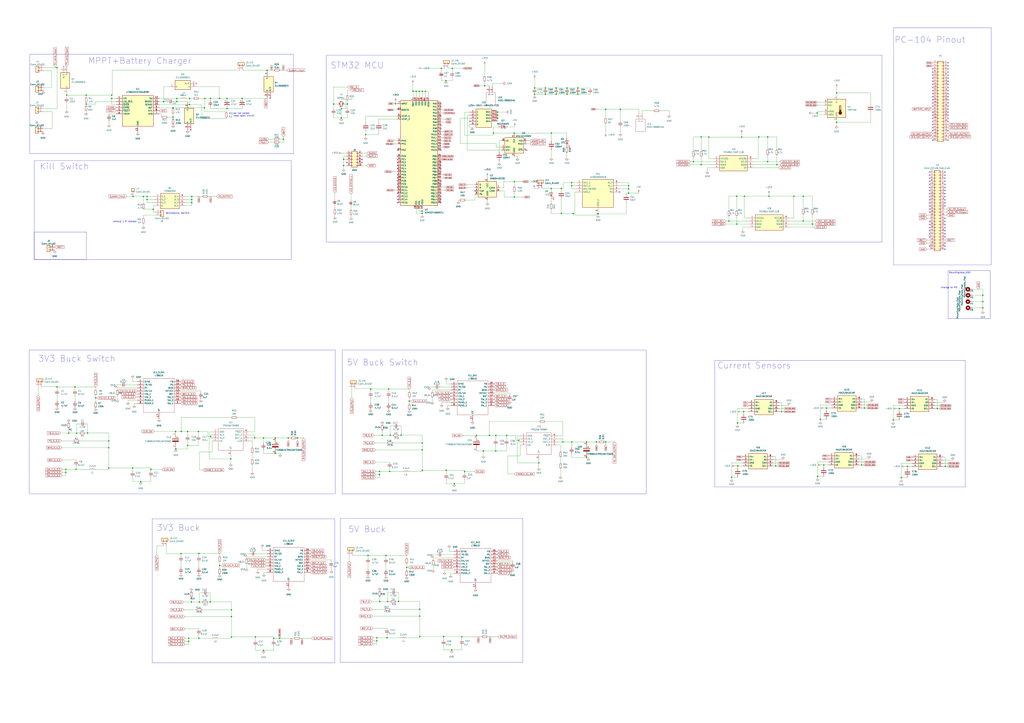
<source format=kicad_sch>
(kicad_sch (version 20230121) (generator eeschema)
  (paper "A1")
  (lib_symbols
    (symbol "3652hvfbcharger-rescue:C-Device" (pin_numbers hide) (pin_names (offset 0.254))
      (property "Reference" "C" (at 0.635 2.54 0))
      (property "Value" "3652hvfbcharger-rescue_C-Device" (at 0.635 -2.54 0))
      (symbol "C-Device_1_1"
        (pin passive line (at 0 3.81 270) (length 2.794) (name "~") (number "1"))
        (pin passive line (at 0 -3.81 90) (length 2.794) (name "~") (number "2"))
      )
    )
    (symbol "3652hvfbcharger-rescue:C_Small-Device-Stm32f405rg-schematic-rescue-Stm32f405rg-schematic-rescue" (pin_numbers hide) (pin_names (offset 0.254) hide)
      (property "Reference" "C" (at 0.254 1.778 0))
      (property "Value" "3652hvfbcharger-rescue_C_Small-Device-Stm32f405rg-schematic-rescue-Stm32f405rg-schematic-rescue" (at 0.254 -2.032 0))
      (symbol "C_Small-Device-Stm32f405rg-schematic-rescue-Stm32f405rg-schematic-rescue_1_1"
        (pin passive line (at 0 2.54 270) (length 2.032) (name "~") (number "1"))
        (pin passive line (at 0 -2.54 90) (length 2.032) (name "~") (number "2"))
      )
    )
    (symbol "3652hvfbcharger-rescue:Conn_02x05_Odd_Even-Connector_Generic-Stm32f405rg-schematic-rescue-Stm32f405rg-schematic-rescue" (pin_names (offset 1.016) hide)
      (property "Reference" "J" (at 1.27 7.62 0))
      (property "Value" "3652hvfbcharger-rescue_Conn_02x05_Odd_Even-Connector_Generic-Stm32f405rg-schematic-rescue-Stm32f405rg-schematic-rescue" (at 1.27 -7.62 0))
      (symbol "Conn_02x05_Odd_Even-Connector_Generic-Stm32f405rg-schematic-rescue-Stm32f405rg-schematic-rescue_1_1"
        (pin passive line (at -5.08 5.08 0) (length 3.81) (name "Pin_1") (number "1"))
        (pin passive line (at 7.62 -5.08 180) (length 3.81) (name "Pin_10") (number "10"))
        (pin passive line (at 7.62 5.08 180) (length 3.81) (name "Pin_2") (number "2"))
        (pin passive line (at -5.08 2.54 0) (length 3.81) (name "Pin_3") (number "3"))
        (pin passive line (at 7.62 2.54 180) (length 3.81) (name "Pin_4") (number "4"))
        (pin passive line (at -5.08 0 0) (length 3.81) (name "Pin_5") (number "5"))
        (pin passive line (at 7.62 0 180) (length 3.81) (name "Pin_6") (number "6"))
        (pin passive line (at -5.08 -2.54 0) (length 3.81) (name "Pin_7") (number "7"))
        (pin passive line (at 7.62 -2.54 180) (length 3.81) (name "Pin_8") (number "8"))
        (pin passive line (at -5.08 -5.08 0) (length 3.81) (name "Pin_9") (number "9"))
      )
    )
    (symbol "3652hvfbcharger-rescue:Crystal_GND24_Small-Device-Stm32f405rg-schematic-rescue-Stm32f405rg-schematic-rescue" (pin_names (offset 1.016) hide)
      (property "Reference" "Y" (at 1.27 4.445 0))
      (property "Value" "3652hvfbcharger-rescue_Crystal_GND24_Small-Device-Stm32f405rg-schematic-rescue-Stm32f405rg-schematic-rescue" (at 1.27 2.54 0))
      (symbol "Crystal_GND24_Small-Device-Stm32f405rg-schematic-rescue-Stm32f405rg-schematic-rescue_1_1"
        (pin passive line (at -2.54 0 0) (length 1.27) (name "1") (number "1"))
        (pin passive line (at 0 -2.54 90) (length 0.635) (name "2") (number "2"))
        (pin passive line (at 2.54 0 180) (length 1.27) (name "3") (number "3"))
        (pin passive line (at 0 2.54 270) (length 0.635) (name "4") (number "4"))
      )
    )
    (symbol "3652hvfbcharger-rescue:D_Schottky-Device" (pin_numbers hide) (pin_names (offset 1.016) hide)
      (property "Reference" "D" (at 0 2.54 0))
      (property "Value" "3652hvfbcharger-rescue_D_Schottky-Device" (at 0 -2.54 0))
      (symbol "D_Schottky-Device_1_1"
        (pin passive line (at -3.81 0 0) (length 2.54) (name "K") (number "1"))
        (pin passive line (at 3.81 0 180) (length 2.54) (name "A") (number "2"))
      )
    )
    (symbol "3652hvfbcharger-rescue:GND-power-Stm32f405rg-schematic-rescue-Stm32f405rg-schematic-rescue" (power) (pin_names (offset 0))
      (property "Value" "3652hvfbcharger-rescue_GND-power-Stm32f405rg-schematic-rescue-Stm32f405rg-schematic-rescue" (at 0 -3.81 0))
      (symbol "GND-power-Stm32f405rg-schematic-rescue-Stm32f405rg-schematic-rescue_1_1"
        (pin power_in line (at 0 0 270) (length 0) hide (name "GND") (number "1"))
      )
    )
    (symbol "3652hvfbcharger-rescue:LED_Small-Device-Stm32f405rg-schematic-rescue-Stm32f405rg-schematic-rescue" (pin_numbers hide) (pin_names (offset 0.254) hide)
      (property "Reference" "D" (at -1.27 3.175 0))
      (property "Value" "3652hvfbcharger-rescue_LED_Small-Device-Stm32f405rg-schematic-rescue-Stm32f405rg-schematic-rescue" (at -4.445 -2.54 0))
      (symbol "LED_Small-Device-Stm32f405rg-schematic-rescue-Stm32f405rg-schematic-rescue_1_1"
        (pin passive line (at -2.54 0 0) (length 1.778) (name "K") (number "1"))
        (pin passive line (at 2.54 0 180) (length 1.778) (name "A") (number "2"))
      )
    )
    (symbol "3652hvfbcharger-rescue:R_Small-Device-Stm32f405rg-schematic-rescue-Stm32f405rg-schematic-rescue" (pin_numbers hide) (pin_names (offset 0.254) hide)
      (property "Reference" "R" (at 0.762 0.508 0))
      (property "Value" "3652hvfbcharger-rescue_R_Small-Device-Stm32f405rg-schematic-rescue-Stm32f405rg-schematic-rescue" (at 0.762 -1.016 0))
      (symbol "R_Small-Device-Stm32f405rg-schematic-rescue-Stm32f405rg-schematic-rescue_1_1"
        (pin passive line (at 0 2.54 270) (length 0.762) (name "~") (number "1"))
        (pin passive line (at 0 -2.54 90) (length 0.762) (name "~") (number "2"))
      )
    )
    (symbol "Connector_Generic:Conn_01x01" (pin_names (offset 1.016) hide)
      (property "Reference" "J" (at 0 2.54 0))
      (property "Value" "Conn_01x01" (at 0 -2.54 0))
      (symbol "Conn_01x01_1_1"
        (pin passive line (at -5.08 0 0) (length 3.81) (name "Pin_1") (number "1"))
      )
    )
    (symbol "Connector_Generic:Conn_01x02" (pin_names (offset 1.016) hide)
      (property "Reference" "J" (at 0 2.54 0))
      (property "Value" "Conn_01x02" (at 0 -5.08 0))
      (symbol "Conn_01x02_1_1"
        (pin passive line (at -5.08 0 0) (length 3.81) (name "Pin_1") (number "1"))
        (pin passive line (at -5.08 -2.54 0) (length 3.81) (name "Pin_2") (number "2"))
      )
    )
    (symbol "Connector_Generic:Conn_02x26_Odd_Even" (pin_names (offset 1.016) hide)
      (property "Reference" "J" (at 1.27 33.02 0))
      (property "Value" "Conn_02x26_Odd_Even" (at 1.27 -35.56 0))
      (symbol "Conn_02x26_Odd_Even_1_1"
        (pin passive line (at -5.08 30.48 0) (length 3.81) (name "Pin_1") (number "1"))
        (pin passive line (at 7.62 20.32 180) (length 3.81) (name "Pin_10") (number "10"))
        (pin passive line (at -5.08 17.78 0) (length 3.81) (name "Pin_11") (number "11"))
        (pin passive line (at 7.62 17.78 180) (length 3.81) (name "Pin_12") (number "12"))
        (pin passive line (at -5.08 15.24 0) (length 3.81) (name "Pin_13") (number "13"))
        (pin passive line (at 7.62 15.24 180) (length 3.81) (name "Pin_14") (number "14"))
        (pin passive line (at -5.08 12.7 0) (length 3.81) (name "Pin_15") (number "15"))
        (pin passive line (at 7.62 12.7 180) (length 3.81) (name "Pin_16") (number "16"))
        (pin passive line (at -5.08 10.16 0) (length 3.81) (name "Pin_17") (number "17"))
        (pin passive line (at 7.62 10.16 180) (length 3.81) (name "Pin_18") (number "18"))
        (pin passive line (at -5.08 7.62 0) (length 3.81) (name "Pin_19") (number "19"))
        (pin passive line (at 7.62 30.48 180) (length 3.81) (name "Pin_2") (number "2"))
        (pin passive line (at 7.62 7.62 180) (length 3.81) (name "Pin_20") (number "20"))
        (pin passive line (at -5.08 5.08 0) (length 3.81) (name "Pin_21") (number "21"))
        (pin passive line (at 7.62 5.08 180) (length 3.81) (name "Pin_22") (number "22"))
        (pin passive line (at -5.08 2.54 0) (length 3.81) (name "Pin_23") (number "23"))
        (pin passive line (at 7.62 2.54 180) (length 3.81) (name "Pin_24") (number "24"))
        (pin passive line (at -5.08 0 0) (length 3.81) (name "Pin_25") (number "25"))
        (pin passive line (at 7.62 0 180) (length 3.81) (name "Pin_26") (number "26"))
        (pin passive line (at -5.08 -2.54 0) (length 3.81) (name "Pin_27") (number "27"))
        (pin passive line (at 7.62 -2.54 180) (length 3.81) (name "Pin_28") (number "28"))
        (pin passive line (at -5.08 -5.08 0) (length 3.81) (name "Pin_29") (number "29"))
        (pin passive line (at -5.08 27.94 0) (length 3.81) (name "Pin_3") (number "3"))
        (pin passive line (at 7.62 -5.08 180) (length 3.81) (name "Pin_30") (number "30"))
        (pin passive line (at -5.08 -7.62 0) (length 3.81) (name "Pin_31") (number "31"))
        (pin passive line (at 7.62 -7.62 180) (length 3.81) (name "Pin_32") (number "32"))
        (pin passive line (at -5.08 -10.16 0) (length 3.81) (name "Pin_33") (number "33"))
        (pin passive line (at 7.62 -10.16 180) (length 3.81) (name "Pin_34") (number "34"))
        (pin passive line (at -5.08 -12.7 0) (length 3.81) (name "Pin_35") (number "35"))
        (pin passive line (at 7.62 -12.7 180) (length 3.81) (name "Pin_36") (number "36"))
        (pin passive line (at -5.08 -15.24 0) (length 3.81) (name "Pin_37") (number "37"))
        (pin passive line (at 7.62 -15.24 180) (length 3.81) (name "Pin_38") (number "38"))
        (pin passive line (at -5.08 -17.78 0) (length 3.81) (name "Pin_39") (number "39"))
        (pin passive line (at 7.62 27.94 180) (length 3.81) (name "Pin_4") (number "4"))
        (pin passive line (at 7.62 -17.78 180) (length 3.81) (name "Pin_40") (number "40"))
        (pin passive line (at -5.08 -20.32 0) (length 3.81) (name "Pin_41") (number "41"))
        (pin passive line (at 7.62 -20.32 180) (length 3.81) (name "Pin_42") (number "42"))
        (pin passive line (at -5.08 -22.86 0) (length 3.81) (name "Pin_43") (number "43"))
        (pin passive line (at 7.62 -22.86 180) (length 3.81) (name "Pin_44") (number "44"))
        (pin passive line (at -5.08 -25.4 0) (length 3.81) (name "Pin_45") (number "45"))
        (pin passive line (at 7.62 -25.4 180) (length 3.81) (name "Pin_46") (number "46"))
        (pin passive line (at -5.08 -27.94 0) (length 3.81) (name "Pin_47") (number "47"))
        (pin passive line (at 7.62 -27.94 180) (length 3.81) (name "Pin_48") (number "48"))
        (pin passive line (at -5.08 -30.48 0) (length 3.81) (name "Pin_49") (number "49"))
        (pin passive line (at -5.08 25.4 0) (length 3.81) (name "Pin_5") (number "5"))
        (pin passive line (at 7.62 -30.48 180) (length 3.81) (name "Pin_50") (number "50"))
        (pin passive line (at -5.08 -33.02 0) (length 3.81) (name "Pin_51") (number "51"))
        (pin passive line (at 7.62 -33.02 180) (length 3.81) (name "Pin_52") (number "52"))
        (pin passive line (at 7.62 25.4 180) (length 3.81) (name "Pin_6") (number "6"))
        (pin passive line (at -5.08 22.86 0) (length 3.81) (name "Pin_7") (number "7"))
        (pin passive line (at 7.62 22.86 180) (length 3.81) (name "Pin_8") (number "8"))
        (pin passive line (at -5.08 20.32 0) (length 3.81) (name "Pin_9") (number "9"))
      )
    )
    (symbol "Device:C" (pin_numbers hide) (pin_names (offset 0.254))
      (property "Reference" "C" (at 0.635 2.54 0))
      (property "Value" "C" (at 0.635 -2.54 0))
      (symbol "C_1_1"
        (pin passive line (at 0 3.81 270) (length 2.794) (name "~") (number "1"))
        (pin passive line (at 0 -3.81 90) (length 2.794) (name "~") (number "2"))
      )
    )
    (symbol "Device:CP_Small" (pin_numbers hide) (pin_names (offset 0.254) hide)
      (property "Reference" "C" (at 0.254 1.778 0))
      (property "Value" "Device_CP_Small" (at 0.254 -2.032 0))
      (symbol "CP_Small_1_1"
        (pin passive line (at 0 2.54 270) (length 1.8542) (name "~") (number "1"))
        (pin passive line (at 0 -2.54 90) (length 1.8542) (name "~") (number "2"))
      )
    )
    (symbol "Device:C_Polarized_US" (pin_numbers hide) (pin_names (offset 0.254) hide)
      (property "Reference" "C" (at 0.635 2.54 0))
      (property "Value" "C_Polarized_US" (at 0.635 -2.54 0))
      (symbol "C_Polarized_US_1_1"
        (pin passive line (at 0 3.81 270) (length 2.794) (name "~") (number "1"))
        (pin passive line (at 0 -3.81 90) (length 3.302) (name "~") (number "2"))
      )
    )
    (symbol "Device:C_Small" (pin_numbers hide) (pin_names (offset 0.254) hide)
      (property "Reference" "C" (at 0.254 1.778 0))
      (property "Value" "C_Small" (at 0.254 -2.032 0))
      (symbol "C_Small_1_1"
        (pin passive line (at 0 2.54 270) (length 2.032) (name "~") (number "1"))
        (pin passive line (at 0 -2.54 90) (length 2.032) (name "~") (number "2"))
      )
    )
    (symbol "Device:LED" (pin_numbers hide) (pin_names (offset 1.016) hide)
      (property "Reference" "D" (at 0 2.54 0))
      (property "Value" "LED" (at 0 -2.54 0))
      (symbol "LED_1_1"
        (pin passive line (at -3.81 0 0) (length 2.54) (name "K") (number "1"))
        (pin passive line (at 3.81 0 180) (length 2.54) (name "A") (number "2"))
      )
    )
    (symbol "Device:L_Small" (pin_numbers hide) (pin_names (offset 0.254) hide)
      (property "Reference" "L" (at 0.762 1.016 0))
      (property "Value" "L_Small" (at 0.762 -1.016 0))
      (symbol "L_Small_1_1"
        (pin passive line (at 0 2.54 270) (length 0.508) (name "~") (number "1"))
        (pin passive line (at 0 -2.54 90) (length 0.508) (name "~") (number "2"))
      )
    )
    (symbol "Device:R_Small" (pin_numbers hide) (pin_names (offset 0.254) hide)
      (property "Reference" "R" (at 0.762 0.508 0))
      (property "Value" "R_Small" (at 0.762 -1.016 0))
      (symbol "R_Small_1_1"
        (pin passive line (at 0 2.54 270) (length 0.762) (name "~") (number "1"))
        (pin passive line (at 0 -2.54 90) (length 0.762) (name "~") (number "2"))
      )
    )
    (symbol "Interface_CAN_LIN:SN65HVD230" (pin_names (offset 1.016))
      (property "Reference" "U" (at -2.54 10.16 0))
      (property "Value" "SN65HVD230" (at -2.54 7.62 0))
      (symbol "SN65HVD230_1_1"
        (pin input line (at -10.16 2.54 0) (length 2.54) (name "D") (number "1"))
        (pin power_in line (at 0 -10.16 90) (length 2.54) (name "GND") (number "2"))
        (pin power_in line (at 0 7.62 270) (length 2.54) (name "VCC") (number "3"))
        (pin output line (at -10.16 0 0) (length 2.54) (name "R") (number "4"))
        (pin output line (at -10.16 -2.54 0) (length 2.54) (name "Vref") (number "5"))
        (pin bidirectional line (at 10.16 -2.54 180) (length 2.54) (name "CANL") (number "6"))
        (pin bidirectional line (at 10.16 0 180) (length 2.54) (name "CANH") (number "7"))
        (pin input line (at -10.16 -5.08 0) (length 2.54) (name "Rs") (number "8"))
      )
    )
    (symbol "Interface_USB:CH330N"
      (property "Reference" "U" (at -7.62 6.35 0))
      (property "Value" "CH330N" (at 7.62 6.35 0))
      (symbol "CH330N_1_1"
        (pin bidirectional line (at -10.16 -2.54 0) (length 2.54) (name "UD+") (number "1"))
        (pin bidirectional line (at -10.16 -5.08 0) (length 2.54) (name "UD-") (number "2"))
        (pin power_in line (at 0 -10.16 90) (length 2.54) (name "GND") (number "3"))
        (pin output line (at 10.16 -5.08 180) (length 2.54) (name "~{RTS}") (number "4"))
        (pin power_in line (at 0 7.62 270) (length 2.54) (name "VCC") (number "5"))
        (pin output line (at 10.16 2.54 180) (length 2.54) (name "TXD") (number "6"))
        (pin input line (at 10.16 0 180) (length 2.54) (name "RXD") (number "7"))
        (pin passive line (at -10.16 2.54 0) (length 2.54) (name "V3") (number "8"))
      )
    )
    (symbol "MCU_ST_STM32F4:STM32F405RGTx"
      (property "Reference" "U" (at -15.24 44.45 0))
      (property "Value" "STM32F405RGTx" (at 10.16 44.45 0))
      (symbol "STM32F405RGTx_1_1"
        (pin power_in line (at -5.08 45.72 270) (length 2.54) (name "VBAT") (number "1"))
        (pin bidirectional line (at -17.78 -7.62 0) (length 2.54) (name "PC2") (number "10"))
        (pin bidirectional line (at -17.78 -10.16 0) (length 2.54) (name "PC3") (number "11"))
        (pin power_in line (at 2.54 -45.72 90) (length 2.54) (name "VSSA") (number "12"))
        (pin power_in line (at 7.62 45.72 270) (length 2.54) (name "VDDA") (number "13"))
        (pin bidirectional line (at 17.78 40.64 180) (length 2.54) (name "PA0") (number "14"))
        (pin bidirectional line (at 17.78 38.1 180) (length 2.54) (name "PA1") (number "15"))
        (pin bidirectional line (at 17.78 35.56 180) (length 2.54) (name "PA2") (number "16"))
        (pin bidirectional line (at 17.78 33.02 180) (length 2.54) (name "PA3") (number "17"))
        (pin power_in line (at -2.54 -45.72 90) (length 2.54) (name "VSS") (number "18"))
        (pin power_in line (at -2.54 45.72 270) (length 2.54) (name "VDD") (number "19"))
        (pin bidirectional line (at -17.78 -35.56 0) (length 2.54) (name "PC13") (number "2"))
        (pin bidirectional line (at 17.78 30.48 180) (length 2.54) (name "PA4") (number "20"))
        (pin bidirectional line (at 17.78 27.94 180) (length 2.54) (name "PA5") (number "21"))
        (pin bidirectional line (at 17.78 25.4 180) (length 2.54) (name "PA6") (number "22"))
        (pin bidirectional line (at 17.78 22.86 180) (length 2.54) (name "PA7") (number "23"))
        (pin bidirectional line (at -17.78 -12.7 0) (length 2.54) (name "PC4") (number "24"))
        (pin bidirectional line (at -17.78 -15.24 0) (length 2.54) (name "PC5") (number "25"))
        (pin bidirectional line (at 17.78 -2.54 180) (length 2.54) (name "PB0") (number "26"))
        (pin bidirectional line (at 17.78 -5.08 180) (length 2.54) (name "PB1") (number "27"))
        (pin bidirectional line (at 17.78 -7.62 180) (length 2.54) (name "PB2") (number "28"))
        (pin bidirectional line (at 17.78 -27.94 180) (length 2.54) (name "PB10") (number "29"))
        (pin bidirectional line (at -17.78 -38.1 0) (length 2.54) (name "PC14") (number "3"))
        (pin bidirectional line (at 17.78 -30.48 180) (length 2.54) (name "PB11") (number "30"))
        (pin power_in line (at -17.78 30.48 0) (length 2.54) (name "VCAP_1") (number "31"))
        (pin power_in line (at 0 45.72 270) (length 2.54) (name "VDD") (number "32"))
        (pin bidirectional line (at 17.78 -33.02 180) (length 2.54) (name "PB12") (number "33"))
        (pin bidirectional line (at 17.78 -35.56 180) (length 2.54) (name "PB13") (number "34"))
        (pin bidirectional line (at 17.78 -38.1 180) (length 2.54) (name "PB14") (number "35"))
        (pin bidirectional line (at 17.78 -40.64 180) (length 2.54) (name "PB15") (number "36"))
        (pin bidirectional line (at -17.78 -17.78 0) (length 2.54) (name "PC6") (number "37"))
        (pin bidirectional line (at -17.78 -20.32 0) (length 2.54) (name "PC7") (number "38"))
        (pin bidirectional line (at -17.78 -22.86 0) (length 2.54) (name "PC8") (number "39"))
        (pin bidirectional line (at -17.78 -40.64 0) (length 2.54) (name "PC15") (number "4"))
        (pin bidirectional line (at -17.78 -25.4 0) (length 2.54) (name "PC9") (number "40"))
        (pin bidirectional line (at 17.78 20.32 180) (length 2.54) (name "PA8") (number "41"))
        (pin bidirectional line (at 17.78 17.78 180) (length 2.54) (name "PA9") (number "42"))
        (pin bidirectional line (at 17.78 15.24 180) (length 2.54) (name "PA10") (number "43"))
        (pin bidirectional line (at 17.78 12.7 180) (length 2.54) (name "PA11") (number "44"))
        (pin bidirectional line (at 17.78 10.16 180) (length 2.54) (name "PA12") (number "45"))
        (pin bidirectional line (at 17.78 7.62 180) (length 2.54) (name "PA13") (number "46"))
        (pin power_in line (at -17.78 27.94 0) (length 2.54) (name "VCAP_2") (number "47"))
        (pin power_in line (at 2.54 45.72 270) (length 2.54) (name "VDD") (number "48"))
        (pin bidirectional line (at 17.78 5.08 180) (length 2.54) (name "PA14") (number "49"))
        (pin input line (at -17.78 10.16 0) (length 2.54) (name "PH0") (number "5"))
        (pin bidirectional line (at 17.78 2.54 180) (length 2.54) (name "PA15") (number "50"))
        (pin bidirectional line (at -17.78 -27.94 0) (length 2.54) (name "PC10") (number "51"))
        (pin bidirectional line (at -17.78 -30.48 0) (length 2.54) (name "PC11") (number "52"))
        (pin bidirectional line (at -17.78 -33.02 0) (length 2.54) (name "PC12") (number "53"))
        (pin bidirectional line (at -17.78 2.54 0) (length 2.54) (name "PD2") (number "54"))
        (pin bidirectional line (at 17.78 -10.16 180) (length 2.54) (name "PB3") (number "55"))
        (pin bidirectional line (at 17.78 -12.7 180) (length 2.54) (name "PB4") (number "56"))
        (pin bidirectional line (at 17.78 -15.24 180) (length 2.54) (name "PB5") (number "57"))
        (pin bidirectional line (at 17.78 -17.78 180) (length 2.54) (name "PB6") (number "58"))
        (pin bidirectional line (at 17.78 -20.32 180) (length 2.54) (name "PB7") (number "59"))
        (pin input line (at -17.78 7.62 0) (length 2.54) (name "PH1") (number "6"))
        (pin input line (at -17.78 35.56 0) (length 2.54) (name "BOOT0") (number "60"))
        (pin bidirectional line (at 17.78 -22.86 180) (length 2.54) (name "PB8") (number "61"))
        (pin bidirectional line (at 17.78 -25.4 180) (length 2.54) (name "PB9") (number "62"))
        (pin power_in line (at 0 -45.72 90) (length 2.54) (name "VSS") (number "63"))
        (pin power_in line (at 5.08 45.72 270) (length 2.54) (name "VDD") (number "64"))
        (pin input line (at -17.78 40.64 0) (length 2.54) (name "NRST") (number "7"))
        (pin bidirectional line (at -17.78 -2.54 0) (length 2.54) (name "PC0") (number "8"))
        (pin bidirectional line (at -17.78 -5.08 0) (length 2.54) (name "PC1") (number "9"))
      )
    )
    (symbol "Mechanical:MountingHole_Pad" (pin_numbers hide) (pin_names (offset 1.016) hide)
      (property "Reference" "H" (at 0 6.35 0))
      (property "Value" "MountingHole_Pad" (at 0 4.445 0))
      (symbol "MountingHole_Pad_1_1"
        (pin input line (at 0 -2.54 90) (length 2.54) (name "1") (number "1"))
      )
    )
    (symbol "SamacSys_Parts (2):M20-9990246" (pin_names (offset 0.762))
      (property "Reference" "J" (at 16.51 7.62 0))
      (property "Value" "M20-9990246" (at 16.51 5.08 0))
      (symbol "M20-9990246_0_0"
        (pin passive line (at 0 0 0) (length 5.08) (name "1") (number "1"))
        (pin passive line (at 0 -2.54 0) (length 5.08) (name "2") (number "2"))
      )
    )
    (symbol "SamacSys_Parts (2):TPS2557DRBR" (pin_names (offset 0.762))
      (property "Reference" "IC" (at 26.67 7.62 0))
      (property "Value" "TPS2557DRBR" (at 26.67 5.08 0))
      (symbol "TPS2557DRBR_0_0"
        (pin passive line (at 0 0 0) (length 5.08) (name "GND") (number "1"))
        (pin passive line (at 0 -2.54 0) (length 5.08) (name "IN_1") (number "2"))
        (pin passive line (at 0 -5.08 0) (length 5.08) (name "IN_2") (number "3"))
        (pin passive line (at 0 -7.62 0) (length 5.08) (name "EN") (number "4"))
        (pin passive line (at 30.48 -7.62 180) (length 5.08) (name "ILIM") (number "5"))
        (pin passive line (at 30.48 -5.08 180) (length 5.08) (name "OUT_1") (number "6"))
        (pin passive line (at 30.48 -2.54 180) (length 5.08) (name "OUT_2") (number "7"))
        (pin passive line (at 30.48 0 180) (length 5.08) (name "~{FAULT}") (number "8"))
        (pin passive line (at 15.24 -20.32 90) (length 5.08) (name "EP") (number "9"))
      )
    )
    (symbol "SamacSys_Parts:FDS6630A"
      (property "Reference" "Q" (at 21.59 7.62 0))
      (property "Value" "FDS6630A" (at 21.59 5.08 0))
      (symbol "FDS6630A_1_1"
        (pin passive line (at 0 0 0) (length 5.08) (name "S_1") (number "1"))
        (pin passive line (at 0 -2.54 0) (length 5.08) (name "S_2") (number "2"))
        (pin passive line (at 0 -5.08 0) (length 5.08) (name "S_3") (number "3"))
        (pin passive line (at 0 -7.62 0) (length 5.08) (name "G") (number "4"))
        (pin passive line (at 25.4 -7.62 180) (length 5.08) (name "D_1") (number "5"))
        (pin passive line (at 25.4 -5.08 180) (length 5.08) (name "D_2") (number "6"))
        (pin passive line (at 25.4 -2.54 180) (length 5.08) (name "D_3") (number "7"))
        (pin passive line (at 25.4 0 180) (length 5.08) (name "D_4") (number "8"))
      )
    )
    (symbol "SamacSys_Parts:INA219AIDCNR"
      (property "Reference" "IC" (at 21.59 7.62 0))
      (property "Value" "INA219AIDCNR" (at 21.59 5.08 0))
      (symbol "INA219AIDCNR_1_1"
        (pin passive line (at 0 0 0) (length 5.08) (name "IN+") (number "1"))
        (pin passive line (at 0 -2.54 0) (length 5.08) (name "IN-") (number "2"))
        (pin passive line (at 0 -5.08 0) (length 5.08) (name "GND") (number "3"))
        (pin passive line (at 0 -7.62 0) (length 5.08) (name "VS") (number "4"))
        (pin passive line (at 25.4 -7.62 180) (length 5.08) (name "SCL") (number "5"))
        (pin passive line (at 25.4 -5.08 180) (length 5.08) (name "SDA") (number "6"))
        (pin passive line (at 25.4 -2.54 180) (length 5.08) (name "A0") (number "7"))
        (pin passive line (at 25.4 0 180) (length 5.08) (name "A1") (number "8"))
      )
    )
    (symbol "SamacSys_Parts:LD39200DPUR"
      (property "Reference" "PS" (at 31.75 7.62 0))
      (property "Value" "LD39200DPUR" (at 31.75 5.08 0))
      (symbol "LD39200DPUR_1_1"
        (pin passive line (at 0 0 0) (length 5.08) (name "OUT_1") (number "1"))
        (pin passive line (at 0 -2.54 0) (length 5.08) (name "OUT_2") (number "2"))
        (pin passive line (at 0 -5.08 0) (length 5.08) (name "ADJ/SENSE") (number "3"))
        (pin passive line (at 0 -7.62 0) (length 5.08) (name "GND_1") (number "4"))
        (pin passive line (at 35.56 -7.62 180) (length 5.08) (name "PG") (number "5"))
        (pin passive line (at 35.56 -5.08 180) (length 5.08) (name "EN") (number "6"))
        (pin passive line (at 35.56 -2.54 180) (length 5.08) (name "IN_1") (number "7"))
        (pin passive line (at 35.56 0 180) (length 5.08) (name "IN_2") (number "8"))
        (pin passive line (at 17.78 -25.4 90) (length 5.08) (name "GND_2") (number "9"))
      )
    )
    (symbol "SamacSys_Parts:LT3652HVEMSE#PBF"
      (property "Reference" "IC" (at 31.75 7.62 0))
      (property "Value" "LT3652HVEMSE#PBF" (at 31.75 5.08 0))
      (symbol "LT3652HVEMSE#PBF_1_1"
        (pin passive line (at 0 0 0) (length 5.08) (name "VIN") (number "1"))
        (pin passive line (at 35.56 -5.08 180) (length 5.08) (name "SENSE") (number "10"))
        (pin passive line (at 35.56 -2.54 180) (length 5.08) (name "BOOST") (number "11"))
        (pin passive line (at 35.56 0 180) (length 5.08) (name "SW") (number "12"))
        (pin passive line (at 17.78 -27.94 90) (length 5.08) (name "GND") (number "13"))
        (pin passive line (at 0 -2.54 0) (length 5.08) (name "VIN_REG") (number "2"))
        (pin passive line (at 0 -5.08 0) (length 5.08) (name "~{SHDN}") (number "3"))
        (pin passive line (at 0 -7.62 0) (length 5.08) (name "~{CHRG}") (number "4"))
        (pin passive line (at 0 -10.16 0) (length 5.08) (name "~{FAULT}") (number "5"))
        (pin passive line (at 0 -12.7 0) (length 5.08) (name "TIMER") (number "6"))
        (pin passive line (at 35.56 -12.7 180) (length 5.08) (name "VFB") (number "7"))
        (pin passive line (at 35.56 -10.16 180) (length 5.08) (name "NTC") (number "8"))
        (pin passive line (at 35.56 -7.62 180) (length 5.08) (name "BAT") (number "9"))
      )
    )
    (symbol "SamacSys_Parts:LT8610EMSE#PBF" (pin_names (offset 0.762))
      (property "Reference" "IC" (at 31.75 7.62 0))
      (property "Value" "LT8610EMSE#PBF" (at 31.75 5.08 0))
      (symbol "LT8610EMSE#PBF_0_0"
        (pin passive line (at 0 0 0) (length 5.08) (name "SYNC") (number "1"))
        (pin passive line (at 35.56 -15.24 180) (length 5.08) (name "SW_2") (number "10"))
        (pin passive line (at 35.56 -12.7 180) (length 5.08) (name "SW_3") (number "11"))
        (pin passive line (at 35.56 -10.16 180) (length 5.08) (name "BST") (number "12"))
        (pin passive line (at 35.56 -7.62 180) (length 5.08) (name "INTVCC") (number "13"))
        (pin passive line (at 35.56 -5.08 180) (length 5.08) (name "BIAS") (number "14"))
        (pin passive line (at 35.56 -2.54 180) (length 5.08) (name "PG") (number "15"))
        (pin passive line (at 35.56 0 180) (length 5.08) (name "FB") (number "16"))
        (pin passive line (at 17.78 -30.48 90) (length 5.08) (name "EP") (number "17"))
        (pin passive line (at 0 -2.54 0) (length 5.08) (name "TR/SS") (number "2"))
        (pin passive line (at 0 -5.08 0) (length 5.08) (name "RT") (number "3"))
        (pin passive line (at 0 -7.62 0) (length 5.08) (name "EN/UV") (number "4"))
        (pin power_in line (at 0 -10.16 0) (length 5.08) (name "VIN_1") (number "5"))
        (pin power_in line (at 0 -12.7 0) (length 5.08) (name "VIN_2") (number "6"))
        (pin power_in line (at 0 -15.24 0) (length 5.08) (name "PGND_1") (number "7"))
        (pin power_in line (at 0 -17.78 0) (length 5.08) (name "PGND_2") (number "8"))
        (pin passive line (at 35.56 -17.78 180) (length 5.08) (name "SW_1") (number "9"))
      )
    )
    (symbol "SamacSys_Parts:PCA9517ADP,118"
      (property "Reference" "IC" (at 29.21 7.62 0))
      (property "Value" "PCA9517ADP,118" (at 29.21 5.08 0))
      (symbol "PCA9517ADP,118_1_1"
        (pin passive line (at 0 0 0) (length 5.08) (name "VCC(A)") (number "1"))
        (pin passive line (at 0 -2.54 0) (length 5.08) (name "SCLA") (number "2"))
        (pin passive line (at 0 -5.08 0) (length 5.08) (name "SDAA") (number "3"))
        (pin passive line (at 0 -7.62 0) (length 5.08) (name "GND") (number "4"))
        (pin passive line (at 33.02 -7.62 180) (length 5.08) (name "EN") (number "5"))
        (pin passive line (at 33.02 -5.08 180) (length 5.08) (name "SDAB") (number "6"))
        (pin passive line (at 33.02 -2.54 180) (length 5.08) (name "SCLB") (number "7"))
        (pin passive line (at 33.02 0 180) (length 5.08) (name "VCC(B)") (number "8"))
      )
    )
    (symbol "SamacSys_Parts:T490B157M010ATE500" (pin_names hide)
      (property "Reference" "C" (at 8.89 6.35 0))
      (property "Value" "T490B157M010ATE500" (at 8.89 3.81 0))
      (symbol "T490B157M010ATE500_1_1"
        (pin passive line (at 0 0 0) (length 2.54) (name "+") (number "1"))
        (pin passive line (at 12.7 0 180) (length 2.54) (name "-") (number "2"))
      )
    )
    (symbol "SamacSys_Parts:U254-051T-4BHJ25-F2S"
      (property "Reference" "J" (at 19.05 7.62 0))
      (property "Value" "U254-051T-4BHJ25-F2S" (at 19.05 5.08 0))
      (symbol "U254-051T-4BHJ25-F2S_1_1"
        (pin passive line (at 0 0 0) (length 5.08) (name "1") (number "1"))
        (pin passive line (at 0 -2.54 0) (length 5.08) (name "2") (number "2"))
        (pin passive line (at 0 -5.08 0) (length 5.08) (name "3") (number "3"))
        (pin passive line (at 0 -7.62 0) (length 5.08) (name "4") (number "4"))
        (pin passive line (at 0 -10.16 0) (length 5.08) (name "5") (number "5"))
        (pin passive line (at 22.86 0 180) (length 5.08) (name "MH1") (number "MH1"))
        (pin passive line (at 22.86 -2.54 180) (length 5.08) (name "MH2") (number "MH2"))
        (pin passive line (at 22.86 -5.08 180) (length 5.08) (name "MH3") (number "MH3"))
        (pin passive line (at 22.86 -7.62 180) (length 5.08) (name "MH4") (number "MH4"))
      )
    )
    (symbol "SamacSys_Parts:ZLLS500QTA"
      (property "Reference" "D" (at 19.05 7.62 0))
      (property "Value" "ZLLS500QTA" (at 19.05 5.08 0))
      (symbol "ZLLS500QTA_1_1"
        (pin passive line (at 22.86 0 180) (length 5.08) (name "K") (number "1"))
        (pin no_connect line (at 0 -2.54 0) (length 5.08) (name "N/C") (number "2"))
        (pin passive line (at 0 0 0) (length 5.08) (name "A") (number "3"))
      )
    )
    (symbol "Sensor_Temperature:TMP100"
      (property "Reference" "U" (at 10.16 6.35 0))
      (property "Value" "TMP100" (at 12.7 3.81 0))
      (symbol "TMP100_1_1"
        (pin input line (at -10.16 2.54 0) (length 2.54) (name "SCL") (number "1"))
        (pin power_in line (at 0 -10.16 90) (length 2.54) (name "GND") (number "2"))
        (pin input line (at -10.16 -5.08 0) (length 2.54) (name "ADD1") (number "3"))
        (pin power_in line (at 0 10.16 270) (length 2.54) (name "V+") (number "4"))
        (pin input line (at -10.16 -2.54 0) (length 2.54) (name "ADD0") (number "5"))
        (pin bidirectional line (at -10.16 5.08 0) (length 2.54) (name "SDA") (number "6"))
      )
    )
    (symbol "power:+3V3" (power) (pin_names (offset 0))
      (property "Value" "+3V3" (at 0 3.556 0))
      (symbol "+3V3_1_1"
        (pin power_in line (at 0 0 90) (length 0) hide (name "+3V3") (number "1"))
      )
    )
    (symbol "power:+5V" (power) (pin_names (offset 0))
      (property "Value" "+5V" (at 0 3.556 0))
      (symbol "+5V_1_1"
        (pin power_in line (at 0 0 90) (length 0) hide (name "+5V") (number "1"))
      )
    )
    (symbol "power:GND" (power) (pin_names (offset 0))
      (property "Value" "GND" (at 0 -3.81 0))
      (symbol "GND_1_1"
        (pin power_in line (at 0 0 270) (length 0) hide (name "GND") (number "1"))
      )
    )
  )
  (junction (at 452.6026 154.8384))
  (junction (at 209.804 523.494))
  (junction (at 582.168 112.649))
  (junction (at 489.839 363.22))
  (junction (at 311.785 494.411))
  (junction (at 442.595 380.365))
  (junction (at 575.818 135.382))
  (junction (at 324.8406 85.217))
  (junction (at 320.04 387.477))
  (junction (at 244.348 359.918))
  (junction (at 346.71 173.482))
  (junction (at 481.711 363.22))
  (junction (at 190.119 506.73))
  (junction (at 144.145 354.584))
  (junction (at 738.632 335.788))
  (junction (at 398.018 70.485))
  (junction (at 89.281 367.919))
  (junction (at 373.126 397.51))
  (junction (at 667.258 184.15))
  (junction (at 600.837 392.176))
  (junction (at 807.212 242.697))
  (junction (at 172.847 80.899))
  (junction (at 460.9846 175.4124))
  (junction (at 491.109 175.641))
  (junction (at 516.255 158.75))
  (junction (at 300.355 110.617))
  (junction (at 349.377 75.0824))
  (junction (at 516.255 155.194))
  (junction (at 366.268 66.294))
  (junction (at 154.94 524.51))
  (junction (at 381.508 387.5786))
  (junction (at 70.739 85.471))
  (junction (at 142.113 96.266))
  (junction (at 157.48 163.957))
  (junction (at 142.113 88.646))
  (junction (at 341.757 75.057))
  (junction (at 346.71 175.387))
  (junction (at 311.658 387.477))
  (junction (at 56.388 355.981))
  (junction (at 148.6408 455.041))
  (junction (at 54.102 388.239))
  (junction (at 309.499 526.669))
  (junction (at 671.1696 92.8624))
  (junction (at 120.777 163.957))
  (junction (at 180.3908 464.7946))
  (junction (at 807.212 247.904))
  (junction (at 54.102 385.699))
  (junction (at 416.052 357.886))
  (junction (at 209.169 359.918))
  (junction (at 229.616 524.637))
  (junction (at 422.5036 149.2504))
  (junction (at 320.548 357.759))
  (junction (at 481.711 375.92))
  (junction (at 370.967 534.162))
  (junction (at 497.459 363.22))
  (junction (at 117.856 161.417))
  (junction (at 408.686 92.075))
  (junction (at 157.226 494.792))
  (junction (at 671.449 391.414))
  (junction (at 62.484 385.699))
  (junction (at 198.882 80.899))
  (junction (at 311.658 390.017))
  (junction (at 630.428 112.522))
  (junction (at 327.279 494.284))
  (junction (at 460.9846 154.8384))
  (junction (at 172.72 494.665))
  (junction (at 155.702 85.979))
  (junction (at 226.06 359.918))
  (junction (at 89.281 362.331))
  (junction (at 344.678 523.113))
  (junction (at 54.737 78.105))
  (junction (at 329.438 357.632))
  (junction (at 447.9036 72.2884))
  (junction (at 344.678 500.761))
  (junction (at 452.8566 109.3724))
  (junction (at 273.939 85.471))
  (junction (at 497.459 89.789))
  (junction (at 316.992 456.438))
  (junction (at 659.638 161.29))
  (junction (at 280.289 96.901))
  (junction (at 282.1686 136.0424))
  (junction (at 366.522 386.461))
  (junction (at 652.018 161.29))
  (junction (at 474.5736 72.2884))
  (junction (at 154.051 366.014))
  (junction (at 172.974 358.648))
  (junction (at 623.189 112.522))
  (junction (at 154.051 354.584))
  (junction (at 745.236 383.286))
  (junction (at 344.297 75.057))
  (junction (at 216.408 359.918))
  (junction (at 491.109 175.768))
  (junction (at 61.595 318.008))
  (junction (at 346.837 364.109))
  (junction (at 226.06 372.618))
  (junction (at 807.212 252.984))
  (junction (at 470.789 175.514))
  (junction (at 108.966 384.683))
  (junction (at 605.917 382.905))
  (junction (at 167.894 88.646))
  (junction (at 46.863 318.008))
  (junction (at 157.48 166.497))
  (junction (at 155.702 80.899))
  (junction (at 346.837 369.697))
  (junction (at 162.941 354.584))
  (junction (at 109.22 161.417))
  (junction (at 408.686 94.615))
  (junction (at 313.944 357.759))
  (junction (at 422.275 109.3724))
  (junction (at 236.728 359.918))
  (junction (at 232.791 114.427))
  (junction (at 134.366 83.439))
  (junction (at 364.363 523.113))
  (junction (at 740.156 392.557))
  (junction (at 401.955 357.886))
  (junction (at 163.3728 454.8886))
  (junction (at 180.213 80.899))
  (junction (at 605.028 161.29))
  (junction (at 317.881 524.129))
  (junction (at 426.085 361.95))
  (junction (at 465.6836 77.3684))
  (junction (at 407.162 357.886))
  (junction (at 609.092 112.649))
  (junction (at 509.524 89.789))
  (junction (at 605.663 347.599))
  (junction (at 346.8116 75.057))
  (junction (at 516.255 152.654))
  (junction (at 469.392 152.654))
  (junction (at 673.735 344.678))
  (junction (at 319.151 319.786))
  (junction (at 302.26 456.438))
  (junction (at 407.162 370.586))
  (junction (at 678.815 335.407))
  (junction (at 154.94 527.05))
  (junction (at 46.863 55.626))
  (junction (at 163.83 494.792))
  (junction (at 707.644 382.143))
  (junction (at 641.858 338.328))
  (junction (at 462.28 363.22))
  (junction (at 336.169 329.692))
  (junction (at 224.79 524.637))
  (junction (at 422.5036 161.9504))
  (junction (at 733.552 345.059))
  (junction (at 186.436 89.281))
  (junction (at 630.428 132.842))
  (junction (at 610.743 338.328))
  (junction (at 397.002 370.586))
  (junction (at 474.5736 77.3684))
  (junction (at 70.739 78.105))
  (junction (at 456.7936 77.3684))
  (junction (at 439.0136 77.3684))
  (junction (at 344.678 506.349))
  (junction (at 62.992 355.981))
  (junction (at 456.7936 72.2884))
  (junction (at 91.694 78.105))
  (junction (at 123.952 385.826))
  (junction (at 219.329 57.785))
  (junction (at 379.349 523.24))
  (junction (at 631.571 161.29))
  (junction (at 598.678 181.61))
  (junction (at 605.028 184.15))
  (junction (at 120.777 161.417))
  (junction (at 89.281 384.683))
  (junction (at 285.369 85.471))
  (junction (at 282.1686 130.9624))
  (junction (at 125.857 171.958))
  (junction (at 687.0446 76.3524))
  (junction (at 190.119 501.142))
  (junction (at 189.484 377.063))
  (junction (at 469.392 150.114))
  (junction (at 115.57 395.732))
  (junction (at 148.844 354.584))
  (junction (at 408.686 97.155))
  (junction (at 186.436 80.899))
  (junction (at 339.217 75.057))
  (junction (at 709.93 335.407))
  (junction (at 405.2316 109.3724))
  (junction (at 280.289 89.281))
  (junction (at 659.638 181.61))
  (junction (at 157.48 161.417))
  (junction (at 569.468 132.842))
  (junction (at 439.0136 72.2884))
  (junction (at 611.378 161.29))
  (junction (at 318.389 494.411))
  (junction (at 465.6836 72.2884))
  (junction (at 637.032 382.905))
  (junction (at 71.882 355.854))
  (junction (at 676.529 382.143))
  (junction (at 391.287 357.886))
  (junction (at 145.288 80.899))
  (junction (at 638.048 135.382))
  (junction (at 168.275 80.899))
  (junction (at 769.747 335.788))
  (junction (at 216.408 534.543))
  (junction (at 309.499 524.129))
  (junction (at 304.419 319.786))
  (junction (at 145.288 83.439))
  (junction (at 346.837 386.461))
  (junction (at 362.458 56.134))
  (junction (at 334.01 466.344))
  (junction (at 163.322 524.51))
  (junction (at 776.351 383.286))
  (junction (at 469.519 363.22))
  (junction (at 371.348 56.134))
  (junction (at 144.399 368.935))
  (junction (at 575.818 112.522))
  (junction (at 91.694 80.899))
  (junction (at 78.613 327.025))
  (junction (at 447.9036 77.3684))
  (junction (at 190.119 523.494))
  (junction (at 687.0446 100.4824))
  (no_connect (at 362.077 163.957))
  (no_connect (at 284.7086 133.5024))
  (no_connect (at 765.937 84.582))
  (no_connect (at 326.517 123.317))
  (no_connect (at 778.637 82.042))
  (no_connect (at 765.937 64.262))
  (no_connect (at 765.937 102.362))
  (no_connect (at 765.937 61.722))
  (no_connect (at 362.077 136.017))
  (no_connect (at 778.637 94.742))
  (no_connect (at 362.077 102.997))
  (no_connect (at 362.077 123.317))
  (no_connect (at 765.937 66.802))
  (no_connect (at 776.097 151.511))
  (no_connect (at 362.077 95.377))
  (no_connect (at 776.097 156.591))
  (no_connect (at 763.397 192.151))
  (no_connect (at 776.097 169.291))
  (no_connect (at 362.077 138.557))
  (no_connect (at 326.517 166.497))
  (no_connect (at 778.637 74.422))
  (no_connect (at 326.517 133.477))
  (no_connect (at 778.637 66.802))
  (no_connect (at 763.397 194.691))
  (no_connect (at 765.937 56.642))
  (no_connect (at 362.077 161.417))
  (no_connect (at 778.637 107.442))
  (no_connect (at 326.517 148.717))
  (no_connect (at 326.517 161.417))
  (no_connect (at 326.517 158.877))
  (no_connect (at 776.097 148.971))
  (no_connect (at 778.637 87.122))
  (no_connect (at 765.937 94.742))
  (no_connect (at 763.397 159.131))
  (no_connect (at 765.937 76.962))
  (no_connect (at 778.637 99.822))
  (no_connect (at 776.097 159.131))
  (no_connect (at 765.937 115.062))
  (no_connect (at 776.097 189.611))
  (no_connect (at 763.397 189.611))
  (no_connect (at 778.637 71.882))
  (no_connect (at 362.077 141.097))
  (no_connect (at 362.077 158.877))
  (no_connect (at 778.637 92.202))
  (no_connect (at 326.517 136.017))
  (no_connect (at 326.517 130.937))
  (no_connect (at 763.397 156.591))
  (no_connect (at 763.397 148.971))
  (no_connect (at 778.637 64.262))
  (no_connect (at 385.826 99.695))
  (no_connect (at 776.097 146.431))
  (no_connect (at 778.637 56.642))
  (no_connect (at 778.637 79.502))
  (no_connect (at 776.097 179.451))
  (no_connect (at 326.517 128.397))
  (no_connect (at 776.097 204.851))
  (no_connect (at 765.937 107.442))
  (no_connect (at 326.517 163.957))
  (no_connect (at 326.517 138.557))
  (no_connect (at 763.397 187.071))
  (no_connect (at 362.077 148.717))
  (no_connect (at 765.937 74.422))
  (no_connect (at 362.077 105.537))
  (no_connect (at 776.097 143.891))
  (no_connect (at 778.637 61.722))
  (no_connect (at 326.517 151.257))
  (no_connect (at 776.097 164.211))
  (no_connect (at 297.4086 130.9624))
  (no_connect (at 778.637 59.182))
  (no_connect (at 763.397 164.211))
  (no_connect (at 778.637 69.342))
  (no_connect (at 776.097 199.771))
  (no_connect (at 778.637 115.062))
  (no_connect (at 763.397 146.431))
  (no_connect (at 776.097 202.311))
  (no_connect (at 776.097 181.991))
  (no_connect (at 763.397 202.311))
  (no_connect (at 763.397 171.831))
  (no_connect (at 763.397 181.991))
  (no_connect (at 776.097 192.151))
  (no_connect (at 765.937 59.182))
  (no_connect (at 776.097 154.051))
  (no_connect (at 776.097 187.071))
  (no_connect (at 778.637 54.102))
  (no_connect (at 297.4086 133.5024))
  (no_connect (at 326.517 143.637))
  (no_connect (at 763.397 143.891))
  (no_connect (at 776.097 161.671))
  (no_connect (at 765.937 92.202))
  (no_connect (at 763.397 174.371))
  (no_connect (at 763.397 184.531))
  (no_connect (at 362.077 151.257))
  (no_connect (at 776.097 184.531))
  (no_connect (at 776.097 166.751))
  (no_connect (at 765.937 69.342))
  (no_connect (at 326.517 153.797))
  (no_connect (at 776.097 194.691))
  (no_connect (at 362.077 133.477))
  (no_connect (at 763.397 166.751))
  (no_connect (at 765.937 71.882))
  (no_connect (at 763.397 169.291))
  (no_connect (at 765.937 104.902))
  (no_connect (at 778.637 84.582))
  (no_connect (at 765.937 79.502))
  (no_connect (at 765.937 87.122))
  (no_connect (at 765.937 99.822))
  (no_connect (at 778.637 89.662))
  (no_connect (at 778.637 97.282))
  (no_connect (at 763.397 151.511))
  (no_connect (at 390.1186 156.8704))
  (no_connect (at 765.937 82.042))
  (no_connect (at 763.397 161.671))
  (no_connect (at 326.517 146.177))
  (no_connect (at 765.937 97.282))
  (no_connect (at 778.637 51.562))
  (no_connect (at 362.077 85.217))
  (no_connect (at 778.637 76.962))
  (no_connect (at 508.889 157.734))
  (no_connect (at 362.077 166.497))
  (no_connect (at 362.077 87.757))
  (no_connect (at 432.435 123.317))
  (no_connect (at 776.097 141.351))
  (no_connect (at 763.397 141.351))
  (no_connect (at 763.397 154.051))
  (wire (pts (xy 46.863 318.008) (xy 46.863 320.04)))
  (wire (pts (xy 671.449 391.414) (xy 671.449 392.938)))
  (wire (pts (xy 174.244 371.348) (xy 174.244 362.458)))
  (wire (pts (xy 154.051 83.947) (xy 154.051 83.439)))
  (wire (pts (xy 615.188 181.61) (xy 598.678 181.61)))
  (wire (pts (xy 447.9036 72.2884) (xy 456.7936 72.2884)))
  (wire (pts (xy 327.914 350.139) (xy 329.438 350.139)))
  (wire (pts (xy 95.377 85.979) (xy 91.694 85.979)))
  (wire (pts (xy 62.484 385.699) (xy 54.102 385.699)))
  (wire (pts (xy 381.508 393.954) (xy 381.508 397.51)))
  (wire (pts (xy 224.79 530.987) (xy 224.79 534.543)))
  (wire (pts (xy 46.863 325.12) (xy 46.863 329.565)))
  (wire (pts (xy 363.22 110.617) (xy 362.077 110.617)))
  (wire (pts (xy 324.8406 83.5914) (xy 324.8406 85.217)))
  (wire (pts (xy 489.839 89.789) (xy 497.459 89.789)))
  (wire (pts (xy 305.181 494.411) (xy 311.785 494.411)))
  (wire (pts (xy 218.567 460.121) (xy 219.329 460.121)))
  (wire (pts (xy 432.435 115.697) (xy 435.102 115.697)))
  (wire (pts (xy 224.79 524.637) (xy 224.79 525.907)))
  (wire (pts (xy 378.079 117.856) (xy 407.416 117.856)))
  (wire (pts (xy 282.1686 130.9624) (xy 284.7086 130.9624)))
  (wire (pts (xy 308.61 392.557) (xy 311.658 392.557)))
  (wire (pts (xy 413.6136 149.2504) (xy 422.5036 149.2504)))
  (wire (pts (xy 516.255 152.654) (xy 516.255 155.194)))
  (wire (pts (xy 623.189 112.649) (xy 623.189 112.522)))
  (wire (pts (xy 94.996 316.23) (xy 98.806 316.23)))
  (wire (pts (xy 229.87 114.427) (xy 232.791 114.427)))
  (wire (pts (xy 297.4086 136.0424) (xy 301.2186 136.0424)))
  (wire (pts (xy 151.892 524.51) (xy 154.94 524.51)))
  (wire (pts (xy 638.048 135.382) (xy 640.588 135.382)))
  (wire (pts (xy 412.623 68.58) (xy 404.368 68.58)))
  (wire (pts (xy 61.595 318.008) (xy 78.613 318.008)))
  (wire (pts (xy 308.356 369.697) (xy 346.837 369.697)))
  (wire (pts (xy 304.419 319.786) (xy 319.151 319.786)))
  (wire (pts (xy 319.151 319.786) (xy 319.151 321.818)))
  (wire (pts (xy 610.108 189.23) (xy 610.108 186.69)))
  (wire (pts (xy 426.085 360.68) (xy 427.355 360.68)))
  (wire (pts (xy 185.928 91.948) (xy 185.928 91.694)))
  (wire (pts (xy 272.034 468.63) (xy 272.161 468.63)))
  (wire (pts (xy 630.428 122.682) (xy 630.428 112.522)))
  (wire (pts (xy 89.535 93.599) (xy 95.377 93.599)))
  (wire (pts (xy 35.814 58.166) (xy 42.291 58.166)))
  (wire (pts (xy 282.1686 138.5824) (xy 282.1686 136.0424)))
  (wire (pts (xy 163.3728 462.0006) (xy 163.3728 466.5726)))
  (wire (pts (xy 378.079 97.155) (xy 378.079 117.856)))
  (wire (pts (xy 336.169 329.692) (xy 336.169 331.978)))
  (wire (pts (xy 232.791 114.427) (xy 232.791 112.522)))
  (wire (pts (xy 209.169 354.838) (xy 204.724 354.838)))
  (wire (pts (xy 56.388 355.981) (xy 62.992 355.981)))
  (wire (pts (xy 400.2786 145.0594) (xy 400.2786 146.7104)))
  (wire (pts (xy 618.998 132.842) (xy 630.428 132.842)))
  (wire (pts (xy 150.622 494.792) (xy 157.226 494.792)))
  (wire (pts (xy 676.529 391.414) (xy 671.449 391.414)))
  (wire (pts (xy 91.694 80.899) (xy 91.694 78.105)))
  (wire (pts (xy 198.882 88.773) (xy 198.882 89.281)))
  (wire (pts (xy 469.392 152.654) (xy 469.392 150.114)))
  (wire (pts (xy 89.281 384.683) (xy 89.281 385.699)))
  (wire (pts (xy 569.468 123.952) (xy 569.468 112.522)))
  (wire (pts (xy 209.169 343.154) (xy 209.169 354.838)))
  (wire (pts (xy 687.0446 76.3524) (xy 687.0446 78.8924)))
  (wire (pts (xy 89.281 355.854) (xy 89.281 362.331)))
  (wire (pts (xy 355.092 320.548) (xy 370.332 320.548)))
  (wire (pts (xy 361.442 318.008) (xy 370.332 318.008)))
  (wire (pts (xy 105.156 330.2) (xy 105.156 328.93)))
  (wire (pts (xy 408.686 99.695) (xy 408.686 97.155)))
  (wire (pts (xy 362.966 115.697) (xy 362.077 115.697)))
  (wire (pts (xy 180.3908 454.8886) (xy 180.3908 456.9206)))
  (wire (pts (xy 124.206 385.953) (xy 132.3086 385.9276)))
  (wire (pts (xy 408.686 94.615) (xy 408.686 92.075)))
  (wire (pts (xy 108.966 395.732) (xy 115.57 395.732)))
  (wire (pts (xy 362.458 66.294) (xy 366.268 66.294)))
  (wire (pts (xy 162.941 362.839) (xy 162.941 366.014)))
  (wire (pts (xy 65.278 362.331) (xy 89.281 362.331)))
  (wire (pts (xy 398.018 67.31) (xy 398.018 70.485)))
  (wire (pts (xy 435.229 118.237) (xy 432.435 118.237)))
  (wire (pts (xy 385.826 94.615) (xy 383.794 94.615)))
  (wire (pts (xy 285.369 85.471) (xy 282.829 85.471)))
  (wire (pts (xy 134.366 83.439) (xy 137.541 83.439)))
  (wire (pts (xy 339.09 68.707) (xy 339.09 75.057)))
  (wire (pts (xy 671.1696 86.5124) (xy 676.8846 86.5124)))
  (wire (pts (xy 671.449 379.603) (xy 671.449 391.414)))
  (wire (pts (xy 172.974 359.918) (xy 172.974 358.648)))
  (wire (pts (xy 610.743 338.328) (xy 610.743 339.979)))
  (wire (pts (xy 527.304 91.059) (xy 536.829 91.059)))
  (wire (pts (xy 682.752 332.867) (xy 673.735 332.867)))
  (wire (pts (xy 180.213 71.247) (xy 180.213 80.899)))
  (wire (pts (xy 285.369 74.041) (xy 285.369 77.851)))
  (wire (pts (xy 363.347 108.077) (xy 362.077 108.077)))
  (wire (pts (xy 35.433 89.281) (xy 46.863 89.281)))
  (wire (pts (xy 171.704 354.838) (xy 171.704 377.063)))
  (wire (pts (xy 365.125 469.773) (xy 365.125 468.503)))
  (wire (pts (xy 224.79 524.637) (xy 229.616 524.637)))
  (wire (pts (xy 652.018 161.29) (xy 659.638 161.29)))
  (wire (pts (xy 397.002 370.586) (xy 397.002 374.396)))
  (wire (pts (xy 422.783 104.2924) (xy 416.9156 104.2924)))
  (wire (pts (xy 301.2186 125.8824) (xy 297.4086 125.8824)))
  (wire (pts (xy 379.857 357.886) (xy 391.287 357.886)))
  (wire (pts (xy 255.778 524.637) (xy 246.507 524.637)))
  (wire (pts (xy 638.048 127.762) (xy 638.048 135.382)))
  (wire (pts (xy 418.592 323.088) (xy 418.592 324.358)))
  (wire (pts (xy 155.702 85.979) (xy 155.702 80.899)))
  (wire (pts (xy 473.329 157.734) (xy 472.186 157.734)))
  (wire (pts (xy 638.81 380.365) (xy 635.254 380.365)))
  (wire (pts (xy 771.398 335.788) (xy 769.747 335.788)))
  (wire (pts (xy 367.792 333.248) (xy 367.792 334.518)))
  (wire (pts (xy 154.051 368.935) (xy 154.051 366.014)))
  (wire (pts (xy 776.351 383.286) (xy 774.573 383.286)))
  (wire (pts (xy 51.054 390.779) (xy 54.102 390.779)))
  (wire (pts (xy 209.804 526.161) (xy 209.804 523.494)))
  (wire (pts (xy 363.22 110.6424) (xy 364.0836 110.6424)))
  (wire (pts (xy 316.992 463.55) (xy 316.992 468.122)))
  (wire (pts (xy 631.571 159.639) (xy 631.571 161.29)))
  (wire (pts (xy 142.113 96.266) (xy 142.113 97.409)))
  (wire (pts (xy 427.355 363.22) (xy 426.085 363.22)))
  (wire (pts (xy 70.739 85.471) (xy 70.739 86.36)))
  (wire (pts (xy 416.941 374.6246) (xy 417.195 374.6246)))
  (wire (pts (xy 311.785 494.411) (xy 318.389 494.411)))
  (wire (pts (xy 180.213 80.899) (xy 186.436 80.899)))
  (wire (pts (xy 347.8276 75.0824) (xy 346.8116 75.057)))
  (wire (pts (xy 302.26 456.438) (xy 316.992 456.438)))
  (wire (pts (xy 329.438 357.632) (xy 346.837 357.632)))
  (wire (pts (xy 469.519 375.92) (xy 481.711 375.92)))
  (wire (pts (xy 580.898 137.922) (xy 585.978 137.922)))
  (wire (pts (xy 366.522 315.468) (xy 366.522 312.928)))
  (wire (pts (xy 377.4186 164.4904) (xy 376.4026 164.4904)))
  (wire (pts (xy 367.919 56.134) (xy 371.348 56.134)))
  (wire (pts (xy 198.882 81.153) (xy 198.882 80.899)))
  (wire (pts (xy 379.349 523.24) (xy 395.478 523.24)))
  (wire (pts (xy 163.83 386.207) (xy 163.83 371.348)))
  (wire (pts (xy 35.433 91.821) (xy 42.926 91.821)))
  (wire (pts (xy 439.0136 77.3684) (xy 447.9036 77.3684)))
  (wire (pts (xy 89.281 362.331) (xy 89.281 367.919)))
  (wire (pts (xy 671.1696 92.8624) (xy 671.1696 94.1324)))
  (wire (pts (xy 172.847 89.281) (xy 186.436 89.281)))
  (wire (pts (xy 163.83 487.172) (xy 163.83 494.792)))
  (wire (pts (xy 309.499 529.209) (xy 309.499 526.669)))
  (wire (pts (xy 155.702 85.979) (xy 165.862 85.979)))
  (wire (pts (xy 130.937 88.519) (xy 142.113 88.519)))
  (wire (pts (xy 198.882 80.899) (xy 186.436 80.899)))
  (wire (pts (xy 401.955 357.886) (xy 407.162 357.886)))
  (wire (pts (xy 172.72 487.172) (xy 172.72 494.665)))
  (wire (pts (xy 462.28 358.14) (xy 457.835 358.14)))
  (wire (pts (xy 117.729 176.784) (xy 117.729 178.943)))
  (wire (pts (xy 575.818 135.382) (xy 566.928 135.382)))
  (wire (pts (xy 285.369 71.501) (xy 273.939 71.501)))
  (wire (pts (xy 364.236 143.637) (xy 362.077 143.637)))
  (wire (pts (xy 92.202 78.105) (xy 92.202 57.785)))
  (wire (pts (xy 807.212 247.904) (xy 807.212 252.984)))
  (wire (pts (xy 209.804 531.241) (xy 209.804 534.543)))
  (wire (pts (xy 469.392 150.114) (xy 473.329 150.114)))
  (wire (pts (xy 709.295 382.143) (xy 707.644 382.143)))
  (wire (pts (xy 489.839 363.22) (xy 491.617 363.22)))
  (wire (pts (xy 229.87 116.967) (xy 232.791 116.967)))
  (wire (pts (xy 367.792 333.248) (xy 370.332 333.248)))
  (wire (pts (xy 745.236 383.286) (xy 743.204 383.286)))
  (wire (pts (xy 216.408 359.918) (xy 216.408 364.363)))
  (wire (pts (xy 516.255 158.75) (xy 524.51 158.75)))
  (wire (pts (xy 164.973 321.31) (xy 148.336 321.31)))
  (wire (pts (xy 465.5566 113.0554) (xy 465.5566 109.2454)))
  (wire (pts (xy 35.306 105.664) (xy 42.926 105.664)))
  (wire (pts (xy 163.83 386.207) (xy 166.497 386.207)))
  (wire (pts (xy 407.162 370.586) (xy 397.002 370.586)))
  (wire (pts (xy 541.909 91.059) (xy 549.529 91.059)))
  (wire (pts (xy 623.189 112.522) (xy 622.808 112.522)))
  (wire (pts (xy 351.917 75.0824) (xy 351.917 80.137)))
  (wire (pts (xy 491.109 175.768) (xy 514.3246 175.768)))
  (wire (pts (xy 514.3246 175.768) (xy 514.3246 166.9034)))
  (wire (pts (xy 671.1696 83.9724) (xy 676.8846 83.9724)))
  (wire (pts (xy 390.1186 164.4904) (xy 382.4986 164.4904)))
  (wire (pts (xy 410.0576 132.2324) (xy 410.0576 133.5024)))
  (wire (pts (xy 569.468 112.522) (xy 575.818 112.522)))
  (wire (pts (xy 509.524 89.789) (xy 524.764 89.789)))
  (wire (pts (xy 306.451 529.209) (xy 309.499 529.209)))
  (wire (pts (xy 391.287 370.586) (xy 397.002 370.586)))
  (wire (pts (xy 807.212 237.744) (xy 798.703 237.744)))
  (wire (pts (xy 311.658 392.557) (xy 311.658 390.017)))
  (wire (pts (xy 609.092 112.649) (xy 582.168 112.649)))
  (wire (pts (xy 71.882 355.854) (xy 89.281 355.854)))
  (wire (pts (xy 460.9846 163.8554) (xy 460.9846 175.4124)))
  (wire (pts (xy 769.747 328.168) (xy 769.747 335.788)))
  (wire (pts (xy 202.565 457.581) (xy 202.565 458.724)))
  (wire (pts (xy 424.815 358.14) (xy 424.815 380.365)))
  (wire (pts (xy 442.4426 154.3304) (xy 442.4426 154.9654)))
  (wire (pts (xy 407.162 366.141) (xy 407.162 370.586)))
  (wire (pts (xy 444.9826 154.8384) (xy 444.9826 154.3304)))
  (wire (pts (xy 316.992 456.438) (xy 316.992 458.47)))
  (wire (pts (xy 317.881 521.589) (xy 317.881 524.129)))
  (wire (pts (xy 508.889 152.654) (xy 516.255 152.654)))
  (wire (pts (xy 275.0566 158.7754) (xy 275.0566 163.8554)))
  (wire (pts (xy 678.815 344.678) (xy 673.735 344.678)))
  (wire (pts (xy 62.992 355.981) (xy 65.024 355.981)))
  (wire (pts (xy 132.3086 385.9276) (xy 133.0706 385.9276)))
  (wire (pts (xy 148.844 343.154) (xy 148.844 354.584)))
  (wire (pts (xy 364.363 530.86) (xy 364.363 534.162)))
  (wire (pts (xy 162.941 354.584) (xy 170.561 354.584)))
  (wire (pts (xy 421.005 460.883) (xy 421.005 462.153)))
  (wire (pts (xy 371.348 56.134) (xy 380.238 56.134)))
  (wire (pts (xy 416.052 357.886) (xy 423.672 357.886)))
  (wire (pts (xy 569.468 129.032) (xy 569.468 132.842)))
  (wire (pts (xy 49.784 355.981) (xy 56.388 355.981)))
  (wire (pts (xy 327.279 494.411) (xy 325.501 494.411)))
  (wire (pts (xy 745.236 383.286) (xy 745.236 384.937)))
  (wire (pts (xy 346.837 357.632) (xy 346.837 364.109)))
  (wire (pts (xy 302.26 463.55) (xy 302.26 467.995)))
  (wire (pts (xy 186.436 89.281) (xy 186.436 88.773)))
  (wire (pts (xy 456.7936 72.2884) (xy 465.6836 72.2884)))
  (wire (pts (xy 204.724 362.458) (xy 207.264 362.458)))
  (wire (pts (xy 138.684 71.247) (xy 134.366 71.247)))
  (wire (pts (xy 46.863 55.118) (xy 46.863 55.626)))
  (wire (pts (xy 489.839 365.506) (xy 489.839 363.22)))
  (wire (pts (xy 363.093 113.157) (xy 363.093 113.1824)))
  (wire (pts (xy 422.5036 158.1404) (xy 422.5036 161.9504)))
  (wire (pts (xy 189.484 375.158) (xy 189.484 377.063)))
  (wire (pts (xy 615.188 179.07) (xy 611.378 179.07)))
  (wire (pts (xy 154.051 362.839) (xy 154.051 366.014)))
  (wire (pts (xy 462.28 360.68) (xy 462.28 363.22)))
  (wire (pts (xy 204.724 359.918) (xy 209.169 359.918)))
  (wire (pts (xy 774.573 378.206) (xy 782.447 378.206)))
  (wire (pts (xy 190.119 523.494) (xy 209.804 523.494)))
  (wire (pts (xy 673.735 332.867) (xy 673.735 344.678)))
  (wire (pts (xy 769.747 335.788) (xy 767.969 335.788)))
  (wire (pts (xy 401.955 346.456) (xy 442.849 346.456)))
  (wire (pts (xy 514.3246 158.75) (xy 514.3246 159.2834)))
  (wire (pts (xy 460.375 385.445) (xy 460.375 391.16)))
  (wire (pts (xy 379.349 523.24) (xy 379.349 525.526)))
  (wire (pts (xy 62.484 385.699) (xy 73.406 385.699)))
  (wire (pts (xy 638.048 122.682) (xy 638.048 112.522)))
  (wire (pts (xy 637.032 382.905) (xy 635.254 382.905)))
  (wire (pts (xy 372.745 453.263) (xy 368.935 453.263)))
  (wire (pts (xy 166.116 487.172) (xy 163.83 487.172)))
  (wire (pts (xy 336.169 326.898) (xy 336.169 329.692)))
  (wire (pts (xy 161.544 71.247) (xy 180.213 71.247)))
  (wire (pts (xy 379.349 530.606) (xy 379.349 534.162)))
  (wire (pts (xy 167.894 91.694) (xy 185.928 91.694)))
  (wire (pts (xy 319.151 326.898) (xy 319.151 331.47)))
  (wire (pts (xy 211.709 469.011) (xy 211.709 467.741)))
  (wire (pts (xy 413.6136 154.3304) (xy 413.6136 149.2504)))
  (wire (pts (xy 288.9758 326.8472) (xy 288.9758 319.278)))
  (wire (pts (xy 676.8846 91.5924) (xy 671.1696 91.5924)))
  (wire (pts (xy 362.712 330.708) (xy 370.332 330.708)))
  (wire (pts (xy 605.028 172.72) (xy 605.028 161.29)))
  (wire (pts (xy 54.102 390.779) (xy 54.102 388.239)))
  (wire (pts (xy 777.621 171.831) (xy 776.097 171.831)))
  (wire (pts (xy 144.399 368.935) (xy 144.145 368.935)))
  (wire (pts (xy 346.71 175.387) (xy 346.71 176.657)))
  (wire (pts (xy 401.828 71.12) (xy 401.828 70.485)))
  (wire (pts (xy 667.258 176.53) (xy 667.258 184.15)))
  (wire (pts (xy 460.9846 156.2354) (xy 460.9846 154.8384)))
  (wire (pts (xy 70.739 79.629) (xy 70.739 78.105)))
  (wire (pts (xy 640.08 333.248) (xy 647.954 333.248)))
  (wire (pts (xy 516.255 155.194) (xy 516.255 158.75)))
  (wire (pts (xy 714.9846 100.4824) (xy 687.0446 100.4824)))
  (wire (pts (xy 284.099 89.281) (xy 280.289 89.281)))
  (wire (pts (xy 682.752 335.407) (xy 678.815 335.407)))
  (wire (pts (xy 306.197 506.349) (xy 344.678 506.349)))
  (wire (pts (xy 280.289 89.281) (xy 280.289 96.901)))
  (wire (pts (xy 103.886 316.23) (xy 112.776 316.23)))
  (wire (pts (xy 671.1696 94.1324) (xy 676.8846 94.1324)))
  (wire (pts (xy 162.941 354.584) (xy 162.941 357.759)))
  (wire (pts (xy 667.258 184.15) (xy 669.798 184.15)))
  (wire (pts (xy 761.238 204.851) (xy 763.397 204.851)))
  (wire (pts (xy 152.273 161.417) (xy 157.48 161.417)))
  (wire (pts (xy 171.069 161.417) (xy 177.8 161.417)))
  (wire (pts (xy 148.6408 454.8886) (xy 163.3728 454.8886)))
  (wire (pts (xy 678.815 335.407) (xy 676.783 335.407)))
  (wire (pts (xy 329.438 357.759) (xy 327.66 357.759)))
  (wire (pts (xy 163.83 494.792) (xy 165.862 494.792)))
  (wire (pts (xy 623.189 112.522) (xy 630.428 112.522)))
  (wire (pts (xy 201.549 455.041) (xy 205.359 455.041)))
  (wire (pts (xy 749.173 383.286) (xy 745.236 383.286)))
  (wire (pts (xy 648.208 181.61) (xy 659.638 181.61)))
  (wire (pts (xy 286.9438 456.438) (xy 286.9438 461.4164)))
  (wire (pts (xy 164.973 321.31) (xy 164.973 322.453)))
  (wire (pts (xy 232.791 114.427) (xy 232.791 116.967)))
  (wire (pts (xy 385.826 92.075) (xy 381.508 92.075)))
  (wire (pts (xy 363.855 455.803) (xy 372.745 455.803)))
  (wire (pts (xy 344.297 173.482) (xy 346.71 173.482)))
  (wire (pts (xy 648.208 179.07) (xy 652.018 179.07)))
  (wire (pts (xy 108.966 313.69) (xy 108.966 311.15)))
  (wire (pts (xy 313.944 357.759) (xy 320.548 357.759)))
  (wire (pts (xy 112.776 313.69) (xy 108.966 313.69)))
  (wire (pts (xy 582.168 112.522) (xy 582.168 112.649)))
  (wire (pts (xy 496.697 363.22) (xy 497.459 363.22)))
  (wire (pts (xy 407.416 117.856) (xy 407.416 120.777)))
  (wire (pts (xy 460.9846 175.4124) (xy 460.9846 175.514)))
  (wire (pts (xy 635.254 377.825) (xy 643.128 377.825)))
  (wire (pts (xy 230.124 372.999) (xy 230.124 372.618)))
  (wire (pts (xy 109.22 161.417) (xy 117.856 161.417)))
  (wire (pts (xy 462.28 346.456) (xy 462.28 358.14)))
  (wire (pts (xy 318.389 494.411) (xy 320.421 494.411)))
  (wire (pts (xy 280.8986 125.8824) (xy 284.7086 125.8824)))
  (wire (pts (xy 130.937 85.979) (xy 155.702 85.979)))
  (wire (pts (xy 300.355 95.377) (xy 300.355 100.457)))
  (wire (pts (xy 652.018 161.29) (xy 652.018 179.07)))
  (wire (pts (xy 643.636 335.788) (xy 640.08 335.788)))
  (wire (pts (xy 637.032 375.285) (xy 637.032 382.905)))
  (wire (pts (xy 447.9036 77.3684) (xy 456.7936 77.3684)))
  (wire (pts (xy 323.723 156.337) (xy 326.517 156.337)))
  (wire (pts (xy 46.863 318.008) (xy 61.595 318.008)))
  (wire (pts (xy 508.889 150.114) (xy 516.255 150.114)))
  (wire (pts (xy 207.264 382.143) (xy 207.264 387.858)))
  (wire (pts (xy 352.552 318.008) (xy 356.362 318.008)))
  (wire (pts (xy 416.052 357.886) (xy 416.052 361.061)))
  (wire (pts (xy 738.632 335.788) (xy 736.6 335.788)))
  (wire (pts (xy 362.712 120.777) (xy 362.712 120.8024)))
  (wire (pts (xy 400.558 523.24) (xy 409.067 523.24)))
  (wire (pts (xy 42.291 72.009) (xy 42.291 58.166)))
  (wire (pts (xy 329.438 357.632) (xy 329.438 357.759)))
  (wire (pts (xy 473.329 152.654) (xy 469.392 152.654)))
  (wire (pts (xy 705.866 377.063) (xy 713.74 377.063)))
  (wire (pts (xy 153.162 80.899) (xy 155.702 80.899)))
  (wire (pts (xy 422.275 109.3724) (xy 422.275 110.617)))
  (wire (pts (xy 89.281 384.683) (xy 108.966 384.683)))
  (wire (pts (xy 89.281 367.919) (xy 89.281 384.683)))
  (wire (pts (xy 410.0576 124.6124) (xy 410.0576 115.697)))
  (wire (pts (xy 391.287 357.886) (xy 401.955 357.886)))
  (wire (pts (xy 272.034 468.63) (xy 272.034 466.471)))
  (wire (pts (xy 134.366 71.247) (xy 134.366 83.439)))
  (wire (pts (xy 381.508 386.461) (xy 381.508 387.5786)))
  (wire (pts (xy 110.236 331.47) (xy 110.236 332.74)))
  (wire (pts (xy 771.525 333.248) (xy 767.969 333.248)))
  (wire (pts (xy 273.939 71.501) (xy 273.939 85.471)))
  (wire (pts (xy 582.168 112.649) (xy 582.168 130.302)))
  (wire (pts (xy 408.686 97.155) (xy 408.686 94.615)))
  (wire (pts (xy 78.613 83.439) (xy 78.613 85.471)))
  (wire (pts (xy 151.638 506.73) (xy 190.119 506.73)))
  (wire (pts (xy 778.002 383.286) (xy 776.351 383.286)))
  (wire (pts (xy 199.263 57.785) (xy 219.329 57.785)))
  (wire (pts (xy 341.757 75.057) (xy 344.297 75.057)))
  (wire (pts (xy 344.297 80.137) (xy 344.297 75.057)))
  (wire (pts (xy 285.369 82.931) (xy 285.369 85.471)))
  (wire (pts (xy 427.355 358.14) (xy 424.815 358.14)))
  (wire (pts (xy 50.292 362.331) (xy 60.198 362.331)))
  (wire (pts (xy 185.928 97.409) (xy 185.928 97.028)))
  (wire (pts (xy 128.7272 448.6402) (xy 134.1628 448.6402)))
  (wire (pts (xy 216.789 470.281) (xy 219.329 470.281)))
  (wire (pts (xy 767.969 328.168) (xy 769.747 328.168)))
  (wire (pts (xy 749.173 380.746) (xy 740.156 380.746)))
  (wire (pts (xy 334.01 456.438) (xy 334.01 458.47)))
  (wire (pts (xy 412.0896 123.444) (xy 412.0896 123.317)))
  (wire (pts (xy 180.3908 464.7946) (xy 181.7878 464.7946)))
  (wire (pts (xy 344.297 171.577) (xy 344.297 173.482)))
  (wire (pts (xy 128.7272 448.6402) (xy 128.7272 455.9046)))
  (wire (pts (xy 676.529 382.143) (xy 674.497 382.143)))
  (wire (pts (xy 322.199 141.097) (xy 326.517 141.097)))
  (wire (pts (xy 598.678 177.8) (xy 598.678 181.61)))
  (wire (pts (xy 401.955 346.456) (xy 401.955 357.886)))
  (wire (pts (xy 509.524 89.789) (xy 509.524 99.314)))
  (wire (pts (xy 320.548 350.139) (xy 320.548 357.759)))
  (wire (pts (xy 452.628 175.4124) (xy 460.9846 175.4124)))
  (wire (pts (xy 46.863 55.626) (xy 35.814 55.626)))
  (wire (pts (xy 366.522 386.461) (xy 381.508 386.461)))
  (wire (pts (xy 376.4026 164.4904) (xy 376.4026 165.2524)))
  (wire (pts (xy 89.535 99.314) (xy 89.535 101.981)))
  (wire (pts (xy 304.419 319.278) (xy 304.419 319.786)))
  (wire (pts (xy 671.1696 91.5924) (xy 671.1696 92.8624)))
  (wire (pts (xy 323.469 118.237) (xy 326.517 118.237)))
  (wire (pts (xy 117.856 161.417) (xy 120.777 161.417)))
  (wire (pts (xy 123.952 385.826) (xy 123.952 384.683)))
  (wire (pts (xy 300.355 108.077) (xy 300.355 110.617)))
  (wire (pts (xy 89.535 94.234) (xy 89.535 93.599)))
  (wire (pts (xy 798.83 242.697) (xy 807.212 242.697)))
  (wire (pts (xy 600.837 380.365) (xy 600.837 392.176)))
  (wire (pts (xy 738.632 345.059) (xy 733.552 345.059)))
  (wire (pts (xy 711.708 332.867) (xy 708.152 332.867)))
  (wire (pts (xy 370.967 534.162) (xy 379.349 534.162)))
  (wire (pts (xy 180.3908 462.0006) (xy 180.3908 464.7946)))
  (wire (pts (xy 346.837 386.461) (xy 346.837 387.477)))
  (wire (pts (xy 385.826 102.235) (xy 385.191 102.235)))
  (wire (pts (xy 316.992 456.438) (xy 334.01 456.438)))
  (wire (pts (xy 78.613 327.025) (xy 79.756 327.025)))
  (wire (pts (xy 174.244 359.918) (xy 172.974 359.918)))
  (wire (pts (xy 288.29 159.385) (xy 288.29 164.465)))
  (wire (pts (xy 327.279 494.284) (xy 344.678 494.284)))
  (wire (pts (xy 323.469 115.697) (xy 326.517 115.697)))
  (wire (pts (xy 142.113 88.646) (xy 167.894 88.646)))
  (wire (pts (xy 405.2316 109.3724) (xy 422.275 109.3724)))
  (wire (pts (xy 714.9846 85.2424) (xy 714.9846 76.3524)))
  (wire (pts (xy 346.837 171.577) (xy 346.837 173.482)))
  (wire (pts (xy 355.854 458.343) (xy 372.745 458.343)))
  (wire (pts (xy 364.363 525.78) (xy 364.363 523.113)))
  (wire (pts (xy 142.113 88.519) (xy 142.113 88.646)))
  (wire (pts (xy 336.169 329.692) (xy 337.566 329.692)))
  (wire (pts (xy 641.858 330.708) (xy 641.858 338.328)))
  (wire (pts (xy 410.0576 115.697) (xy 412.115 115.697)))
  (wire (pts (xy 229.616 524.637) (xy 241.427 524.637)))
  (wire (pts (xy 323.342 85.217) (xy 324.8406 85.217)))
  (wire (pts (xy 127.889 174.244) (xy 125.857 174.244)))
  (wire (pts (xy 631.571 161.29) (xy 652.018 161.29)))
  (wire (pts (xy 491.109 175.514) (xy 491.109 175.641)))
  (wire (pts (xy 638.048 112.522) (xy 630.428 112.522)))
  (wire (pts (xy 452.6026 154.8384) (xy 460.9846 154.8384)))
  (wire (pts (xy 157.48 163.957) (xy 157.48 161.417)))
  (wire (pts (xy 50.8 367.919) (xy 89.281 367.919)))
  (wire (pts (xy 614.68 335.788) (xy 605.663 335.788)))
  (wire (pts (xy 157.48 169.037) (xy 157.48 166.497)))
  (wire (pts (xy 311.15 97.917) (xy 326.517 97.917)))
  (wire (pts (xy 609.854 382.905) (xy 605.917 382.905)))
  (wire (pts (xy 35.687 72.009) (xy 42.291 72.009)))
  (wire (pts (xy 108.966 384.683) (xy 123.952 384.683)))
  (wire (pts (xy 320.548 357.759) (xy 322.58 357.759)))
  (wire (pts (xy 61.595 325.12) (xy 61.595 329.692)))
  (wire (pts (xy 673.735 344.678) (xy 673.735 346.202)))
  (wire (pts (xy 438.6326 154.9654) (xy 438.6326 154.8384)))
  (wire (pts (xy 611.378 179.07) (xy 611.378 161.29)))
  (wire (pts (xy 575.818 129.032) (xy 575.818 135.382)))
  (wire (pts (xy 136.7028 448.6402) (xy 136.7028 455.041)))
  (wire (pts (xy 422.5036 161.9504) (xy 430.1236 161.9504)))
  (wire (pts (xy 580.898 137.922) (xy 580.898 140.462)))
  (wire (pts (xy 51.054 378.079) (xy 62.484 378.079)))
  (wire (pts (xy 216.408 372.618) (xy 226.06 372.618)))
  (wire (pts (xy 355.854 467.995) (xy 355.854 464.947)))
  (wire (pts (xy 667.258 171.45) (xy 667.258 161.29)))
  (wire (pts (xy 638.683 382.905) (xy 637.032 382.905)))
  (wire (pts (xy 154.051 354.584) (xy 162.941 354.584)))
  (wire (pts (xy 308.61 379.857) (xy 320.04 379.857)))
  (wire (pts (xy 202.565 457.581) (xy 219.329 457.581)))
  (wire (pts (xy 347.8276 75.0824) (xy 349.377 75.0824)))
  (wire (pts (xy 524.764 92.964) (xy 524.764 89.789)))
  (wire (pts (xy 469.519 372.745) (xy 469.519 375.92)))
  (wire (pts (xy 167.894 88.646) (xy 167.894 91.694)))
  (wire (pts (xy 659.638 176.53) (xy 659.638 181.61)))
  (wire (pts (xy 416.941 389.509) (xy 416.941 374.6246)))
  (wire (pts (xy 165.862 97.409) (xy 185.928 97.409)))
  (wire (pts (xy 216.408 534.543) (xy 224.79 534.543)))
  (wire (pts (xy 807.212 237.744) (xy 807.212 242.697)))
  (wire (pts (xy 46.863 317.6524) (xy 46.863 318.008)))
  (wire (pts (xy 497.459 89.789) (xy 497.459 96.774)))
  (wire (pts (xy 297.4086 128.4224) (xy 301.2186 128.4224)))
  (wire (pts (xy 329.438 350.139) (xy 329.438 357.632)))
  (wire (pts (xy 172.974 358.648) (xy 172.974 357.378)))
  (wire (pts (xy 344.678 523.113) (xy 364.363 523.113)))
  (wire (pts (xy 609.854 380.365) (xy 600.837 380.365)))
  (wire (pts (xy 120.777 163.957) (xy 120.777 161.417)))
  (wire (pts (xy 474.5736 72.2884) (xy 484.7336 72.2884)))
  (wire (pts (xy 136.7028 455.041) (xy 148.6408 455.041)))
  (wire (pts (xy 144.145 354.584) (xy 148.844 354.584)))
  (wire (pts (xy 126.873 163.957) (xy 120.777 163.957)))
  (wire (pts (xy 318.389 486.791) (xy 318.389 494.411)))
  (wire (pts (xy 155.702 80.899) (xy 158.623 80.899)))
  (wire (pts (xy 273.939 94.361) (xy 273.939 96.901)))
  (wire (pts (xy 416.052 366.141) (xy 416.052 370.586)))
  (wire (pts (xy 585.978 130.302) (xy 582.168 130.302)))
  (wire (pts (xy 324.8406 85.217) (xy 326.517 85.217)))
  (wire (pts (xy 460.375 365.76) (xy 460.375 370.84)))
  (wire (pts (xy 110.236 331.47) (xy 112.776 331.47)))
  (wire (pts (xy 344.678 523.113) (xy 344.678 524.129)))
  (wire (pts (xy 381.508 387.5786) (xy 381.508 388.874)))
  (wire (pts (xy 370.205 471.043) (xy 370.205 472.313)))
  (wire (pts (xy 61.595 318.008) (xy 61.595 320.04)))
  (wire (pts (xy 163.83 371.348) (xy 174.244 371.348)))
  (wire (pts (xy 460.9846 175.514) (xy 470.789 175.514)))
  (wire (pts (xy 108.966 392.43) (xy 108.966 395.732)))
  (wire (pts (xy 289.4838 456.438) (xy 302.26 456.438)))
  (wire (pts (xy 302.26 456.438) (xy 302.26 458.47)))
  (wire (pts (xy 157.226 494.792) (xy 157.226 490.982)))
  (wire (pts (xy 383.794 123.444) (xy 412.0896 123.444)))
  (wire (pts (xy 336.169 319.786) (xy 336.169 321.818)))
  (wire (pts (xy 317.881 524.129) (xy 328.803 524.129)))
  (wire (pts (xy 439.0136 72.2884) (xy 447.9036 72.2884)))
  (wire (pts (xy 142.621 83.439) (xy 145.288 83.439)))
  (wire (pts (xy 125.857 169.037) (xy 126.873 169.037)))
  (wire (pts (xy 605.028 177.8) (xy 605.028 184.15)))
  (wire (pts (xy 104.14 161.417) (xy 109.22 161.417)))
  (wire (pts (xy 207.264 372.618) (xy 207.264 377.063)))
  (wire (pts (xy 417.195 374.65) (xy 427.355 374.65)))
  (wire (pts (xy 209.169 359.918) (xy 216.408 359.918)))
  (wire (pts (xy 410.4386 156.8704) (xy 414.2486 156.8704)))
  (wire (pts (xy 154.051 368.935) (xy 144.399 368.935)))
  (wire (pts (xy 371.348 66.294) (xy 366.268 66.294)))
  (wire (pts (xy 341.757 171.577) (xy 341.757 175.387)))
  (wire (pts (xy 151.892 529.59) (xy 154.94 529.59)))
  (wire (pts (xy 444.9826 154.8384) (xy 452.6026 154.8384)))
  (wire (pts (xy 354.965 455.803) (xy 358.775 455.803)))
  (wire (pts (xy 198.882 89.281) (xy 186.436 89.281)))
  (wire (pts (xy 398.018 53.34) (xy 398.018 62.23)))
  (wire (pts (xy 761.238 179.451) (xy 763.397 179.451)))
  (wire (pts (xy 569.468 132.842) (xy 566.928 132.842)))
  (wire (pts (xy 408.686 92.075) (xy 415.163 92.075)))
  (wire (pts (xy 416.052 370.586) (xy 407.162 370.586)))
  (wire (pts (xy 598.678 172.72) (xy 598.678 161.29)))
  (wire (pts (xy 154.94 529.59) (xy 154.94 527.05)))
  (wire (pts (xy 365.76 100.457) (xy 362.077 100.457)))
  (wire (pts (xy 409.2956 104.2924) (xy 405.2316 104.2924)))
  (wire (pts (xy 412.0896 123.317) (xy 412.115 123.317)))
  (wire (pts (xy 154.051 354.584) (xy 154.051 357.759)))
  (wire (pts (xy 462.28 363.22) (xy 469.519 363.22)))
  (wire (pts (xy 362.712 120.8024) (xy 364.0836 120.8024)))
  (wire (pts (xy 154.94 527.05) (xy 151.892 527.05)))
  (wire (pts (xy 659.638 181.61) (xy 669.798 181.61)))
  (wire (pts (xy 78.486 385.699) (xy 89.281 385.699)))
  (wire (pts (xy 678.815 335.407) (xy 678.815 337.058)))
  (wire (pts (xy 174.244 354.838) (xy 171.704 354.838)))
  (wire (pts (xy 166.116 501.142) (xy 190.119 501.142)))
  (wire (pts (xy 218.567 462.661) (xy 219.329 462.661)))
  (wire (pts (xy 346.837 364.109) (xy 346.837 369.697)))
  (wire (pts (xy 469.519 363.22) (xy 469.519 367.665)))
  (wire (pts (xy 497.459 89.789) (xy 509.524 89.789)))
  (wire (pts (xy 615.188 184.15) (xy 605.028 184.15)))
  (wire (pts (xy 381.508 92.075) (xy 381.508 110.998)))
  (wire (pts (xy 244.348 359.918) (xy 244.348 362.204)))
  (wire (pts (xy 163.703 80.899) (xy 168.275 80.899)))
  (wire (pts (xy 767.969 330.708) (xy 775.843 330.708)))
  (wire (pts (xy 285.369 89.281) (xy 285.369 85.471)))
  (wire (pts (xy 575.818 112.522) (xy 582.168 112.522)))
  (wire (pts (xy 465.5566 109.2454) (xy 452.8566 109.2454)))
  (wire (pts (xy 288.29 172.085) (xy 288.29 169.545)))
  (wire (pts (xy 708.152 330.327) (xy 716.026 330.327)))
  (wire (pts (xy 618.998 135.382) (xy 638.048 135.382)))
  (wire (pts (xy 62.484 383.159) (xy 62.484 385.699)))
  (wire (pts (xy 611.378 161.29) (xy 631.571 161.29)))
  (wire (pts (xy 186.436 81.153) (xy 186.436 80.899)))
  (wire (pts (xy 362.839 118.237) (xy 362.839 118.2624)))
  (wire (pts (xy 610.743 347.599) (xy 605.663 347.599)))
  (wire (pts (xy 148.844 354.584) (xy 154.051 354.584)))
  (wire (pts (xy 78.613 327.025) (xy 78.613 330.2)))
  (wire (pts (xy 605.663 347.599) (xy 605.663 349.123)))
  (wire (pts (xy 172.847 87.63) (xy 172.847 89.281)))
  (wire (pts (xy 309.499 526.669) (xy 306.451 526.669)))
  (wire (pts (xy 422.275 109.3724) (xy 452.8566 109.3724)))
  (wire (pts (xy 202.565 466.852) (xy 202.565 463.804)))
  (wire (pts (xy 687.0446 71.9074) (xy 687.0446 76.3524)))
  (wire (pts (xy 442.595 380.365) (xy 442.595 384.175)))
  (wire (pts (xy 383.1336 151.7904) (xy 390.1186 151.7904)))
  (wire (pts (xy 307.34 357.759) (xy 313.944 357.759)))
  (wire (pts (xy 462.661 150.114) (xy 462.661 154.8384)))
  (wire (pts (xy 363.093 113.157) (xy 362.077 113.157)))
  (wire (pts (xy 777.621 176.911) (xy 776.097 176.911)))
  (wire (pts (xy 364.109 92.837) (xy 362.077 92.837)))
  (wire (pts (xy 667.1056 92.8624) (xy 671.1696 92.8624)))
  (wire (pts (xy 709.93 327.787) (xy 709.93 335.407)))
  (wire (pts (xy 798.83 252.984) (xy 807.212 252.984)))
  (wire (pts (xy 509.524 104.394) (xy 509.524 109.474)))
  (wire (pts (xy 383.1336 154.3304) (xy 390.1186 154.3304)))
  (wire (pts (xy 422.275 128.1684) (xy 424.942 128.1684)))
  (wire (pts (xy 190.119 506.73) (xy 190.119 523.494)))
  (wire (pts (xy 745.236 392.557) (xy 740.156 392.557)))
  (wire (pts (xy 362.077 153.797) (xy 365.76 153.797)))
  (wire (pts (xy 452.628 167.132) (xy 452.628 165.6334)))
  (wire (pts (xy 320.04 384.937) (xy 320.04 387.477)))
  (wire (pts (xy 163.322 524.51) (xy 154.94 524.51)))
  (wire (pts (xy 362.839 118.237) (xy 362.077 118.237)))
  (wire (pts (xy 78.613 85.471) (xy 70.739 85.471)))
  (wire (pts (xy 300.355 95.377) (xy 326.517 95.377)))
  (wire (pts (xy 346.71 173.482) (xy 346.71 175.387)))
  (wire (pts (xy 151.892 516.89) (xy 163.322 516.89)))
  (wire (pts (xy 439.0136 78.6384) (xy 439.0136 77.3684)))
  (wire (pts (xy 163.322 524.51) (xy 174.244 524.51)))
  (wire (pts (xy 91.694 85.979) (xy 91.694 80.899)))
  (wire (pts (xy 145.288 80.899) (xy 148.082 80.899)))
  (wire (pts (xy 585.978 135.382) (xy 575.818 135.382)))
  (wire (pts (xy 120.777 161.417) (xy 126.873 161.417)))
  (wire (pts (xy 516.255 150.114) (xy 516.255 152.654)))
  (wire (pts (xy 311.785 494.411) (xy 311.785 490.601)))
  (wire (pts (xy 62.992 348.361) (xy 62.992 355.981)))
  (wire (pts (xy 439.0136 64.6684) (xy 439.0136 72.2884)))
  (wire (pts (xy 210.439 455.041) (xy 219.329 455.041)))
  (wire (pts (xy 452.6026 155.8544) (xy 452.6026 154.8384)))
  (wire (pts (xy 469.519 363.22) (xy 481.711 363.22)))
  (wire (pts (xy 346.837 369.697) (xy 346.837 386.461)))
  (wire (pts (xy 370.332 315.468) (xy 366.522 315.468)))
  (wire (pts (xy 305.689 500.761) (xy 315.595 500.761)))
  (wire (pts (xy 280.289 82.931) (xy 280.289 81.661)))
  (wire (pts (xy 549.529 91.059) (xy 549.529 94.234)))
  (wire (pts (xy 362.458 56.134) (xy 365.379 56.134)))
  (wire (pts (xy 215.519 452.501) (xy 215.519 449.961)))
  (wire (pts (xy 422.5036 149.2504) (xy 428.8536 149.2504)))
  (wire (pts (xy 56.388 355.981) (xy 56.388 352.171)))
  (wire (pts (xy 209.804 523.494) (xy 224.79 523.494)))
  (wire (pts (xy 457.835 360.68) (xy 462.28 360.68)))
  (wire (pts (xy 313.944 357.759) (xy 313.944 353.949)))
  (wire (pts (xy 489.712 175.641) (xy 491.109 175.641)))
  (wire (pts (xy 497.459 101.854) (xy 497.459 109.474)))
  (wire (pts (xy 778.129 380.746) (xy 774.573 380.746)))
  (wire (pts (xy 641.858 338.328) (xy 640.08 338.328)))
  (wire (pts (xy 152.273 166.497) (xy 157.48 166.497)))
  (wire (pts (xy 680.466 379.603) (xy 671.449 379.603)))
  (wire (pts (xy 381.508 110.998) (xy 405.2316 110.998)))
  (wire (pts (xy 373.126 397.51) (xy 381.508 397.51)))
  (wire (pts (xy 42.926 91.821) (xy 42.926 105.664)))
  (wire (pts (xy 54.737 77.597) (xy 54.737 78.105)))
  (wire (pts (xy 648.208 184.15) (xy 667.258 184.15)))
  (wire (pts (xy 346.837 80.137) (xy 346.837 75.057)))
  (wire (pts (xy 362.458 63.754) (xy 362.458 66.294)))
  (wire (pts (xy 344.678 506.349) (xy 344.678 523.113)))
  (wire (pts (xy 284.099 81.661) (xy 284.099 89.281)))
  (wire (pts (xy 370.205 471.043) (xy 372.745 471.043)))
  (wire (pts (xy 170.561 358.648) (xy 170.561 354.584)))
  (wire (pts (xy 742.569 333.248) (xy 733.552 333.248)))
  (wire (pts (xy 640.08 330.708) (xy 641.858 330.708)))
  (wire (pts (xy 236.728 362.204) (xy 236.728 359.918)))
  (wire (pts (xy 742.569 335.788) (xy 738.632 335.788)))
  (wire (pts (xy 204.724 357.378) (xy 209.169 357.378)))
  (wire (pts (xy 405.2316 110.998) (xy 405.2316 109.3724)))
  (wire (pts (xy 311.15 97.917) (xy 311.15 100.457)))
  (wire (pts (xy 630.428 132.842) (xy 640.588 132.842)))
  (wire (pts (xy 491.109 175.641) (xy 491.109 175.768)))
  (wire (pts (xy 365.125 468.503) (xy 372.745 468.503)))
  (wire (pts (xy 371.348 63.754) (xy 371.348 66.294)))
  (wire (pts (xy 489.712 176.657) (xy 489.712 175.641)))
  (wire (pts (xy 304.419 326.898) (xy 304.419 331.343)))
  (wire (pts (xy 132.461 96.266) (xy 132.461 93.599)))
  (wire (pts (xy 385.191 102.235) (xy 385.191 104.394)))
  (wire (pts (xy 339.217 75.057) (xy 339.217 80.137)))
  (wire (pts (xy 282.1686 136.0424) (xy 284.7086 136.0424)))
  (wire (pts (xy 610.743 338.328) (xy 608.711 338.328)))
  (wire (pts (xy 311.658 387.477) (xy 311.658 390.017)))
  (wire (pts (xy 417.195 374.6246) (xy 417.195 374.65)))
  (wire (pts (xy 400.2786 164.4904) (xy 400.2786 166.2684)))
  (wire (pts (xy 489.712 176.657) (xy 470.789 176.657)))
  (wire (pts (xy 609.092 112.649) (xy 623.189 112.649)))
  (wire (pts (xy 426.085 361.95) (xy 426.085 360.68)))
  (wire (pts (xy 733.552 345.059) (xy 733.552 346.583)))
  (wire (pts (xy 46.863 89.281) (xy 46.863 55.626)))
  (wire (pts (xy 54.737 78.105) (xy 54.737 79.756)))
  (wire (pts (xy 798.703 247.904) (xy 807.212 247.904)))
  (wire (pts (xy 125.857 174.244) (xy 125.857 171.958)))
  (wire (pts (xy 157.48 161.417) (xy 165.989 161.417)))
  (wire (pts (xy 366.522 397.51) (xy 373.126 397.51)))
  (wire (pts (xy 385.826 97.155) (xy 378.079 97.155)))
  (wire (pts (xy 123.952 387.096) (xy 123.952 385.826)))
  (wire (pts (xy 148.844 343.154) (xy 189.738 343.154)))
  (wire (pts (xy 300.355 110.617) (xy 311.15 110.617)))
  (wire (pts (xy 398.018 70.485) (xy 401.828 70.485)))
  (wire (pts (xy 171.704 377.063) (xy 189.484 377.063)))
  (wire (pts (xy 224.79 114.427) (xy 220.726 114.427)))
  (wire (pts (xy 126.746 354.584) (xy 144.145 354.584)))
  (wire (pts (xy 761.238 176.911) (xy 763.397 176.911)))
  (wire (pts (xy 194.818 343.154) (xy 209.169 343.154)))
  (wire (pts (xy 154.94 524.51) (xy 154.94 527.05)))
  (wire (pts (xy 774.573 375.666) (xy 776.351 375.666)))
  (wire (pts (xy 92.202 78.105) (xy 91.694 78.105)))
  (wire (pts (xy 516.255 158.75) (xy 514.3246 158.75)))
  (wire (pts (xy 211.709 467.741) (xy 219.329 467.741)))
  (wire (pts (xy 288.29 178.435) (xy 288.29 177.165)))
  (wire (pts (xy 371.348 58.674) (xy 371.348 56.134)))
  (wire (pts (xy 355.092 320.548) (xy 355.092 321.818)))
  (wire (pts (xy 349.377 75.0824) (xy 349.377 80.137)))
  (wire (pts (xy 317.881 524.129) (xy 309.499 524.129)))
  (wire (pts (xy 363.22 110.617) (xy 363.22 110.6424)))
  (wire (pts (xy 124.206 385.953) (xy 124.206 385.826)))
  (wire (pts (xy 132.461 93.599) (xy 130.937 93.599)))
  (wire (pts (xy 311.658 390.017) (xy 308.61 390.017)))
  (wire (pts (xy 394.208 70.485) (xy 398.018 70.485)))
  (wire (pts (xy 807.212 252.984) (xy 807.212 255.397)))
  (wire (pts (xy 219.329 57.785) (xy 224.917 57.785)))
  (wire (pts (xy 168.275 80.899) (xy 172.847 80.899)))
  (wire (pts (xy 497.459 363.22) (xy 497.459 365.506)))
  (wire (pts (xy 460.375 375.92) (xy 460.375 380.365)))
  (wire (pts (xy 483.235 376.301) (xy 483.235 375.92)))
  (wire (pts (xy 491.109 175.768) (xy 491.109 176.53)))
  (wire (pts (xy 364.363 146.177) (xy 362.077 146.177)))
  (wire (pts (xy 172.847 80.899) (xy 172.847 82.55)))
  (wire (pts (xy 390.1186 159.4104) (xy 390.1186 164.4904)))
  (wire (pts (xy 452.6026 165.6334) (xy 452.6026 163.4744)))
  (wire (pts (xy 422.5036 149.2504) (xy 422.5036 153.0604)))
  (wire (pts (xy 190.119 523.494) (xy 190.119 524.51)))
  (wire (pts (xy 334.01 466.344) (xy 334.01 468.63)))
  (wire (pts (xy 132.461 96.266) (xy 132.588 96.266)))
  (wire (pts (xy 226.06 372.618) (xy 230.124 372.618)))
  (wire (pts (xy 95.377 83.439) (xy 78.613 83.439)))
  (wire (pts (xy 219.329 452.501) (xy 215.519 452.501)))
  (wire (pts (xy 598.678 181.61) (xy 596.138 181.61)))
  (wire (pts (xy 761.238 199.771) (xy 763.397 199.771)))
  (wire (pts (xy 172.974 358.648) (xy 170.561 358.648)))
  (wire (pts (xy 362.966 115.697) (xy 362.966 115.7224)))
  (wire (pts (xy 414.2486 161.9504) (xy 422.5036 161.9504)))
  (wire (pts (xy 457.835 363.22) (xy 462.28 363.22)))
  (wire (pts (xy 600.837 392.176) (xy 600.837 393.7)))
  (wire (pts (xy 70.739 92.329) (xy 70.739 91.44)))
  (wire (pts (xy 282.1686 128.4224) (xy 284.7086 128.4224)))
  (wire (pts (xy 319.151 319.786) (xy 336.169 319.786)))
  (wire (pts (xy 364.363 534.162) (xy 370.967 534.162)))
  (wire (pts (xy 462.661 150.114) (xy 469.392 150.114)))
  (wire (pts (xy 407.162 357.886) (xy 416.052 357.886)))
  (wire (pts (xy 190.119 501.142) (xy 190.119 506.73)))
  (wire (pts (xy 339.09 75.057) (xy 339.217 75.057)))
  (wire (pts (xy 111.76 326.39) (xy 112.776 326.39)))
  (wire (pts (xy 34.0106 317.6524) (xy 46.863 317.6524)))
  (wire (pts (xy 285.369 94.361) (xy 285.369 96.901)))
  (wire (pts (xy 117.856 161.417) (xy 117.856 166.878)))
  (wire (pts (xy 707.644 374.523) (xy 707.644 382.143)))
  (wire (pts (xy 91.694 78.105) (xy 70.739 78.105)))
  (wire (pts (xy 273.939 89.281) (xy 273.939 85.471)))
  (wire (pts (xy 309.499 524.129) (xy 309.499 526.669)))
  (wire (pts (xy 346.837 173.482) (xy 346.71 173.482)))
  (wire (pts (xy 144.145 354.584) (xy 144.145 355.346)))
  (wire (pts (xy 680.466 382.143) (xy 676.529 382.143)))
  (wire (pts (xy 421.005 460.883) (xy 408.305 460.883)))
  (wire (pts (xy 465.6836 72.2884) (xy 474.5736 72.2884)))
  (wire (pts (xy 457.835 365.76) (xy 460.375 365.76)))
  (wire (pts (xy 711.581 335.407) (xy 709.93 335.407)))
  (wire (pts (xy 105.156 328.93) (xy 112.776 328.93)))
  (wire (pts (xy 151.13 501.142) (xy 161.036 501.142)))
  (wire (pts (xy 575.818 123.952) (xy 575.818 112.522)))
  (wire (pts (xy 167.894 88.646) (xy 168.275 88.646)))
  (wire (pts (xy 130.937 83.439) (xy 134.366 83.439)))
  (wire (pts (xy 714.9846 92.8624) (xy 714.9846 100.4824)))
  (wire (pts (xy 163.3728 454.8886) (xy 180.3908 454.8886)))
  (wire (pts (xy 424.942 128.1684) (xy 424.942 129.667)))
  (wire (pts (xy 172.847 80.899) (xy 180.213 80.899)))
  (wire (pts (xy 164.973 328.168) (xy 164.973 327.533)))
  (wire (pts (xy 307.848 364.109) (xy 317.754 364.109)))
  (wire (pts (xy 54.737 78.105) (xy 70.739 78.105)))
  (wire (pts (xy 209.169 357.378) (xy 209.169 359.918)))
  (wire (pts (xy 527.304 92.964) (xy 527.304 91.059)))
  (wire (pts (xy 618.998 130.302) (xy 622.808 130.302)))
  (wire (pts (xy 474.5736 77.3684) (xy 484.7336 77.3684)))
  (wire (pts (xy 687.0446 99.2124) (xy 687.0446 100.4824)))
  (wire (pts (xy 126.873 166.497) (xy 120.777 166.497)))
  (wire (pts (xy 157.48 166.497) (xy 157.48 163.957)))
  (wire (pts (xy 344.678 500.761) (xy 344.678 506.349)))
  (wire (pts (xy 65.278 348.361) (xy 62.992 348.361)))
  (wire (pts (xy 308.61 387.477) (xy 311.658 387.477)))
  (wire (pts (xy 605.028 184.15) (xy 596.138 184.15)))
  (wire (pts (xy 148.6408 455.041) (xy 148.6408 456.9206)))
  (wire (pts (xy 422.783 103.886) (xy 422.783 104.2924)))
  (wire (pts (xy 707.644 382.143) (xy 705.866 382.143)))
  (wire (pts (xy 423.672 361.95) (xy 423.672 357.886)))
  (wire (pts (xy 426.085 363.22) (xy 426.085 361.95)))
  (wire (pts (xy 180.3908 464.7946) (xy 180.3908 467.0806)))
  (wire (pts (xy 216.408 369.443) (xy 216.408 372.618)))
  (wire (pts (xy 362.712 120.777) (xy 362.077 120.777)))
  (wire (pts (xy 610.108 186.69) (xy 615.188 186.69)))
  (wire (pts (xy 614.68 338.328) (xy 610.743 338.328)))
  (wire (pts (xy 618.998 137.922) (xy 639.318 137.922)))
  (wire (pts (xy 148.6408 462.0006) (xy 148.6408 466.4456)))
  (wire (pts (xy 285.369 96.901) (xy 280.289 96.901)))
  (wire (pts (xy 96.52 318.77) (xy 96.52 320.04)))
  (wire (pts (xy 152.273 163.957) (xy 157.48 163.957)))
  (wire (pts (xy 190.119 494.665) (xy 190.119 501.142)))
  (wire (pts (xy 320.675 486.791) (xy 318.389 486.791)))
  (wire (pts (xy 470.789 175.514) (xy 472.186 175.514)))
  (wire (pts (xy 368.935 453.263) (xy 368.935 450.723)))
  (wire (pts (xy 585.978 132.842) (xy 569.468 132.842)))
  (wire (pts (xy 344.678 494.284) (xy 344.678 500.761)))
  (wire (pts (xy 273.939 85.471) (xy 277.749 85.471)))
  (wire (pts (xy 224.79 523.494) (xy 224.79 524.637)))
  (wire (pts (xy 78.613 325.12) (xy 78.613 327.025)))
  (wire (pts (xy 145.288 83.439) (xy 154.051 83.439)))
  (wire (pts (xy 414.2486 156.8704) (xy 414.2486 161.9504)))
  (wire (pts (xy 163.322 521.97) (xy 163.322 524.51)))
  (wire (pts (xy 344.297 75.057) (xy 346.8116 75.057)))
  (wire (pts (xy 272.034 460.121) (xy 254.889 460.121)))
  (wire (pts (xy 426.085 361.95) (xy 423.672 361.95)))
  (wire (pts (xy 452.8566 109.3724) (xy 452.8566 115.5954)))
  (wire (pts (xy 504.698 363.22) (xy 497.459 363.22)))
  (wire (pts (xy 273.939 96.901) (xy 280.289 96.901)))
  (wire (pts (xy 362.712 331.978) (xy 362.712 330.708)))
  (wire (pts (xy 346.837 75.057) (xy 346.8116 75.057)))
  (wire (pts (xy 605.917 392.176) (xy 600.837 392.176)))
  (wire (pts (xy 346.837 386.461) (xy 366.522 386.461)))
  (wire (pts (xy 427.355 374.65) (xy 427.355 365.76)))
  (wire (pts (xy 598.678 161.29) (xy 605.028 161.29)))
  (wire (pts (xy 609.092 109.601) (xy 609.092 112.649)))
  (wire (pts (xy 78.613 318.008) (xy 78.613 320.04)))
  (wire (pts (xy 709.422 379.603) (xy 705.866 379.603)))
  (wire (pts (xy 418.592 323.088) (xy 405.892 323.088)))
  (wire (pts (xy 472.186 157.734) (xy 472.186 175.514)))
  (wire (pts (xy 219.329 80.899) (xy 219.329 80.645)))
  (wire (pts (xy 777.621 174.371) (xy 776.097 174.371)))
  (wire (pts (xy 229.616 524.129) (xy 229.616 524.637)))
  (wire (pts (xy 282.1686 130.9624) (xy 282.1686 128.4224)))
  (wire (pts (xy 385.191 104.394) (xy 387.731 104.394)))
  (wire (pts (xy 363.347 108.1024) (xy 364.0836 108.1024)))
  (wire (pts (xy 452.628 172.212) (xy 452.628 175.4124)))
  (wire (pts (xy 162.941 366.014) (xy 154.051 366.014)))
  (wire (pts (xy 322.834 350.139) (xy 320.548 350.139)))
  (wire (pts (xy 676.529 382.143) (xy 676.529 383.794)))
  (wire (pts (xy 404.368 68.58) (xy 404.368 71.12)))
  (wire (pts (xy 659.638 171.45) (xy 659.638 161.29)))
  (wire (pts (xy 366.522 394.208) (xy 366.522 397.51)))
  (wire (pts (xy 117.856 171.958) (xy 125.857 171.958)))
  (wire (pts (xy 216.789 470.281) (xy 216.789 471.551)))
  (wire (pts (xy 172.72 494.665) (xy 190.119 494.665)))
  (wire (pts (xy 416.941 389.509) (xy 422.529 389.509)))
  (wire (pts (xy 740.156 392.557) (xy 740.156 394.081)))
  (wire (pts (xy 320.04 387.477) (xy 330.962 387.477)))
  (wire (pts (xy 605.917 382.905) (xy 605.917 384.556)))
  (wire (pts (xy 207.264 362.458) (xy 207.264 367.538)))
  (wire (pts (xy 31.4706 317.6524) (xy 31.4706 324.7644)))
  (wire (pts (xy 179.324 524.51) (xy 190.119 524.51)))
  (wire (pts (xy 70.739 84.709) (xy 70.739 85.471)))
  (wire (pts (xy 142.113 93.726) (xy 142.113 96.266)))
  (wire (pts (xy 172.72 494.792) (xy 170.942 494.792)))
  (wire (pts (xy 124.206 385.826) (xy 123.952 385.826)))
  (wire (pts (xy 157.226 494.792) (xy 163.83 494.792)))
  (wire (pts (xy 236.728 359.918) (xy 238.633 359.918)))
  (wire (pts (xy 452.8566 129.5654) (xy 452.8566 123.2154)))
  (wire (pts (xy 339.217 75.057) (xy 341.757 75.057)))
  (wire (pts (xy 807.212 242.697) (xy 807.212 247.904)))
  (wire (pts (xy 452.628 165.6334) (xy 452.6026 165.6334)))
  (wire (pts (xy 687.0446 100.4824) (xy 687.0446 103.0224)))
  (wire (pts (xy 705.866 374.523) (xy 707.644 374.523)))
  (wire (pts (xy 272.034 460.121) (xy 272.034 461.391)))
  (wire (pts (xy 465.6836 77.3684) (xy 474.5736 77.3684)))
  (wire (pts (xy 363.347 108.077) (xy 363.347 108.1024)))
  (wire (pts (xy 172.974 357.378) (xy 174.244 357.378)))
  (wire (pts (xy 244.348 359.918) (xy 249.301 359.918)))
  (wire (pts (xy 452.8566 109.2454) (xy 452.8566 109.3724)))
  (wire (pts (xy 54.102 385.699) (xy 54.102 388.239)))
  (wire (pts (xy 287.909 74.041) (xy 285.369 74.041)))
  (wire (pts (xy 163.3728 454.8886) (xy 163.3728 456.9206)))
  (wire (pts (xy 422.275 128.397) (xy 422.275 128.1684)))
  (wire (pts (xy 714.9846 76.3524) (xy 687.0446 76.3524)))
  (wire (pts (xy 320.675 500.761) (xy 344.678 500.761)))
  (wire (pts (xy 733.552 333.248) (xy 733.552 345.059)))
  (wire (pts (xy 605.917 382.905) (xy 603.885 382.905)))
  (wire (pts (xy 407.416 120.777) (xy 412.115 120.777)))
  (wire (pts (xy 622.808 130.302) (xy 622.808 112.522)))
  (wire (pts (xy 306.451 524.129) (xy 309.499 524.129)))
  (wire (pts (xy 481.711 363.22) (xy 489.839 363.22)))
  (wire (pts (xy 115.57 395.732) (xy 123.952 395.732)))
  (wire (pts (xy 54.737 84.836) (xy 54.737 90.678)))
  (wire (pts (xy 379.349 523.113) (xy 379.349 523.24)))
  (wire (pts (xy 291.5158 319.278) (xy 304.419 319.278)))
  (wire (pts (xy 470.789 175.514) (xy 470.789 176.657)))
  (wire (pts (xy 117.729 184.023) (xy 117.729 185.674)))
  (wire (pts (xy 667.258 161.29) (xy 659.638 161.29)))
  (wire (pts (xy 189.484 377.063) (xy 189.484 380.873)))
  (wire (pts (xy 364.363 523.113) (xy 379.349 523.113)))
  (wire (pts (xy 130.937 80.899) (xy 145.288 80.899)))
  (wire (pts (xy 410.4386 154.3304) (xy 413.6136 154.3304)))
  (wire (pts (xy 355.092 329.946) (xy 355.092 326.898)))
  (wire (pts (xy 405.2316 104.2924) (xy 405.2316 109.3724)))
  (wire (pts (xy 325.755 486.791) (xy 327.279 486.791)))
  (wire (pts (xy 383.794 94.615) (xy 383.794 123.444)))
  (wire (pts (xy 469.392 155.194) (xy 469.392 152.654)))
  (wire (pts (xy 362.458 58.674) (xy 362.458 56.134)))
  (wire (pts (xy 46.863 55.118) (xy 45.212 55.118)))
  (wire (pts (xy 209.804 534.543) (xy 216.408 534.543)))
  (wire (pts (xy 282.1686 136.0424) (xy 282.1686 130.9624)))
  (wire (pts (xy 447.929 346.456) (xy 462.28 346.456)))
  (wire (pts (xy 355.854 458.343) (xy 355.854 459.867)))
  (wire (pts (xy 738.632 335.788) (xy 738.632 337.439)))
  (wire (pts (xy 96.52 318.77) (xy 112.776 318.77)))
  (wire (pts (xy 740.156 380.746) (xy 740.156 392.557)))
  (wire (pts (xy 172.72 494.665) (xy 172.72 494.792)))
  (wire (pts (xy 226.06 359.918) (xy 236.728 359.918)))
  (wire (pts (xy 648.208 186.69) (xy 668.528 186.69)))
  (wire (pts (xy 462.661 154.8384) (xy 460.9846 154.8384)))
  (wire (pts (xy 144.145 368.935) (xy 144.145 368.046)))
  (wire (pts (xy 341.757 175.387) (xy 346.71 175.387)))
  (wire (pts (xy 366.522 389.128) (xy 366.522 386.461)))
  (wire (pts (xy 327.279 494.284) (xy 327.279 494.411)))
  (wire (pts (xy 381.508 387.5786) (xy 389.636 387.5786)))
  (wire (pts (xy 761.238 197.231) (xy 763.397 197.231)))
  (wire (pts (xy 465.5566 129.5654) (xy 465.5566 125.7554)))
  (wire (pts (xy 322.834 364.109) (xy 346.837 364.109)))
  (wire (pts (xy 473.329 155.194) (xy 469.392 155.194)))
  (wire (pts (xy 362.077 90.297) (xy 364.109 90.297)))
  (wire (pts (xy 630.428 127.762) (xy 630.428 132.842)))
  (wire (pts (xy 605.028 161.29) (xy 611.378 161.29)))
  (wire (pts (xy 304.419 319.786) (xy 304.419 321.818)))
  (wire (pts (xy 70.358 348.361) (xy 71.882 348.361)))
  (wire (pts (xy 280.289 88.011) (xy 280.289 89.281)))
  (wire (pts (xy 54.102 388.239) (xy 51.054 388.239)))
  (wire (pts (xy 51.054 385.699) (xy 54.102 385.699)))
  (wire (pts (xy 165.862 85.979) (xy 165.862 97.409)))
  (wire (pts (xy 123.952 392.176) (xy 123.952 395.732)))
  (wire (pts (xy 456.7936 77.3684) (xy 465.6836 77.3684)))
  (wire (pts (xy 605.663 335.788) (xy 605.663 347.599)))
  (wire (pts (xy 117.729 176.784) (xy 127.889 176.784)))
  (wire (pts (xy 224.79 116.967) (xy 220.726 116.967)))
  (wire (pts (xy 300.355 110.617) (xy 300.355 112.522)))
  (wire (pts (xy 275.0566 171.4754) (xy 275.0566 168.9354)))
  (wire (pts (xy 334.01 466.344) (xy 335.407 466.344)))
  (wire (pts (xy 708.152 327.787) (xy 709.93 327.787)))
  (wire (pts (xy 95.377 80.899) (xy 91.694 80.899)))
  (wire (pts (xy 148.6408 454.8886) (xy 148.6408 455.041)))
  (wire (pts (xy 362.839 118.2624) (xy 364.0836 118.2624)))
  (wire (pts (xy 145.288 80.899) (xy 145.288 83.439)))
  (wire (pts (xy 346.837 56.134) (xy 362.458 56.134)))
  (wire (pts (xy 280.289 81.661) (xy 284.099 81.661)))
  (wire (pts (xy 424.815 380.365) (xy 442.595 380.365)))
  (wire (pts (xy 365.76 97.917) (xy 362.077 97.917)))
  (wire (pts (xy 776.351 375.666) (xy 776.351 383.286)))
  (wire (pts (xy 243.713 359.918) (xy 244.348 359.918)))
  (wire (pts (xy 111.76 323.85) (xy 112.776 323.85)))
  (wire (pts (xy 306.451 516.509) (xy 317.881 516.509)))
  (wire (pts (xy 333.883 524.129) (xy 344.678 524.129)))
  (wire (pts (xy 643.509 338.328) (xy 641.858 338.328)))
  (wire (pts (xy 508.889 155.194) (xy 516.255 155.194)))
  (wire (pts (xy 334.01 463.55) (xy 334.01 466.344)))
  (wire (pts (xy 336.042 387.477) (xy 346.837 387.477)))
  (wire (pts (xy 125.857 171.958) (xy 125.857 169.037)))
  (wire (pts (xy 362.966 115.7224) (xy 364.0836 115.7224)))
  (wire (pts (xy 407.162 357.886) (xy 407.162 361.061)))
  (wire (pts (xy 92.202 57.785) (xy 196.723 57.785)))
  (wire (pts (xy 275.0566 177.8254) (xy 275.0566 176.5554)))
  (wire (pts (xy 71.882 348.361) (xy 71.882 355.854)))
  (wire (pts (xy 218.567 465.201) (xy 219.329 465.201)))
  (wire (pts (xy 635.254 375.285) (xy 637.032 375.285)))
  (wire (pts (xy 216.408 359.918) (xy 226.06 359.918)))
  (wire (pts (xy 320.04 387.477) (xy 311.658 387.477)))
  (wire (pts (xy 120.777 166.497) (xy 120.777 163.957)))
  (wire (pts (xy 71.882 355.981) (xy 70.104 355.981)))
  (wire (pts (xy 152.273 169.037) (xy 157.48 169.037)))
  (wire (pts (xy 311.15 108.077) (xy 311.15 110.617)))
  (wire (pts (xy 442.595 378.46) (xy 442.595 380.365)))
  (wire (pts (xy 168.275 88.646) (xy 168.275 80.899)))
  (wire (pts (xy 323.469 90.297) (xy 326.517 90.297)))
  (wire (pts (xy 481.711 375.92) (xy 483.235 375.92)))
  (wire (pts (xy 171.196 487.172) (xy 172.72 487.172)))
  (wire (pts (xy 96.52 325.12) (xy 96.52 328.295)))
  (wire (pts (xy 362.077 156.337) (xy 365.76 156.337)))
  (wire (pts (xy 327.279 486.791) (xy 327.279 494.284)))
  (wire (pts (xy 198.882 80.899) (xy 219.329 80.899)))
  (wire (pts (xy 71.882 355.854) (xy 71.882 355.981)))
  (wire (pts (xy 108.966 387.35) (xy 108.966 384.683)))
  (wire (pts (xy 442.4426 154.9654) (xy 438.6326 154.9654)))
  (wire (pts (xy 349.377 75.0824) (xy 351.917 75.0824)))
  (wire (pts (xy 709.93 335.407) (xy 708.152 335.407)))
  (wire (pts (xy 341.757 80.137) (xy 341.757 75.057)))
  (wire (pts (xy 137.668 96.266) (xy 142.113 96.266)))
  (wire (pts (xy 363.093 113.1824) (xy 364.0836 113.1824)))
  (wire (pts (xy 229.997 57.785) (xy 235.585 57.785)))
  (rectangle (start 24.511 44.704) (end 241.046 126.365))
  (rectangle (start 28.067 190.627) (end 70.993 213.233))
  (rectangle (start 268.0716 45.2374) (end 724.3572 198.9074))
  (rectangle (start 28.067 132.08) (end 239.141 213.233))
  (rectangle (start 778.6116 222.4024) (end 813.2826 261.8994))
  (rectangle (start 587.121 296.291) (end 792.861 400.304))
  (rectangle (start 124.968 426.339) (end 274.828 544.703))
  (rectangle (start 279.527 425.958) (end 429.387 544.322))
  (rectangle (start 281.1526 287.6804) (end 530.7076 406.0444))
  (rectangle (start 24.13 287.528) (end 275.209 405.892))
  (rectangle (start 733.8314 22.8346) (end 814.2224 217.6526))
  (text "MPPT+Battery Charger" (at 72.263 53.086 0) (effects (font (size 5 5)) (justify left bottom)))
  (text "MountingHole_GND" (at 779.272 224.917 0) (effects (font (size 1.27 1.27)) (justify left bottom)))
  (text "5V Buck Switch\n" (at 284.861 300.99 0) (effects (font (size 5 5)) (justify left bottom)))
  (text "do not solder \nkeep open circuit" (at 191.77 96.012 0) (effects (font (size 1.27 1.27)) (justify left bottom)))
  (text "3V3 Buck\n" (at 128.651 436.753 0) (effects (font (size 5 5)) (justify left bottom)))
  (text "3V3 Buck Switch" (at 31.369 297.815 0) (effects (font (size 5 5)) (justify left bottom)))
  (text "Current Sensors" (at 589.026 303.53 0) (effects (font (size 5 5)) (justify left bottom)))
  (text "5V Buck\n" (at 286.004 438.023 0) (effects (font (size 5 5)) (justify left bottom)))
  (text "STM32 MCU" (at 271.526 56.769 0) (effects (font (size 5 5)) (justify left bottom)))
  (text "change to M3\n" (at 772.795 237.109 0) (effects (font (size 1.27 1.27)) (justify left bottom)))
  (text "Kill Switch" (at 32.512 139.827 0) (effects (font (size 5 5)) (justify left bottom)))
  (text "MECHANICAL SWITCH" (at 136.017 176.149 0) (effects (font (size 1.27 1.27)) (justify left bottom)))
  (text "remove 1 M resistor\n" (at 92.71 182.88 0) (effects (font (size 1.27 1.27)) (justify left bottom)))
  (text "PC-104 Pinout" (at 734.5934 35.7886 0) (effects (font (size 5 5)) (justify left bottom)))
  (global_label "SW_1_P_3.3" (shape input) (at 151.892 524.51 180) (property "Intersheetrefs" "${INTERSHEET_REFS}" (effects hide)))
  (global_label "I2C2_SCL" (shape input) (at 566.928 132.842 180) (property "Intersheetrefs" "${INTERSHEET_REFS}" (effects hide)))
  (global_label "VIN_P_5" (shape input) (at 372.745 465.963 180) (property "Intersheetrefs" "${INTERSHEET_REFS}" (effects hide)))
  (global_label "VDD_PMAD" (shape input) (at 380.238 56.134 0) (effects (font (size 0.762 0.762))) (property "Intersheetrefs" "${INTERSHEET_REFS}" (effects hide)))
  (global_label "I2C1_SCL" (shape input) (at 596.138 181.61 180) (property "Intersheetrefs" "${INTERSHEET_REFS}" (effects hide)))
  (global_label "BIAS_P_3.3" (shape input) (at 151.638 506.73 180) (property "Intersheetrefs" "${INTERSHEET_REFS}" (effects hide)))
  (global_label "I2C1_EN" (shape input) (at 668.528 186.69 0) (property "Intersheetrefs" "${INTERSHEET_REFS}" (effects hide)))
  (global_label "VIN2+" (shape input) (at 742.569 328.168 180) (effects (font (size 0.762 0.762))) (property "Intersheetrefs" "${INTERSHEET_REFS}" (effects hide)))
  (global_label "VIN-" (shape input) (at 614.68 333.248 180) (effects (font (size 0.762 0.762))) (property "Intersheetrefs" "${INTERSHEET_REFS}" (effects hide)))
  (global_label "3V3_SWT_OUTPUT" (shape input) (at 778.637 112.522 0) (property "Intersheetrefs" "${INTERSHEET_REFS}" (effects hide)))
  (global_label "KS_OUTPUT" (shape input) (at 31.4706 324.7644 270) (property "Intersheetrefs" "${INTERSHEET_REFS}" (effects hide)))
  (global_label "EN{slash}UV_S_5" (shape input) (at 370.332 323.088 180) (property "Intersheetrefs" "${INTERSHEET_REFS}" (effects hide)))
  (global_label "LED_STATUS" (shape input) (at 275.0566 158.7754 90) (property "Intersheetrefs" "${INTERSHEET_REFS}" (effects hide)))
  (global_label "I2C2_SDA_BUS" (shape input) (at 638.81 380.365 0) (effects (font (size 0.762 0.762))) (property "Intersheetrefs" "${INTERSHEET_REFS}" (effects hide)))
  (global_label "NTC" (shape input) (at 130.937 91.059 0) (property "Intersheetrefs" "${INTERSHEET_REFS}" (effects hide)))
  (global_label "LED_STATUS_1" (shape input) (at 288.29 159.385 90) (property "Intersheetrefs" "${INTERSHEET_REFS}" (effects hide)))
  (global_label "I2C1_SCL" (shape input) (at 364.236 143.637 0) (effects (font (size 0.762 0.762))) (property "Intersheetrefs" "${INTERSHEET_REFS}" (effects hide)))
  (global_label "SW_3_S_5" (shape input) (at 308.61 392.557 180) (property "Intersheetrefs" "${INTERSHEET_REFS}" (effects hide)))
  (global_label "SWCLK" (shape input) (at 364.0836 120.8024 0) (effects (font (size 0.762 0.762))) (property "Intersheetrefs" "${INTERSHEET_REFS}" (effects hide)))
  (global_label "VIN_P_5" (shape input) (at 334.01 456.438 90) (property "Intersheetrefs" "${INTERSHEET_REFS}" (effects hide)))
  (global_label "SWCLK" (shape input) (at 301.2186 128.4224 0) (property "Intersheetrefs" "${INTERSHEET_REFS}" (effects hide)))
  (global_label "GND" (shape input) (at 761.238 199.771 180) (property "Intersheetrefs" "${INTERSHEET_REFS}" (effects hide)))
  (global_label "PG_P_5" (shape input) (at 305.689 500.761 180) (property "Intersheetrefs" "${INTERSHEET_REFS}" (effects hide)))
  (global_label "3.3V_SW" (shape input) (at 126.746 354.584 180) (property "Intersheetrefs" "${INTERSHEET_REFS}" (effects hide)))
  (global_label "BIAS_P_3.3" (shape input) (at 254.889 457.581 0) (property "Intersheetrefs" "${INTERSHEET_REFS}" (effects hide)))
  (global_label "FAULT" (shape input) (at 95.377 91.059 180) (property "Intersheetrefs" "${INTERSHEET_REFS}" (effects hide)))
  (global_label "SW_3_P_3.3" (shape input) (at 151.892 529.59 180) (property "Intersheetrefs" "${INTERSHEET_REFS}" (effects hide)))
  (global_label "ENABLE_5v_SW" (shape input) (at 422.529 389.509 0) (property "Intersheetrefs" "${INTERSHEET_REFS}" (effects hide)))
  (global_label "ENABLE_5v_SW" (shape input) (at 362.077 130.937 0) (effects (font (size 0.762 0.762))) (property "Intersheetrefs" "${INTERSHEET_REFS}" (effects hide)))
  (global_label "I2C2_SCL_BUS" (shape input) (at 771.398 335.788 0) (effects (font (size 0.762 0.762))) (property "Intersheetrefs" "${INTERSHEET_REFS}" (effects hide)))
  (global_label "VIN1-" (shape input) (at 172.974 161.417 270) (effects (font (size 0.762 0.762))) (property "Intersheetrefs" "${INTERSHEET_REFS}" (effects hide)))
  (global_label "VIN_P_5" (shape input) (at 372.745 463.423 180) (property "Intersheetrefs" "${INTERSHEET_REFS}" (effects hide)))
  (global_label "I2C2_SDA_BUS" (shape input) (at 711.708 332.867 0) (effects (font (size 0.762 0.762))) (property "Intersheetrefs" "${INTERSHEET_REFS}" (effects hide)))
  (global_label "System_Input" (shape input) (at 235.585 57.785 0) (property "Intersheetrefs" "${INTERSHEET_REFS}" (effects hide)))
  (global_label "BIAS_S_3.3" (shape input) (at 50.8 367.919 180) (property "Intersheetrefs" "${INTERSHEET_REFS}" (effects hide)))
  (global_label "CAN1_TX" (shape input) (at 364.0836 115.7224 0) (effects (font (size 0.762 0.762))) (property "Intersheetrefs" "${INTERSHEET_REFS}" (effects hide)))
  (global_label "CANL1" (shape input) (at 430.1236 161.9504 0) (effects (font (size 0.762 0.762))) (property "Intersheetrefs" "${INTERSHEET_REFS}" (effects hide)))
  (global_label "BOOT0" (shape input) (at 394.208 70.485 180) (effects (font (size 0.762 0.762))) (property "Intersheetrefs" "${INTERSHEET_REFS}" (effects hide)))
  (global_label "CANH1" (shape input) (at 428.8536 149.2504 0) (effects (font (size 0.762 0.762))) (property "Intersheetrefs" "${INTERSHEET_REFS}" (effects hide)))
  (global_label "LED_STATUS_1" (shape input) (at 364.109 92.837 0) (effects (font (size 0.762 0.762))) (property "Intersheetrefs" "${INTERSHEET_REFS}" (effects hide)))
  (global_label "FB_P_5" (shape input) (at 305.181 494.411 180) (property "Intersheetrefs" "${INTERSHEET_REFS}" (effects hide)))
  (global_label "PG_P_3.3" (shape input) (at 151.13 501.142 180) (property "Intersheetrefs" "${INTERSHEET_REFS}" (effects hide)))
  (global_label "I2C2_EN" (shape input) (at 639.318 137.922 0) (property "Intersheetrefs" "${INTERSHEET_REFS}" (effects hide)))
  (global_label "USART1_TX" (shape input) (at 435.229 118.237 0) (property "Intersheetrefs" "${INTERSHEET_REFS}" (effects hide)))
  (global_label "I2C2_SCL_BUS" (shape input) (at 671.1696 86.5124 180) (effects (font (size 0.762 0.762))) (property "Intersheetrefs" "${INTERSHEET_REFS}" (effects hide)))
  (global_label "CANL1" (shape input) (at 765.937 51.562 180) (effects (font (size 0.762 0.762))) (property "Intersheetrefs" "${INTERSHEET_REFS}" (effects hide)))
  (global_label "I2C2_SDA_BUS" (shape input) (at 671.1696 83.9724 180) (effects (font (size 0.762 0.762))) (property "Intersheetrefs" "${INTERSHEET_REFS}" (effects hide)))
  (global_label "3.3V_PR_Output" (shape input) (at 777.621 174.371 0) (property "Intersheetrefs" "${INTERSHEET_REFS}" (effects hide)))
  (global_label "EN{slash}UV_P_3.3" (shape input) (at 218.567 460.121 180) (property "Intersheetrefs" "${INTERSHEET_REFS}" (effects hide)))
  (global_label "VIN1+" (shape input) (at 682.752 327.787 180) (effects (font (size 0.762 0.762))) (property "Intersheetrefs" "${INTERSHEET_REFS}" (effects hide)))
  (global_label "PV_cells_input" (shape input) (at 54.737 54.737 90) (property "Intersheetrefs" "${INTERSHEET_REFS}" (effects hide)))
  (global_label "SWDIO" (shape input) (at 364.0836 118.2624 0) (effects (font (size 0.762 0.762))) (property "Intersheetrefs" "${INTERSHEET_REFS}" (effects hide)))
  (global_label "BST_P_3.3" (shape input) (at 151.892 516.89 180) (property "Intersheetrefs" "${INTERSHEET_REFS}" (effects hide)))
  (global_label "BATTERY_INPUT" (shape input) (at 765.937 89.662 180) (property "Intersheetrefs" "${INTERSHEET_REFS}" (effects hide)))
  (global_label "EN{slash}UV_P_5" (shape input) (at 335.407 466.344 0) (property "Intersheetrefs" "${INTERSHEET_REFS}" (effects hide)))
  (global_label "VIN_P_3.3" (shape input) (at 218.567 465.201 180) (property "Intersheetrefs" "${INTERSHEET_REFS}" (effects hide)))
  (global_label "VIN3-" (shape input) (at 402.463 523.24 270) (effects (font (size 0.762 0.762))) (property "Intersheetrefs" "${INTERSHEET_REFS}" (effects hide)))
  (global_label "I2C2_SCL_BUS" (shape input) (at 709.295 382.143 0) (effects (font (size 0.762 0.762))) (property "Intersheetrefs" "${INTERSHEET_REFS}" (effects hide)))
  (global_label "I2C2_SCL_BUS" (shape input) (at 711.581 335.407 0) (effects (font (size 0.762 0.762))) (property "Intersheetrefs" "${INTERSHEET_REFS}" (effects hide)))
  (global_label "I2C1_SDA" (shape input) (at 364.363 146.177 0) (effects (font (size 0.762 0.762))) (property "Intersheetrefs" "${INTERSHEET_REFS}" (effects hide)))
  (global_label "FB_S_5" (shape input) (at 405.892 315.468 0) (property "Intersheetrefs" "${INTERSHEET_REFS}" (effects hide)))
  (global_label "VIN+" (shape input) (at 232.664 57.785 90) (effects (font (size 0.762 0.762))) (property "Intersheetrefs" "${INTERSHEET_REFS}" (effects hide)))
  (global_label "3V3_SWT_OUTPUT" (shape input) (at 765.937 112.522 180) (property "Intersheetrefs" "${INTERSHEET_REFS}" (effects hide)))
  (global_label "CAN1_RX" (shape input) (at 364.0836 113.1824 0) (effects (font (size 0.762 0.762))) (property "Intersheetrefs" "${INTERSHEET_REFS}" (effects hide)))
  (global_label "PG_P_5" (shape input) (at 408.305 455.803 0) (property "Intersheetrefs" "${INTERSHEET_REFS}" (effects hide)))
  (global_label "I2C2_SDA_BUS" (shape input) (at 640.588 135.382 0) (property "Intersheetrefs" "${INTERSHEET_REFS}" (effects hide)))
  (global_label "FAULT" (shape input) (at 220.726 116.967 180) (property "Intersheetrefs" "${INTERSHEET_REFS}" (effects hide)))
  (global_label "BIAS_P_5" (shape input) (at 408.305 458.343 0) (property "Intersheetrefs" "${INTERSHEET_REFS}" (effects hide)))
  (global_label "VIN4+" (shape input) (at 236.728 362.204 270) (effects (font (size 0.762 0.762))) (property "Intersheetrefs" "${INTERSHEET_REFS}" (effects hide)))
  (global_label "VIN_S_3.3" (shape input) (at 78.613 318.008 90) (property "Intersheetrefs" "${INTERSHEET_REFS}" (effects hide)))
  (global_label "I2C1_SCL_BUS" (shape input) (at 778.637 104.902 0) (property "Intersheetrefs" "${INTERSHEET_REFS}" (effects hide)))
  (global_label "BST_P_5" (shape input) (at 408.305 463.423 0) (property "Intersheetrefs" "${INTERSHEET_REFS}" (effects hide)))
  (global_label "VBATT" (shape input) (at 232.791 112.522 90) (property "Intersheetrefs" "${INTERSHEET_REFS}" (effects hide)))
  (global_label "5V_PR_Output" (shape input) (at 777.621 171.831 0) (property "Intersheetrefs" "${INTERSHEET_REFS}" (effects hide)))
  (global_label "ENABLE_3v3_SW" (shape input) (at 166.497 386.207 0) (property "Intersheetrefs" "${INTERSHEET_REFS}" (effects hide)))
  (global_label "NRST" (shape input) (at 323.342 85.217 180) (effects (font (size 0.762 0.762))) (property "Intersheetrefs" "${INTERSHEET_REFS}" (effects hide)))
  (global_label "SW_2_P_3.3" (shape input) (at 151.892 527.05 180) (property "Intersheetrefs" "${INTERSHEET_REFS}" (effects hide)))
  (global_label "VIN1+" (shape input) (at 163.322 161.417 270) (effects (font (size 0.762 0.762))) (property "Intersheetrefs" "${INTERSHEET_REFS}" (effects hide)))
  (global_label "VIN5+" (shape input) (at 749.173 375.666 180) (effects (font (size 0.762 0.762))) (property "Intersheetrefs" "${INTERSHEET_REFS}" (effects hide)))
  (global_label "SW_2_P_5" (shape input) (at 408.305 468.503 0) (property "Intersheetrefs" "${INTERSHEET_REFS}" (effects hide)))
  (global_label "VIN2-" (shape input) (at 248.031 524.637 270) (effects (font (size 0.762 0.762))) (property "Intersheetrefs" "${INTERSHEET_REFS}" (effects hide)))
  (global_label "CHRG" (shape input) (at 95.377 88.519 180) (property "Intersheetrefs" "${INTERSHEET_REFS}" (effects hide)))
  (global_label "FB_P_3.3" (shape input) (at 254.889 452.501 0) (property "Intersheetrefs" "${INTERSHEET_REFS}" (effects hide)))
  (global_label "I2C2_SDA" (shape input) (at 566.928 135.382 180) (property "Intersheetrefs" "${INTERSHEET_REFS}" (effects hide)))
  (global_label "BIAS_S_3.3" (shape input) (at 148.336 318.77 0) (property "Intersheetrefs" "${INTERSHEET_REFS}" (effects hide)))
  (global_label "EN{slash}UV_P_3.3" (shape input) (at 181.7878 464.7946 0) (property "Intersheetrefs" "${INTERSHEET_REFS}" (effects hide)))
  (global_label "HSE_IN" (shape input) (at 323.469 115.697 180) (effects (font (size 0.762 0.762))) (property "Intersheetrefs" "${INTERSHEET_REFS}" (effects hide)))
  (global_label "EN{slash}UV_S_5" (shape input) (at 337.566 329.692 0) (property "Intersheetrefs" "${INTERSHEET_REFS}" (effects hide)))
  (global_label "HSE_OUT" (shape input) (at 287.909 74.041 0) (property "Intersheetrefs" "${INTERSHEET_REFS}" (effects hide)))
  (global_label "PV_cells_input" (shape input) (at 45.212 55.118 90) (property "Intersheetrefs" "${INTERSHEET_REFS}" (effects hide)))
  (global_label "FAULT" (shape input) (at 365.76 97.917 0) (effects (font (size 0.762 0.762))) (property "Intersheetrefs" "${INTERSHEET_REFS}" (effects hide)))
  (global_label "GND" (shape input) (at 761.238 179.451 180) (property "Intersheetrefs" "${INTERSHEET_REFS}" (effects hide)))
  (global_label "VIN1-" (shape input) (at 682.752 330.327 180) (effects (font (size 0.762 0.762))) (property "Intersheetrefs" "${INTERSHEET_REFS}" (effects hide)))
  (global_label "HSE_IN" (shape input) (at 285.369 71.501 0) (property "Intersheetrefs" "${INTERSHEET_REFS}" (effects hide)))
  (global_label "VIN3+" (shape input) (at 392.811 523.24 270) (effects (font (size 0.762 0.762))) (property "Intersheetrefs" "${INTERSHEET_REFS}" (effects hide)))
  (global_label "VIN3+" (shape input) (at 609.854 375.285 180) (effects (font (size 0.762 0.762))) (property "Intersheetrefs" "${INTERSHEET_REFS}" (effects hide)))
  (global_label "NRST" (shape input) (at 489.839 89.789 180) (effects (font (size 0.762 0.762))) (property "Intersheetrefs" "${INTERSHEET_REFS}" (effects hide)))
  (global_label "I2C2_SCL_BUS" (shape input) (at 640.588 132.842 0) (property "Intersheetrefs" "${INTERSHEET_REFS}" (effects hide)))
  (global_label "I2C2_SDA_BUS" (shape input) (at 771.525 333.248 0) (effects (font (size 0.762 0.762))) (property "Intersheetrefs" "${INTERSHEET_REFS}" (effects hide)))
  (global_label "FB_S_5" (shape input) (at 307.34 357.759 180) (property "Intersheetrefs" "${INTERSHEET_REFS}" (effects hide)))
  (global_label "VIN4+" (shape input) (at 680.466 374.523 180) (effects (font (size 0.762 0.762))) (property "Intersheetrefs" "${INTERSHEET_REFS}" (effects hide)))
  (global_label "PG_S_5" (shape input) (at 405.892 318.008 0) (property "Intersheetrefs" "${INTERSHEET_REFS}" (effects hide)))
  (global_label "GND" (shape input) (at 803.529 237.744 90) (property "Intersheetrefs" "${INTERSHEET_REFS}" (effects hide)))
  (global_label "BST_P_5" (shape input) (at 306.451 516.509 180) (property "Intersheetrefs" "${INTERSHEET_REFS}" (effects hide)))
  (global_label "VIN_S_3.3" (shape input) (at 111.76 323.85 180) (property "Intersheetrefs" "${INTERSHEET_REFS}" (effects hide)))
  (global_label "CAN1_RX" (shape input) (at 383.1336 154.3304 180) (effects (font (size 0.762 0.762))) (property "Intersheetrefs" "${INTERSHEET_REFS}" (effects hide)))
  (global_label "SW_1_P_5" (shape input) (at 408.305 471.043 0) (property "Intersheetrefs" "${INTERSHEET_REFS}" (effects hide)))
  (global_label "EN{slash}UV_S_3.3" (shape input) (at 112.776 321.31 180) (property "Intersheetrefs" "${INTERSHEET_REFS}" (effects hide)))
  (global_label "CHRG" (shape input) (at 365.76 100.457 0) (effects (font (size 0.762 0.762))) (property "Intersheetrefs" "${INTERSHEET_REFS}" (effects hide)))
  (global_label "SW_1_S_3.3" (shape input) (at 148.336 331.47 0) (property "Intersheetrefs" "${INTERSHEET_REFS}" (effects hide)))
  (global_label "FB_P_5" (shape input) (at 408.305 453.263 0) (property "Intersheetrefs" "${INTERSHEET_REFS}" (effects hide)))
  (global_label "VIN2-" (shape input) (at 742.569 330.708 180) (effects (font (size 0.762 0.762))) (property "Intersheetrefs" "${INTERSHEET_REFS}" (effects hide)))
  (global_label "I2C2_SDA_BUS" (shape input) (at 709.422 379.603 0) (effects (font (size 0.762 0.762))) (property "Intersheetrefs" "${INTERSHEET_REFS}" (effects hide)))
  (global_label "I2C1_EN" (shape input) (at 323.723 156.337 180) (effects (font (size 0.762 0.762))) (property "Intersheetrefs" "${INTERSHEET_REFS}" (effects hide)))
  (global_label "VIN5+" (shape input) (at 489.839 365.506 270) (effects (font (size 0.762 0.762))) (property "Intersheetrefs" "${INTERSHEET_REFS}" (effects hide)))
  (global_label "BST_S_3.3" (shape input) (at 51.054 378.079 180) (property "Intersheetrefs" "${INTERSHEET_REFS}" (effects hide)))
  (global_label "EN{slash}UV_P_5" (shape input) (at 372.745 460.883 180) (property "Intersheetrefs" "${INTERSHEET_REFS}" (effects hide)))
  (global_label "System_Input" (shape input) (at 104.14 161.417 180) (property "Intersheetrefs" "${INTERSHEET_REFS}" (effects hide)))
  (global_label "CAN1_TX" (shape input) (at 383.1336 151.7904 180) (effects (font (size 0.762 0.762))) (property "Intersheetrefs" "${INTERSHEET_REFS}" (effects hide)))
  (global_label "PG_S_5" (shape input) (at 307.848 364.109 180) (property "Intersheetrefs" "${INTERSHEET_REFS}" (effects hide)))
  (global_label "VDD_PMAD" (shape input) (at 229.616 524.129 90) (effects (font (size 0.762 0.762))) (property "Intersheetrefs" "${INTERSHEET_REFS}" (effects hide)))
  (global_label "5V_SW" (shape input) (at 379.857 357.886 180) (property "Intersheetrefs" "${INTERSHEET_REFS}" (effects hide)))
  (global_label "USART1_TX" (shape input) (at 364.0836 108.1024 0) (effects (font (size 0.762 0.762))) (property "Intersheetrefs" "${INTERSHEET_REFS}" (effects hide)))
  (global_label "VIN+" (shape input) (at 614.68 330.708 180) (effects (font (size 0.762 0.762))) (property "Intersheetrefs" "${INTERSHEET_REFS}" (effects hide)))
  (global_label "I2C2_EN" (shape input) (at 322.199 141.097 180) (effects (font (size 0.762 0.762))) (property "Intersheetrefs" "${INTERSHEET_REFS}" (effects hide)))
  (global_label "SW_3_P_3.3" (shape input) (at 254.889 470.281 0) (property "Intersheetrefs" "${INTERSHEET_REFS}" (effects hide)))
  (global_label "VIN4-" (shape input) (at 244.348 362.204 270) (effects (font (size 0.762 0.762))) (property "Intersheetrefs" "${INTERSHEET_REFS}" (effects hide)))
  (global_label "SW_1_S_3.3" (shape input) (at 51.054 385.699 180) (property "Intersheetrefs" "${INTERSHEET_REFS}" (effects hide)))
  (global_label "3V3_SWT_OUTPUT" (shape input) (at 249.301 359.918 270) (property "Intersheetrefs" "${INTERSHEET_REFS}" (effects hide)))
  (global_label "5V_SWT_OUTPUT" (shape input) (at 504.698 363.22 270) (property "Intersheetrefs" "${INTERSHEET_REFS}" (effects hide)))
  (global_label "SW_1_P_3.3" (shape input) (at 254.889 465.201 0) (property "Intersheetrefs" "${INTERSHEET_REFS}" (effects hide)))
  (global_label "SW_2_S_5" (shape input) (at 308.61 390.017 180) (property "Intersheetrefs" "${INTERSHEET_REFS}" (effects hide)))
  (global_label "VIN2+" (shape input) (at 239.141 524.637 270) (effects (font (size 0.762 0.762))) (property "Intersheetrefs" "${INTERSHEET_REFS}" (effects hide)))
  (global_label "SW_2_S_3.3" (shape input) (at 148.336 328.93 0) (property "Intersheetrefs" "${INTERSHEET_REFS}" (effects hide)))
  (global_label "I2C2_SDA" (shape input) (at 365.76 156.337 0) (effects (font (size 0.762 0.762))) (property "Intersheetrefs" "${INTERSHEET_REFS}" (effects hide)))
  (global_label "VIN5-" (shape input) (at 749.173 378.206 180) (effects (font (size 0.762 0.762))) (property "Intersheetrefs" "${INTERSHEET_REFS}" (effects hide)))
  (global_label "VIN_S_5" (shape input) (at 370.332 328.168 180) (property "Intersheetrefs" "${INTERSHEET_REFS}" (effects hide)))
  (global_label "VIN5-" (shape input) (at 497.459 365.506 270) (effects (font (size 0.762 0.762))) (property "Intersheetrefs" "${INTERSHEET_REFS}" (effects hide)))
  (global_label "FB_S_3.3" (shape input) (at 148.336 313.69 0) (property "Intersheetrefs" "${INTERSHEET_REFS}" (effects hide)))
  (global_label "VIN4-" (shape input) (at 680.466 377.063 180) (effects (font (size 0.762 0.762))) (property "Intersheetrefs" "${INTERSHEET_REFS}" (effects hide)))
  (global_label "I2C1_SDA_BUS" (shape input) (at 778.637 102.362 0) (property "Intersheetrefs" "${INTERSHEET_REFS}" (effects hide)))
  (global_label "USART1_RX" (shape input) (at 435.102 115.697 0) (property "Intersheetrefs" "${INTERSHEET_REFS}" (effects hide)))
  (global_label "I2C2_SCL_BUS" (shape input) (at 778.002 383.286 0) (effects (font (size 0.762 0.762))) (property "Intersheetrefs" "${INTERSHEET_REFS}" (effects hide)))
  (global_label "VBATT" (shape input) (at 218.313 80.899 270) (property "Intersheetrefs" "${INTERSHEET_REFS}" (effects hide)))
  (global_label "CANH1" (shape input) (at 765.937 54.102 180) (effects (font (size 0.762 0.762))) (property "Intersheetrefs" "${INTERSHEET_REFS}" (effects hide)))
  (global_label "EN{slash}UV_S_3.3" (shape input) (at 79.756 327.025 0) (property "Intersheetrefs" "${INTERSHEET_REFS}" (effects hide)))
  (global_label "KS_OUTPUT" (shape input) (at 286.9438 461.4164 270) (property "Intersheetrefs" "${INTERSHEET_REFS}" (effects hide)))
  (global_label "FB_S_3.3" (shape input) (at 49.784 355.981 180) (property "Intersheetrefs" "${INTERSHEET_REFS}" (effects hide)))
  (global_label "5V_PR_Output" (shape input) (at 409.067 523.24 0) (property "Intersheetrefs" "${INTERSHEET_REFS}" (effects hide)))
  (global_label "FB_P_3.3" (shape input) (at 150.622 494.792 180) (property "Intersheetrefs" "${INTERSHEET_REFS}" (effects hide)))
  (global_label "I2C2_SDA_BUS" (shape input) (at 778.129 380.746 0) (effects (font (size 0.762 0.762))) (property "Intersheetrefs" "${INTERSHEET_REFS}" (effects hide)))
  (global_label "SW_3_P_5" (shape input) (at 306.451 529.209 180) (property "Intersheetrefs" "${INTERSHEET_REFS}" (effects hide)))
  (global_label "GND" (shape input) (at 761.238 204.851 180) (property "Intersheetrefs" "${INTERSHEET_REFS}" (effects hide)))
  (global_label "SW_1_S_5" (shape input) (at 405.892 333.248 0) (property "Intersheetrefs" "${INTERSHEET_REFS}" (effects hide)))
  (global_label "GND" (shape input) (at 761.238 176.911 180) (property "Intersheetrefs" "${INTERSHEET_REFS}" (effects hide)))
  (global_label "SW_3_P_5" (shape input) (at 408.305 465.963 0) (property "Intersheetrefs" "${INTERSHEET_REFS}" (effects hide)))
  (global_label "SW_3_S_3.3" (shape input) (at 148.336 326.39 0) (property "Intersheetrefs" "${INTERSHEET_REFS}" (effects hide)))
  (global_label "3.3V_SW" (shape input) (at 133.0706 385.9276 0) (property "Intersheetrefs" "${INTERSHEET_REFS}" (effects hide)))
  (global_label "VIN-" (shape input) (at 223.012 57.785 90) (effects (font (size 0.762 0.762))) (property "Intersheetrefs" "${INTERSHEET_REFS}" (effects hide)))
  (global_label "GND" (shape input) (at 777.621 176.911 0) (property "Intersheetrefs" "${INTERSHEET_REFS}" (effects hide)))
  (global_label "I2C1_SDA" (shape input) (at 596.138 184.15 180) (property "Intersheetrefs" "${INTERSHEET_REFS}" (effects hide)))
  (global_label "ENABLE_3v3_SW" (shape input) (at 362.077 128.397 0) (effects (font (size 0.762 0.762))) (property "Intersheetrefs" "${INTERSHEET_REFS}" (effects hide)))
  (global_label "VIN_S_5" (shape input) (at 370.332 325.628 180) (property "Intersheetrefs" "${INTERSHEET_REFS}" (effects hide)))
  (global_label "I2C2_SDA_BUS" (shape input) (at 643.636 335.788 0) (effects (font (size 0.762 0.762))) (property "Intersheetrefs" "${INTERSHEET_REFS}" (effects hide)))
  (global_label "VBATT" (shape input) (at 776.097 197.231 0) (property "Intersheetrefs" "${INTERSHEET_REFS}" (effects hide)))
  (global_label "5V_SW" (shape input) (at 389.636 387.5786 0) (property "Intersheetrefs" "${INTERSHEET_REFS}" (effects hide)))
  (global_label "BST_P_3.3" (shape input) (at 254.889 462.661 0) (property "Intersheetrefs" "${INTERSHEET_REFS}" (effects hide)))
  (global_label "VIN_S_3.3" (shape input) (at 111.76 326.39 180) (property "Intersheetrefs" "${INTERSHEET_REFS}" (effects hide)))
  (global_label "SW_1_S_5" (shape input) (at 308.61 387.477 180) (property "Intersheetrefs" "${INTERSHEET_REFS}" (effects hide)))
  (global_label "5V_SWT_OUTPUT" (shape input) (at 778.637 109.982 0) (property "Intersheetrefs" "${INTERSHEET_REFS}" (effects hide)))
  (global_label "VIN_S_5" (shape input) (at 336.169 319.786 90) (property "Intersheetrefs" "${INTERSHEET_REFS}" (effects hide)))
  (global_label "CHRG" (shape input) (at 220.726 114.427 180) (property "Intersheetrefs" "${INTERSHEET_REFS}" (effects hide)))
  (global_label "SW_2_S_3.3" (shape input) (at 51.054 388.239 180) (property "Intersheetrefs" "${INTERSHEET_REFS}" (effects hide)))
  (global_label "VIN_P_3.3" (shape input) (at 180.3908 454.8886 90) (property "Intersheetrefs" "${INTERSHEET_REFS}" (effects hide)))
  (global_label "SWDIO" (shape input) (at 301.2186 125.8824 0) (property "Intersheetrefs" "${INTERSHEET_REFS}" (effects hide)))
  (global_label "I2C2_SCL_BUS" (shape input) (at 643.509 338.328 0) (effects (font (size 0.762 0.762))) (property "Intersheetrefs" "${INTERSHEET_REFS}" (effects hide)))
  (global_label "BIAS_S_5" (shape input) (at 308.356 369.697 180) (property "Intersheetrefs" "${INTERSHEET_REFS}" (effects hide)))
  (global_label "BIAS_S_5" (shape input) (at 405.892 320.548 0) (property "Intersheetrefs" "${INTERSHEET_REFS}" (effects hide)))
  (global_label "SW_3_S_3.3" (shape input) (at 51.054 390.779 180) (property "Intersheetrefs" "${INTERSHEET_REFS}" (effects hide)))
  (global_label "BST_S_3.3" (shape input) (at 148.336 323.85 0) (property "Intersheetrefs" "${INTERSHEET_REFS}" (effects hide)))
  (global_label "SW_2_P_5" (shape input) (at 306.451 526.669 180) (property "Intersheetrefs" "${INTERSHEET_REFS}" (effects hide)))
  (global_label "VIN_P_3.3" (shape input) (at 218.567 462.661 180) (property "Intersheetrefs" "${INTERSHEET_REFS}" (effects hide)))
  (global_label "VIN3-" (shape input) (at 609.854 377.825 180) (effects (font (size 0.762 0.762))) (property "Intersheetrefs" "${INTERSHEET_REFS}" (effects hide)))
  (global_label "NRST" (shape input) (at 301.2186 136.0424 0) (property "Intersheetrefs" "${INTERSHEET_REFS}" (effects hide)))
  (global_label "I2C2_SCL" (shape input) (at 365.76 153.797 0) (effects (font (size 0.762 0.762))) (property "Intersheetrefs" "${INTERSHEET_REFS}" (effects hide)))
  (global_label "SW_2_S_5" (shape input) (at 405.892 330.708 0) (property "Intersheetrefs" "${INTERSHEET_REFS}" (effects hide)))
  (global_label "SW_1_P_5" (shape input) (at 306.451 524.129 180) (property "Intersheetrefs" "${INTERSHEET_REFS}" (effects hide)))
  (global_label "KS_OUTPUT" (shape input) (at 177.8 161.417 0) (property "Intersheetrefs" "${INTERSHEET_REFS}" (effects hide)))
  (global_label "LED_STATUS" (shape input) (at 364.109 90.297 0) (effects (font (size 0.762 0.762))) (property "Intersheetrefs" "${INTERSHEET_REFS}" (effects hide)))
  (global_label "PG_S_3.3" (shape input) (at 148.336 316.23 0) (property "Intersheetrefs" "${INTERSHEET_REFS}" (effects hide)))
  (global_label "I2C1_SCL_BUS" (shape input) (at 669.798 181.61 0) (property "Intersheetrefs" "${INTERSHEET_REFS}" (effects hide)))
  (global_label "HSE_OUT" (shape input) (at 323.469 118.237 180) (effects (font (size 0.762 0.762))) (property "Intersheetrefs" "${INTERSHEET_REFS}" (effects hide)))
  (global_label "VBATT" (shape input) (at 44.958 202.946 0) (property "Intersheetrefs" "${INTERSHEET_REFS}" (effects hide)))
  (global_label "3.3V_PR_Output" (shape input) (at 255.778 524.637 0) (property "Intersheetrefs" "${INTERSHEET_REFS}" (effects hide)))
  (global_label "SW_3_S_5" (shape input) (at 405.892 328.168 0) (property "Intersheetrefs" "${INTERSHEET_REFS}" (effects hide)))
  (global_label "I2C2_SCL_BUS" (shape input) (at 638.683 382.905 0) (effects (font (size 0.762 0.762))) (property "Intersheetrefs" "${INTERSHEET_REFS}" (effects hide)))
  (global_label "VBATT" (shape input) (at 761.238 197.231 180) (property "Intersheetrefs" "${INTERSHEET_REFS}" (effects hide)))
  (global_label "5V_SWT_OUTPUT" (shape input) (at 765.937 109.982 180) (property "Intersheetrefs" "${INTERSHEET_REFS}" (effects hide)))
  (global_label "KS_OUTPUT" (shape input) (at 128.7272 455.9046 270) (property "Intersheetrefs" "${INTERSHEET_REFS}" (effects hide)))
  (global_label "PG_P_3.3" (shape input) (at 254.889 455.041 0) (property "Intersheetrefs" "${INTERSHEET_REFS}" (effects hide)))
  (global_label "USART1_RX" (shape input) (at 364.0836 110.6424 0) (effects (font (size 0.762 0.762))) (property "Intersheetrefs" "${INTERSHEET_REFS}" (effects hide)))
  (global_label "BST_S_5" (shape input) (at 405.892 325.628 0) (property "Intersheetrefs" "${INTERSHEET_REFS}" (effects hide)))
  (global_label "BOOT0" (shape input) (at 323.469 90.297 180) (effects (font (size 0.762 0.762))) (property "Intersheetrefs" "${INTERSHEET_REFS}" (effects hide)))
  (global_label "BST_S_5" (shape input) (at 308.61 379.857 180) (property "Intersheetrefs" "${INTERSHEET_REFS}" (effects hide)))
  (global_label "KS_OUTPUT" (shape input) (at 288.9758 326.8472 270) (property "Intersheetrefs" "${INTERSHEET_REFS}" (effects hide)))
  (global_label "PG_S_3.3" (shape input) (at 50.292 362.331 180) (property "Intersheetrefs" "${INTERSHEET_REFS}" (effects hide)))
  (global_label "I2C1_SDA_BUS" (shape input) (at 669.798 184.15 0) (property "Intersheetrefs" "${INTERSHEET_REFS}" (effects hide)))
  (global_label "SW_2_P_3.3" (shape input) (at 254.889 467.741 0) (property "Intersheetrefs" "${INTERSHEET_REFS}" (effects hide)))
  (global_label "BIAS_P_5" (shape input) (at 306.197 506.349 180) (property "Intersheetrefs" "${INTERSHEET_REFS}" (effects hide)))
  (symbol (lib_id "Device:C_Small") (at 61.595 332.232 0) (unit 1)
    (property "Reference" "C5" (at 64.008 330.9682 0) (effects (justify left)))
    (property "Value" "0.1uF" (at 64.008 333.5082 0) (effects (justify left)))
    (property "Footprint" "Capacitor_SMD:C_0805_2012Metric" (effects hide))
  )
  (symbol (lib_id "3652hvfbcharger-rescue:C-Device") (at 514.3246 163.0934 0) (unit 1)
    (property "Reference" "CS4" (at 517.2456 161.925 0) (effects (justify left)))
    (property "Value" "10uF" (at 517.2456 164.2364 0) (effects (justify left)))
    (property "Footprint" "Capacitor_SMD:C_0805_2012Metric" (effects hide))
  )
  (symbol (lib_id "Device:C_Small") (at 46.863 332.105 0) (unit 1)
    (property "Reference" "C2" (at 50.038 330.8412 0) (effects (justify left)))
    (property "Value" "4.7uF" (at 50.038 333.3812 0) (effects (justify left)))
    (property "Footprint" "Capacitor_SMD:C_1206_3216Metric" (effects hide))
  )
  (symbol (lib_id "power:+3V3") (at 280.8986 125.8824 90) (unit 1)
    (property "Reference" "#PWR041" (effects hide))
    (property "Value" "+3V3" (at 277.6474 125.5014 90) (effects (justify left)))
  )
  (symbol (lib_id "Device:C_Small") (at 148.6408 468.9856 0) (unit 1)
    (property "Reference" "C15" (at 151.8158 467.7218 0) (effects (justify left)))
    (property "Value" "4.7uF" (at 151.8158 470.2618 0) (effects (justify left)))
    (property "Footprint" "Capacitor_SMD:C_1206_3216Metric" (effects hide))
  )
  (symbol (lib_id "Device:R_Small") (at 168.529 161.417 90) (unit 1)
    (property "Reference" "R18" (at 167.2589 159.512 0) (effects (justify left)))
    (property "Value" "0.01" (at 169.7989 159.512 0) (effects (justify left)))
    (property "Footprint" "Resistor_SMD:R_0805_2012Metric" (effects hide))
  )
  (symbol (lib_id "power:+3V3") (at 674.497 382.143 90) (unit 1)
    (property "Reference" "#PWR0111" (effects hide))
    (property "Value" "+3V3" (at 670.433 382.143 90) (effects (justify left)))
  )
  (symbol (lib_id "power:GND") (at 115.57 395.732 0) (unit 1)
    (property "Reference" "#PWR017" (effects hide))
    (property "Value" "GND" (at 115.57 401.32 0))
  )
  (symbol (lib_id "3652hvfbcharger-rescue:R_Small-Device-Stm32f405rg-schematic-rescue-Stm32f405rg-schematic-rescue") (at 667.258 173.99 0) (unit 1)
    (property "Reference" "R66" (at 669.798 171.45 0))
    (property "Value" "4.7k" (at 669.798 173.99 0))
    (property "Footprint" "Resistor_SMD:R_0805_2012Metric" (effects hide))
  )
  (symbol (lib_id "Device:R_Small") (at 117.856 169.418 0) (unit 1)
    (property "Reference" "R10" (at 112.903 168.275 0) (effects (justify left)))
    (property "Value" "4.7k" (at 112.903 170.815 0) (effects (justify left)))
    (property "Footprint" "Resistor_SMD:R_0805_2012Metric" (effects hide))
  )
  (symbol (lib_id "3652hvfbcharger-rescue:GND-power-Stm32f405rg-schematic-rescue-Stm32f405rg-schematic-rescue") (at 424.942 129.667 0) (unit 1)
    (property "Reference" "#PWR082" (effects hide))
    (property "Value" "GND" (at 425.069 134.0612 0))
  )
  (symbol (lib_id "Connector_Generic:Conn_01x02") (at 442.4426 149.2504 90) (unit 1)
    (property "Reference" "J11" (at 447.3956 147.9804 90) (effects (justify right)))
    (property "Value" "Conn_01x02" (at 447.3956 150.5204 90) (effects (justify right)))
    (property "Footprint" "Connector_PinHeader_2.54mm:PinHeader_1x02_P2.54mm_Vertical" (effects hide))
  )
  (symbol (lib_id "power:GND") (at 163.3728 471.6526 0) (unit 1)
    (property "Reference" "#PWR025" (effects hide))
    (property "Value" "GND" (at 163.3728 475.7166 0))
  )
  (symbol (lib_id "Connector_Generic:Conn_01x02") (at 30.226 108.204 180) (unit 1)
    (property "Reference" "J1" (at 31.496 100.711 0) (effects (justify left)))
    (property "Value" "Conn_01x02" (at 36.195 102.997 0) (effects (justify left)))
    (property "Footprint" "Connector_PinHeader_2.54mm:PinHeader_1x02_P2.54mm_Vertical" (effects hide))
  )
  (symbol (lib_id "Device:C_Small") (at 358.902 318.008 90) (unit 1)
    (property "Reference" "C48" (at 358.902 313.944 90))
    (property "Value" "0.1uF" (at 358.902 315.468 90))
    (property "Footprint" "Capacitor_SMD:C_0805_2012Metric" (effects hide))
  )
  (symbol (lib_id "Mechanical:MountingHole_Pad") (at 796.29 252.984 90) (unit 1)
    (property "Reference" "H6" (at 798.068 254.635 90))
    (property "Value" "MountingHole_Pad" (at 786.384 252.984 0))
    (property "Footprint" "MountingHole:MountingHole_2.7mm_M2.5_DIN965_Pad" (effects hide))
  )
  (symbol (lib_id "power:GND") (at 605.663 349.123 0) (mirror y) (unit 1)
    (property "Reference" "#PWR0101" (effects hide))
    (property "Value" "GND" (at 605.663 353.441 0))
  )
  (symbol (lib_id "3652hvfbcharger-rescue:C_Small-Device-Stm32f405rg-schematic-rescue-Stm32f405rg-schematic-rescue") (at 447.9036 74.8284 0) (unit 1)
    (property "Reference" "C60" (at 450.2404 73.66 0) (effects (justify left)))
    (property "Value" "100n" (at 450.2404 75.9714 0) (effects (justify left)))
    (property "Footprint" "Capacitor_SMD:C_0805_2012Metric" (effects hide))
  )
  (symbol (lib_id "Device:R_Small") (at 355.092 324.358 0) (unit 1)
    (property "Reference" "R45" (at 355.854 324.866 0) (effects (justify left)))
    (property "Value" "18.2k" (at 347.98 324.866 0) (effects (justify left)))
    (property "Footprint" "Resistor_SMD:R_0805_2012Metric" (effects hide))
  )
  (symbol (lib_id "3652hvfbcharger-rescue:C_Small-Device-Stm32f405rg-schematic-rescue-Stm32f405rg-schematic-rescue") (at 465.6836 74.8284 0) (unit 1)
    (property "Reference" "C62" (at 468.0204 73.66 0) (effects (justify left)))
    (property "Value" "100n" (at 468.0204 75.9714 0) (effects (justify left)))
    (property "Footprint" "Capacitor_SMD:C_0805_2012Metric" (effects hide))
  )
  (symbol (lib_id "SamacSys_Parts:INA219AIDCNR") (at 614.68 330.708 0) (unit 1)
    (property "Reference" "IC7" (at 627.38 323.215 0))
    (property "Value" "INA219AIDCNR" (at 627.38 325.755 0))
    (property "Footprint" "SamacSys_Parts:SOP65P280X145-8N" (effects hide))
    (property "Datasheet" "https://componentsearchengine.com/Datasheets/2/INA219AIDCNR.pdf" (effects hide))
    (property "Height" "1.45" (effects hide))
    (property "Manufacturer_Name" "Texas Instruments" (effects hide))
    (property "Manufacturer_Part_Number" "INA219AIDCNR" (effects hide))
    (property "Mouser Part Number" "595-INA219AIDCNR" (effects hide))
    (property "Mouser Price/Stock" "https://www.mouser.co.uk/ProductDetail/Texas-Instruments/INA219AIDCNR?qs=NNt36bEIu0tiHc879dL2eg%3D%3D" (effects hide))
    (property "Arrow Part Number" "INA219AIDCNR" (effects hide))
    (property "Arrow Price/Stock" "https://www.arrow.com/en/products/ina219aidcnr/texas-instruments?region=nac" (effects hide))
  )
  (symbol (lib_id "Device:R_Small") (at 163.576 501.142 90) (unit 1)
    (property "Reference" "R16" (at 164.846 499.364 90) (effects (justify left)))
    (property "Value" "49.9k" (at 166.37 502.92 90) (effects (justify left)))
    (property "Footprint" "Resistor_SMD:R_0805_2012Metric" (effects hide))
  )
  (symbol (lib_id "power:GND") (at 782.447 378.206 0) (mirror x) (unit 1)
    (property "Reference" "#PWR0122" (effects hide))
    (property "Value" "GND" (at 782.447 374.015 0))
  )
  (symbol (lib_id "power:GND") (at 687.0446 103.0224 0) (unit 1)
    (property "Reference" "#PWR0114" (effects hide))
    (property "Value" "GND" (at 687.0446 108.1024 0))
  )
  (symbol (lib_id "power:+3V3") (at 438.6326 154.8384 0) (unit 1)
    (property "Reference" "#PWR083" (effects hide))
    (property "Value" "+3V3" (at 438.6326 149.1234 0))
  )
  (symbol (lib_id "3652hvfbcharger-rescue:R_Small-Device-Stm32f405rg-schematic-rescue-Stm32f405rg-schematic-rescue") (at 569.468 126.492 0) (unit 1)
    (property "Reference" "R59" (at 572.008 123.952 0))
    (property "Value" "4.7k" (at 572.008 126.492 0))
    (property "Footprint" "Resistor_SMD:R_0805_2012Metric" (effects hide))
  )
  (symbol (lib_id "Device:R_Small") (at 117.729 181.483 0) (unit 1)
    (property "Reference" "R9" (at 112.903 180.34 0) (effects (justify left)))
    (property "Value" "1M" (at 112.903 182.88 0) (effects (justify left)))
    (property "Footprint" "Resistor_SMD:R_1206_3216Metric" (effects hide))
  )
  (symbol (lib_id "power:GND") (at 304.419 336.423 0) (unit 1)
    (property "Reference" "#PWR046" (effects hide))
    (property "Value" "GND" (at 304.419 340.487 0))
  )
  (symbol (lib_id "Device:C") (at 610.743 343.789 0) (unit 1)
    (property "Reference" "C71" (at 614.553 342.5189 0) (effects (justify left)))
    (property "Value" "100n" (at 614.553 345.0589 0) (effects (justify left)))
    (property "Footprint" "Capacitor_SMD:C_0805_2012Metric" (effects hide))
  )
  (symbol (lib_id "power:GND") (at 154.051 106.807 0) (unit 1)
    (property "Reference" "#PWR023" (effects hide))
    (property "Value" "GND" (at 154.051 111.887 0))
  )
  (symbol (lib_id "power:GND") (at 311.785 485.521 180) (unit 1)
    (property "Reference" "#PWR047" (effects hide))
    (property "Value" "GND" (at 314.579 484.2509 0) (effects (justify right)))
  )
  (symbol (lib_id "Device:R_Small") (at 135.128 96.266 90) (unit 1)
    (property "Reference" "R11" (at 135.128 98.425 90))
    (property "Value" "220k" (at 135.128 100.965 90))
    (property "Footprint" "Resistor_SMD:R_0805_2012Metric" (effects hide))
  )
  (symbol (lib_id "power:GND") (at 365.125 469.773 0) (unit 1)
    (property "Reference" "#PWR061" (effects hide))
    (property "Value" "GND" (at 365.125 475.361 0))
  )
  (symbol (lib_id "Device:R_Small") (at 207.264 370.078 0) (unit 1)
    (property "Reference" "R24" (at 209.169 368.8079 0) (effects (justify left)))
    (property "Value" "20K" (at 209.169 371.3479 0) (effects (justify left)))
    (property "Footprint" "Resistor_SMD:R_0805_2012Metric" (effects hide))
  )
  (symbol (lib_id "power:GND") (at 44.958 205.486 0) (unit 1)
    (property "Reference" "#PWR03" (effects hide))
    (property "Value" "GND" (at 44.958 210.566 0))
  )
  (symbol (lib_id "power:GND") (at 46.863 334.645 0) (unit 1)
    (property "Reference" "#PWR04" (effects hide))
    (property "Value" "GND" (at 46.863 338.709 0))
  )
  (symbol (lib_id "power:GND") (at 35.687 74.549 0) (unit 1)
    (property "Reference" "#PWR02" (effects hide))
    (property "Value" "GND" (at 33.147 77.216 0))
  )
  (symbol (lib_id "power:GND") (at 130.556 344.17 0) (unit 1)
    (property "Reference" "#PWR019" (effects hide))
    (property "Value" "GND" (at 130.556 349.758 0))
  )
  (symbol (lib_id "Device:R_Small") (at 70.739 88.9 0) (unit 1)
    (property "Reference" "R5" (at 72.39 87.63 0) (effects (justify left)))
    (property "Value" "65k" (at 72.39 90.17 0) (effects (justify left)))
    (property "Footprint" "Resistor_SMD:R_0603_1608Metric" (effects hide))
  )
  (symbol (lib_id "Connector_Generic:Conn_01x01") (at 109.22 156.337 90) (unit 1)
    (property "Reference" "J7" (at 111.76 155.067 90) (effects (justify right)))
    (property "Value" "Conn_01x01" (at 111.76 157.607 90) (effects (justify right)))
    (property "Footprint" "Connector_PinHeader_2.54mm:PinHeader_1x01_P2.54mm_Vertical" (effects hide))
  )
  (symbol (lib_id "power:GND") (at 94.996 316.23 0) (unit 1)
    (property "Reference" "#PWR011" (effects hide))
    (property "Value" "GND" (at 90.678 316.484 0) (effects (justify left)))
  )
  (symbol (lib_id "Device:C_Small") (at 67.818 348.361 90) (unit 1)
    (property "Reference" "C7" (at 69.088 345.821 90) (effects (justify left)))
    (property "Value" "4.7pF" (at 70.612 350.901 90) (effects (justify left)))
    (property "Footprint" "Capacitor_SMD:C_0603_1608Metric" (effects hide))
  )
  (symbol (lib_id "Device:C_Small") (at 304.419 333.883 0) (unit 1)
    (property "Reference" "C38" (at 307.594 332.6192 0) (effects (justify left)))
    (property "Value" "4.7uF" (at 307.594 335.1592 0) (effects (justify left)))
    (property "Footprint" "Capacitor_SMD:C_1206_3216Metric" (effects hide))
  )
  (symbol (lib_id "SamacSys_Parts:ZLLS500QTA") (at 219.329 80.645 90) (unit 1)
    (property "Reference" "D4" (at 225.425 67.945 90) (effects (justify right)))
    (property "Value" "ZLLS500QTA" (at 225.425 70.485 90) (effects (justify right)))
    (property "Footprint" "SamacSys_Parts:ZLLS500QTA" (effects hide))
    (property "Datasheet" "https://componentsearchengine.com/Datasheets/1/ZLLS500QTA.pdf" (effects hide))
    (property "Height" "1.1" (effects hide))
    (property "Manufacturer_Name" "Diodes Incorporated" (effects hide))
    (property "Manufacturer_Part_Number" "ZLLS500QTA" (effects hide))
    (property "Mouser Part Number" "621-ZLLS500QTA" (effects hide))
    (property "Mouser Price/Stock" "https://www.mouser.co.uk/ProductDetail/Diodes-Incorporated/ZLLS500QTA?qs=g6T3zOPhKMDqQjqmpSParA%3D%3D" (effects hide))
    (property "Arrow Part Number" "ZLLS500QTA" (effects hide))
    (property "Arrow Price/Stock" "https://www.arrow.com/en/products/zlls500qta/diodes-incorporated?region=nac" (effects hide))
  )
  (symbol (lib_id "Device:R_Small") (at 336.169 324.358 0) (unit 1)
    (property "Reference" "R43" (at 338.709 323.0879 0) (effects (justify left)))
    (property "Value" "1M" (at 338.709 325.6279 0) (effects (justify left)))
    (property "Footprint" "Resistor_SMD:R_1206_3216Metric" (effects hide))
  )
  (symbol (lib_id "power:GND") (at 716.026 330.327 0) (mirror x) (unit 1)
    (property "Reference" "#PWR0116" (effects hide))
    (property "Value" "GND" (at 716.026 326.136 0))
  )
  (symbol (lib_id "power:GND") (at 421.005 467.233 0) (unit 1)
    (property "Reference" "#PWR080" (effects hide))
    (property "Value" "GND" (at 421.005 472.821 0))
  )
  (symbol (lib_id "Connector_Generic:Conn_01x02") (at 30.734 58.166 180) (unit 1)
    (property "Reference" "J4" (at 32.004 50.673 0) (effects (justify left)))
    (property "Value" "Conn_01x02" (at 36.703 52.959 0) (effects (justify left)))
    (property "Footprint" "Connector_PinHeader_2.54mm:PinHeader_1x02_P2.54mm_Vertical" (effects hide))
  )
  (symbol (lib_id "Device:C_Small") (at 379.349 528.066 0) (unit 1)
    (property "Reference" "C52" (at 381.889 526.8022 0) (effects (justify left)))
    (property "Value" "1uF" (at 380.873 529.59 0) (effects (justify left)))
    (property "Footprint" "Capacitor_SMD:C_0805_2012Metric" (effects hide))
  )
  (symbol (lib_id "Device:C_Small") (at 163.3728 469.1126 0) (unit 1)
    (property "Reference" "C20" (at 165.7858 467.8488 0) (effects (justify left)))
    (property "Value" "0.1uF" (at 165.7858 470.3888 0) (effects (justify left)))
    (property "Footprint" "Capacitor_SMD:C_0805_2012Metric" (effects hide))
  )
  (symbol (lib_id "SamacSys_Parts:INA219AIDCNR") (at 682.752 327.787 0) (unit 1)
    (property "Reference" "IC10" (at 695.452 320.294 0))
    (property "Value" "INA219AIDCNR" (at 695.452 322.834 0))
    (property "Footprint" "SamacSys_Parts:SOP65P280X145-8N" (effects hide))
    (property "Datasheet" "https://componentsearchengine.com/Datasheets/2/INA219AIDCNR.pdf" (effects hide))
    (property "Height" "1.45" (effects hide))
    (property "Manufacturer_Name" "Texas Instruments" (effects hide))
    (property "Manufacturer_Part_Number" "INA219AIDCNR" (effects hide))
    (property "Mouser Part Number" "595-INA219AIDCNR" (effects hide))
    (property "Mouser Price/Stock" "https://www.mouser.co.uk/ProductDetail/Texas-Instruments/INA219AIDCNR?qs=NNt36bEIu0tiHc879dL2eg%3D%3D" (effects hide))
    (property "Arrow Part Number" "INA219AIDCNR" (effects hide))
    (property "Arrow Price/Stock" "https://www.arrow.com/en/products/ina219aidcnr/texas-instruments?region=nac" (effects hide))
  )
  (symbol (lib_id "power:GND") (at 110.236 332.74 0) (unit 1)
    (property "Reference" "#PWR015" (effects hide))
    (property "Value" "GND" (at 110.236 338.328 0))
  )
  (symbol (lib_id "SamacSys_Parts:T490B157M010ATE500") (at 226.06 359.918 270) (unit 1)
    (property "Reference" "C30" (at 218.694 363.855 90) (effects (justify left)))
    (property "Value" "T490B157M010ATE500" (at 226.568 369.824 90) (effects (justify left)))
    (property "Footprint" "SamacSys_Parts:T490B" (effects hide))
    (property "Datasheet" "https://content.kemet.com/datasheets/KEM_T2004_T490.pdf" (effects hide))
    (property "Height" "2.1" (effects hide))
    (property "Manufacturer_Name" "KEMET" (effects hide))
    (property "Manufacturer_Part_Number" "T490B157M010ATE500" (effects hide))
    (property "Mouser Part Number" "80-T490B157M010500" (effects hide))
    (property "Mouser Price/Stock" "https://www.mouser.co.uk/ProductDetail/KEMET/T490B157M010ATE500?qs=Ad%252Bh9aq9FyWnd1GHiL%2FqYQ%3D%3D" (effects hide))
    (property "Arrow Part Number" "T490B157M010ATE500" (effects hide))
    (property "Arrow Price/Stock" "https://www.arrow.com/en/products/t490b157m010ate500/kemet-corporation" (effects hide))
  )
  (symbol (lib_id "power:GND") (at 300.355 112.522 0) (unit 1)
    (property "Reference" "#PWR044" (effects hide))
    (property "Value" "GND" (at 300.355 117.602 0))
  )
  (symbol (lib_id "Device:C_Small") (at 101.346 316.23 90) (unit 1)
    (property "Reference" "C9" (at 101.346 312.166 90))
    (property "Value" "0.1uF" (at 101.346 313.69 90))
    (property "Footprint" "Capacitor_SMD:C_0805_2012Metric" (effects hide))
  )
  (symbol (lib_id "3652hvfbcharger-rescue:C_Small-Device-Stm32f405rg-schematic-rescue-Stm32f405rg-schematic-rescue") (at 474.5736 74.8284 0) (unit 1)
    (property "Reference" "C64" (at 476.9104 73.66 0) (effects (justify left)))
    (property "Value" "100n" (at 476.9104 75.9714 0) (effects (justify left)))
    (property "Footprint" "Capacitor_SMD:C_0805_2012Metric" (effects hide))
  )
  (symbol (lib_id "power:GND") (at 442.595 384.175 0) (unit 1)
    (property "Reference" "#PWR086" (effects hide))
    (property "Value" "GND" (at 442.595 388.62 0))
  )
  (symbol (lib_id "Device:C_Small") (at 207.899 455.041 90) (unit 1)
    (property "Reference" "C26" (at 207.899 450.977 90))
    (property "Value" "0.1uF" (at 207.899 452.501 90))
    (property "Footprint" "Capacitor_SMD:C_0805_2012Metric" (effects hide))
  )
  (symbol (lib_id "3652hvfbcharger-rescue:R_Small-Device-Stm32f405rg-schematic-rescue-Stm32f405rg-schematic-rescue") (at 285.369 80.391 0) (unit 1)
    (property "Reference" "R33" (at 286.8676 79.2226 0) (effects (justify left)))
    (property "Value" "47" (at 286.8676 81.534 0) (effects (justify left)))
    (property "Footprint" "Resistor_SMD:R_0805_2012Metric" (effects hide))
  )
  (symbol (lib_id "power:GND") (at 211.709 469.011 0) (unit 1)
    (property "Reference" "#PWR032" (effects hide))
    (property "Value" "GND" (at 211.709 474.599 0))
  )
  (symbol (lib_id "Device:R_Small") (at 355.854 462.407 0) (unit 1)
    (property "Reference" "R46" (at 356.743 464.566 0) (effects (justify left)))
    (property "Value" "18.2k" (at 348.742 462.915 0) (effects (justify left)))
    (property "Footprint" "Resistor_SMD:R_0805_2012Metric" (effects hide))
  )
  (symbol (lib_id "power:GND") (at 370.967 534.162 0) (unit 1)
    (property "Reference" "#PWR067" (effects hide))
    (property "Value" "GND" (at 370.967 539.75 0))
  )
  (symbol (lib_id "power:GND") (at 366.522 312.928 180) (unit 1)
    (property "Reference" "#PWR062" (effects hide))
    (property "Value" "GND" (at 369.316 311.6579 0) (effects (justify right)))
  )
  (symbol (lib_id "power:GND") (at 373.126 397.51 0) (unit 1)
    (property "Reference" "#PWR068" (effects hide))
    (property "Value" "GND" (at 373.126 403.098 0))
  )
  (symbol (lib_id "Device:L_Small") (at 331.343 524.129 90) (unit 1)
    (property "Reference" "L4" (at 331.216 526.796 90))
    (property "Value" "2.2uH" (at 331.343 521.462 90))
    (property "Footprint" "Inductor_SMD:L_Coilcraft_XAL5030-XXX" (effects hide))
  )
  (symbol (lib_id "power:GND") (at 56.388 347.091 180) (unit 1)
    (property "Reference" "#PWR06" (effects hide))
    (property "Value" "GND" (at 59.182 345.8209 0) (effects (justify right)))
  )
  (symbol (lib_id "Device:C_Small") (at 304.419 324.358 0) (unit 1)
    (property "Reference" "C37" (at 307.594 323.0942 0) (effects (justify left)))
    (property "Value" "4.7uF" (at 307.594 325.6342 0) (effects (justify left)))
    (property "Footprint" "Capacitor_SMD:C_1206_3216Metric" (effects hide))
  )
  (symbol (lib_id "SamacSys_Parts:INA219AIDCNR") (at 609.854 375.285 0) (unit 1)
    (property "Reference" "IC6" (at 622.554 367.792 0))
    (property "Value" "INA219AIDCNR" (at 622.554 370.332 0))
    (property "Footprint" "SamacSys_Parts:SOP65P280X145-8N" (effects hide))
    (property "Datasheet" "https://componentsearchengine.com/Datasheets/2/INA219AIDCNR.pdf" (effects hide))
    (property "Height" "1.45" (effects hide))
    (property "Manufacturer_Name" "Texas Instruments" (effects hide))
    (property "Manufacturer_Part_Number" "INA219AIDCNR" (effects hide))
    (property "Mouser Part Number" "595-INA219AIDCNR" (effects hide))
    (property "Mouser Price/Stock" "https://www.mouser.co.uk/ProductDetail/Texas-Instruments/INA219AIDCNR?qs=NNt36bEIu0tiHc879dL2eg%3D%3D" (effects hide))
    (property "Arrow Part Number" "INA219AIDCNR" (effects hide))
    (property "Arrow Price/Stock" "https://www.arrow.com/en/products/ina219aidcnr/texas-instruments?region=nac" (effects hide))
  )
  (symbol (lib_id "Device:C_Small") (at 302.26 461.01 0) (unit 1)
    (property "Reference" "C35" (at 305.435 459.7462 0) (effects (justify left)))
    (property "Value" "4.7uF" (at 305.435 462.2862 0) (effects (justify left)))
    (property "Footprint" "Capacitor_SMD:C_1206_3216Metric" (effects hide))
  )
  (symbol (lib_id "Device:C_Small") (at 163.3728 459.4606 0) (unit 1)
    (property "Reference" "C19" (at 165.7858 458.1968 0) (effects (justify left)))
    (property "Value" "0.1uF" (at 165.7858 460.7368 0) (effects (justify left)))
    (property "Footprint" "Capacitor_SMD:C_0805_2012Metric" (effects hide))
  )
  (symbol (lib_id "Device:R_Small") (at 460.375 382.905 0) (unit 1)
    (property "Reference" "R54" (at 462.28 381.6349 0) (effects (justify left)))
    (property "Value" "20K" (at 462.28 384.1749 0) (effects (justify left)))
    (property "Footprint" "Resistor_SMD:R_0805_2012Metric" (effects hide))
  )
  (symbol (lib_id "power:GND") (at 370.205 472.313 0) (unit 1)
    (property "Reference" "#PWR066" (effects hide))
    (property "Value" "GND" (at 370.205 477.901 0))
  )
  (symbol (lib_id "power:GND") (at 673.735 346.202 0) (mirror y) (unit 1)
    (property "Reference" "#PWR0110" (effects hide))
    (property "Value" "GND" (at 673.735 350.52 0))
  )
  (symbol (lib_id "Device:R_Small") (at 142.113 99.949 0) (unit 1)
    (property "Reference" "R13" (at 144.145 98.679 0) (effects (justify left)))
    (property "Value" "220k" (at 144.145 101.219 0) (effects (justify left)))
    (property "Footprint" "Resistor_SMD:R_0805_2012Metric" (effects hide))
  )
  (symbol (lib_id "Device:C_Small") (at 272.034 463.931 0) (unit 1)
    (property "Reference" "C31" (at 274.574 462.6672 0) (effects (justify left)))
    (property "Value" "1uF" (at 273.558 465.455 0) (effects (justify left)))
    (property "Footprint" "Capacitor_SMD:C_0805_2012Metric" (effects hide))
  )
  (symbol (lib_id "Device:C_Small") (at 366.522 391.668 0) (unit 1)
    (property "Reference" "C51" (at 369.062 390.4042 0) (effects (justify left)))
    (property "Value" "47uF" (at 368.046 393.192 0) (effects (justify left)))
    (property "Footprint" "Capacitor_SMD:C_1206_3216Metric" (effects hide))
  )
  (symbol (lib_id "power:GND") (at 189.484 380.873 0) (unit 1)
    (property "Reference" "#PWR028" (effects hide))
    (property "Value" "GND" (at 189.484 385.318 0))
  )
  (symbol (lib_id "Interface_USB:CH330N") (at 422.275 118.237 0) (unit 1)
    (property "Reference" "U3" (at 429.895 109.347 0))
    (property "Value" "otter:CH330N" (at 429.895 111.887 0))
    (property "Footprint" "Package_SO:SOIC-8_3.9x4.9mm_P1.27mm" (effects hide))
    (property "Datasheet" "http://www.wch.cn/downloads/file/240.html" (effects hide))
  )
  (symbol (lib_id "power:+3V3") (at 497.459 109.474 180) (unit 1)
    (property "Reference" "#PWR094" (effects hide))
    (property "Value" "+3V3" (at 499.364 110.7439 0) (effects (justify right)))
  )
  (symbol (lib_id "Device:C_Small") (at 162.941 360.299 0) (unit 1)
    (property "Reference" "C17" (at 166.116 359.0352 0) (effects (justify left)))
    (property "Value" "0.1u" (at 166.116 361.5752 0) (effects (justify left)))
    (property "Footprint" "Capacitor_SMD:C_0805_2012Metric" (effects hide))
  )
  (symbol (lib_id "Connector_Generic:Conn_02x26_Odd_Even") (at 773.557 82.042 0) (mirror y) (unit 1)
    (property "Reference" "H1" (at 772.287 45.847 0))
    (property "Value" "Conn_02x26_Odd_Even" (effects hide))
    (property "Footprint" "Connector_PinSocket_2.54mm:PinSocket_2x26_P2.54mm_Vertical" (effects hide))
  )
  (symbol (lib_id "power:GND") (at 108.966 311.15 180) (unit 1)
    (property "Reference" "#PWR014" (effects hide))
    (property "Value" "GND" (at 111.76 309.8799 0) (effects (justify right)))
  )
  (symbol (lib_id "3652hvfbcharger-rescue:C-Device") (at 410.0576 128.4224 0) (unit 1)
    (property "Reference" "CS1" (at 412.9786 127.254 0) (effects (justify left)))
    (property "Value" "100nF" (at 412.9786 129.5654 0) (effects (justify left)))
    (property "Footprint" "Capacitor_SMD:C_0805_2012Metric" (effects hide))
  )
  (symbol (lib_id "SamacSys_Parts (2):M20-9990246") (at 404.368 71.12 270) (unit 1)
    (property "Reference" "J10" (at 408.813 80.0099 90) (effects (justify left)))
    (property "Value" "M20-9990246" (at 408.813 82.5499 90) (effects (justify left)))
    (property "Footprint" "SamacSys_Parts:HDRV2W66P0X254_1X2_508X254X874P" (effects hide))
    (property "Datasheet" "https://cdn.harwin.com/pdfs/M20-999.pdf" (effects hide))
    (property "Description" "HARWIN  M20-9990246.  Board-To-Board Connector, Straight, 2.54 mm, 2 Contacts, Header, M20 Series, Through Hole" (effects hide))
    (property "Height" "8.74" (effects hide))
    (property "Mouser Part Number" "855-M20-9990246" (effects hide))
    (property "Mouser Price/Stock" "https://www.mouser.co.uk/ProductDetail/Harwin/M20-9990246?qs=Jph8NoUxIfWjw4WmyRvzag%3D%3D" (effects hide))
    (property "Manufacturer_Name" "Harwin" (effects hide))
    (property "Manufacturer_Part_Number" "M20-9990246" (effects hide))
  )
  (symbol (lib_id "Device:R_Small") (at 494.157 363.22 90) (unit 1)
    (property "Reference" "R56" (at 492.8869 361.315 0) (effects (justify left)))
    (property "Value" "0.01" (at 495.4269 361.315 0) (effects (justify left)))
    (property "Footprint" "Resistor_SMD:R_0805_2012Metric" (effects hide))
  )
  (symbol (lib_id "SamacSys_Parts:ZLLS500QTA") (at 161.544 71.247 180) (unit 1)
    (property "Reference" "D3" (at 150.114 61.087 0))
    (property "Value" "ZLLS500QTA" (at 150.114 63.627 0))
    (property "Footprint" "SamacSys_Parts:ZLLS500QTA" (effects hide))
    (property "Datasheet" "https://componentsearchengine.com/Datasheets/1/ZLLS500QTA.pdf" (effects hide))
    (property "Height" "1.1" (effects hide))
    (property "Manufacturer_Name" "Diodes Incorporated" (effects hide))
    (property "Manufacturer_Part_Number" "ZLLS500QTA" (effects hide))
    (property "Mouser Part Number" "621-ZLLS500QTA" (effects hide))
    (property "Mouser Price/Stock" "https://www.mouser.co.uk/ProductDetail/Diodes-Incorporated/ZLLS500QTA?qs=g6T3zOPhKMDqQjqmpSParA%3D%3D" (effects hide))
    (property "Arrow Part Number" "ZLLS500QTA" (effects hide))
    (property "Arrow Price/Stock" "https://www.arrow.com/en/products/zlls500qta/diodes-incorporated?region=nac" (effects hide))
  )
  (symbol (lib_id "Device:LED") (at 452.6026 159.6644 90) (unit 1)
    (property "Reference" "D8" (at 448.7926 157.1244 90))
    (property "Value" "LED" (at 449.4022 159.8422 90))
    (property "Footprint" "LED_SMD:LED_1206_3216Metric" (effects hide))
  )
  (symbol (lib_id "Connector_Generic:Conn_02x26_Odd_Even") (at 771.017 171.831 0) (mirror y) (unit 1)
    (property "Reference" "H2" (at 769.747 135.636 0))
    (property "Value" "Conn_02x26_Odd_Even" (at 769.747 138.176 0))
    (property "Footprint" "Connector_PinSocket_2.54mm:PinSocket_2x26_P2.54mm_Vertical" (effects hide))
  )
  (symbol (lib_id "SamacSys_Parts:LT8610EMSE#PBF") (at 219.329 452.501 0) (unit 1)
    (property "Reference" "IC1_3.3V2" (at 237.109 444.5 0))
    (property "Value" "LT8610" (at 237.109 447.04 0))
    (property "Footprint" "Package_SO:MSOP-16-1EP_3x4.039mm_P0.5mm_EP1.651x2.845mm" (effects hide))
    (property "Datasheet" "http://cds.linear.com/docs/en/datasheet/8610fa.pdf" (effects hide))
    (property "Description" "Linear Technology, LT8610EMSE#PBF Switching Regulator 2.5A Adjustable, 0.97  12 V, 16-Pin MSOP" (effects hide))
    (property "Height" "1.1" (effects hide))
    (property "Manufacturer_Name" "Analog Devices" (effects hide))
    (property "Manufacturer_Part_Number" "LT8610EMSE#PBF" (effects hide))
    (property "Mouser Part Number" "584-LT8610EMSE#PBF" (effects hide))
    (property "Mouser Price/Stock" "https://www.mouser.co.uk/ProductDetail/Analog-Devices/LT8610EMSEPBF?qs=hVkxg5c3xu%252B%252BFvD8yUlxUw%3D%3D" (effects hide))
    (property "Arrow Part Number" "LT8610EMSE#PBF" (effects hide))
    (property "Arrow Price/Stock" "https://www.arrow.com/en/products/lt8610emsepbf/analog-devices?region=europe" (effects hide))
  )
  (symbol (lib_id "Device:C_Small") (at 168.656 487.172 90) (unit 1)
    (property "Reference" "C22" (at 169.926 484.632 90) (effects (justify left)))
    (property "Value" "4.7pF" (at 171.45 489.712 90) (effects (justify left)))
    (property "Footprint" "Capacitor_SMD:C_0603_1608Metric" (effects hide))
  )
  (symbol (lib_id "power:GND") (at 230.124 372.999 0) (unit 1)
    (property "Reference" "#PWR036" (effects hide))
    (property "Value" "GND" (effects hide))
  )
  (symbol (lib_id "power:GND") (at 89.535 101.981 0) (unit 1)
    (property "Reference" "#PWR010" (effects hide))
    (property "Value" "GND" (at 89.535 107.061 0))
  )
  (symbol (lib_id "3652hvfbcharger-rescue:GND-power-Stm32f405rg-schematic-rescue-Stm32f405rg-schematic-rescue") (at 275.0566 177.8254 0) (unit 1)
    (property "Reference" "#PWR039" (effects hide))
    (property "Value" "GND" (at 275.1836 182.2196 0))
  )
  (symbol (lib_id "3652hvfbcharger-rescue:GND-power-Stm32f405rg-schematic-rescue-Stm32f405rg-schematic-rescue") (at 452.8566 129.5654 0) (unit 1)
    (property "Reference" "#PWR087" (effects hide))
    (property "Value" "GND" (at 452.9836 133.9596 0))
  )
  (symbol (lib_id "Mechanical:MountingHole_Pad") (at 796.163 237.744 90) (unit 1)
    (property "Reference" "H3" (at 797.941 239.141 90))
    (property "Value" "MountingHole_Pad" (at 792.226 235.712 0))
    (property "Footprint" "MountingHole:MountingHole_2.7mm_M2.5_DIN965_Pad" (effects hide))
  )
  (symbol (lib_id "3652hvfbcharger-rescue:R_Small-Device-Stm32f405rg-schematic-rescue-Stm32f405rg-schematic-rescue") (at 452.628 169.672 180) (unit 1)
    (property "Reference" "R52" (at 455.168 169.672 90))
    (property "Value" "240" (at 450.088 169.672 90))
    (property "Footprint" "Resistor_SMD:R_0805_2012Metric" (effects hide))
  )
  (symbol (lib_id "Device:R_Small") (at 398.018 523.24 90) (unit 1)
    (property "Reference" "R49" (at 396.7479 521.335 0) (effects (justify left)))
    (property "Value" "0.01" (at 399.2879 521.335 0) (effects (justify left)))
    (property "Footprint" "Resistor_SMD:R_0805_2012Metric" (effects hide))
  )
  (symbol (lib_id "Device:C_Small") (at 320.04 382.397 0) (unit 1)
    (property "Reference" "C45" (at 322.58 381.1332 0) (effects (justify left)))
    (property "Value" "0.1uF" (at 321.564 383.921 0) (effects (justify left)))
    (property "Footprint" "Capacitor_SMD:C_0805_2012Metric" (effects hide))
  )
  (symbol (lib_id "Device:C_Small") (at 469.519 370.205 0) (unit 1)
    (property "Reference" "C63" (at 472.059 368.9412 0) (effects (justify left)))
    (property "Value" "0.1u" (at 472.059 371.4812 0) (effects (justify left)))
    (property "Footprint" "Capacitor_SMD:C_0805_2012Metric" (effects hide))
  )
  (symbol (lib_id "Device:R_Small") (at 207.264 379.603 0) (unit 1)
    (property "Reference" "R25" (at 209.169 378.3329 0) (effects (justify left)))
    (property "Value" "20K" (at 209.169 380.8729 0) (effects (justify left)))
    (property "Footprint" "Resistor_SMD:R_0805_2012Metric" (effects hide))
  )
  (symbol (lib_id "Device:C_Small") (at 302.26 470.535 0) (unit 1)
    (property "Reference" "C36" (at 305.435 469.2712 0) (effects (justify left)))
    (property "Value" "4.7uF" (at 305.435 471.8112 0) (effects (justify left)))
    (property "Footprint" "Capacitor_SMD:C_1206_3216Metric" (effects hide))
  )
  (symbol (lib_id "3652hvfbcharger-rescue:GND-power-Stm32f405rg-schematic-rescue-Stm32f405rg-schematic-rescue") (at 366.268 66.294 0) (unit 1)
    (property "Reference" "#PWR092" (effects hide))
    (property "Value" "GND" (at 366.395 70.6882 0))
  )
  (symbol (lib_id "Device:R_Small") (at 227.457 57.785 270) (unit 1)
    (property "Reference" "R29" (at 225.298 52.959 90) (effects (justify left)))
    (property "Value" "0.01" (at 225.298 55.499 90) (effects (justify left)))
    (property "Footprint" "Resistor_SMD:R_0805_2012Metric" (effects hide))
  )
  (symbol (lib_id "Device:R_Small") (at 398.018 64.77 0) (unit 1)
    (property "Reference" "R48" (at 399.923 63.4999 0) (effects (justify left)))
    (property "Value" "4.7K" (at 399.923 66.0399 0) (effects (justify left)))
    (property "Footprint" "Resistor_SMD:R_0805_2012Metric" (effects hide))
  )
  (symbol (lib_id "3652hvfbcharger-rescue:R_Small-Device-Stm32f405rg-schematic-rescue-Stm32f405rg-schematic-rescue") (at 288.29 174.625 0) (unit 1)
    (property "Reference" "R34" (at 292.1 173.355 0))
    (property "Value" "1.5K" (at 292.1 175.895 0))
    (property "Footprint" "Resistor_SMD:R_0805_2012Metric" (effects hide))
  )
  (symbol (lib_id "3652hvfbcharger-rescue:Conn_02x05_Odd_Even-Connector_Generic-Stm32f405rg-schematic-rescue-Stm32f405rg-schematic-rescue") (at 289.7886 130.9624 0) (unit 1)
    (property "Reference" "J8" (at 291.0586 123.3424 0))
    (property "Value" "SWD" (at 291.0586 139.8524 0))
    (property "Footprint" "Connector_PinHeader_1.27mm:PinHeader_2x05_P1.27mm_Vertical" (effects hide))
  )
  (symbol (lib_id "SamacSys_Parts:PCA9517ADP,118") (at 585.978 130.302 0) (unit 1)
    (property "Reference" "IC5" (at 602.488 122.555 0))
    (property "Value" "PCA9517ADP,118" (at 602.488 125.095 0))
    (property "Footprint" "SOP65P490X110-8N" (effects hide))
    (property "Datasheet" "http://www.nxp.com/docs/en/data-sheet/PCA9517A.pdf" (effects hide))
    (property "Height" "1.1" (effects hide))
    (property "Manufacturer_Name" "NXP" (effects hide))
    (property "Manufacturer_Part_Number" "PCA9517ADP,118" (effects hide))
    (property "Mouser Part Number" "771-PCA9517ADP118" (effects hide))
    (property "Mouser Price/Stock" "https://www.mouser.co.uk/ProductDetail/NXP-Semiconductors/PCA9517ADP118?qs=LOCUfHb8d9vvRTzZxIQTUg%3D%3D" (effects hide))
    (property "Arrow Part Number" "PCA9517ADP,118" (effects hide))
    (property "Arrow Price/Stock" "https://www.arrow.com/en/products/pca9517adp118/nxp-semiconductors?region=nac" (effects hide))
  )
  (symbol (lib_id "power:GND") (at 600.837 393.7 0) (mirror y) (unit 1)
    (property "Reference" "#PWR099" (effects hide))
    (property "Value" "GND" (at 600.837 398.018 0))
  )
  (symbol (lib_id "power:GND") (at 483.235 376.301 0) (unit 1)
    (property "Reference" "#PWR091" (effects hide))
    (property "Value" "GND" (at 483.235 380.746 0))
  )
  (symbol (lib_id "power:GND") (at 368.935 450.723 180) (unit 1)
    (property "Reference" "#PWR065" (effects hide))
    (property "Value" "GND" (at 371.729 449.4529 0) (effects (justify right)))
  )
  (symbol (lib_id "3652hvfbcharger-rescue:C_Small-Device-Stm32f405rg-schematic-rescue-Stm32f405rg-schematic-rescue") (at 456.7936 74.8284 0) (unit 1)
    (property "Reference" "C61" (at 459.1304 73.66 0) (effects (justify left)))
    (property "Value" "100n" (at 459.1304 75.9714 0) (effects (justify left)))
    (property "Footprint" "Capacitor_SMD:C_0805_2012Metric" (effects hide))
  )
  (symbol (lib_id "Device:C_Small") (at 216.408 366.903 0) (unit 1)
    (property "Reference" "C28" (at 218.948 365.6392 0) (effects (justify left)))
    (property "Value" "0.1u" (at 218.948 368.1792 0) (effects (justify left)))
    (property "Footprint" "Capacitor_SMD:C_0805_2012Metric" (effects hide))
  )
  (symbol (lib_id "power:GND") (at 105.156 330.2 0) (unit 1)
    (property "Reference" "#PWR013" (effects hide))
    (property "Value" "GND" (at 105.156 335.788 0))
  )
  (symbol (lib_id "Device:R_Small") (at 202.565 461.264 0) (unit 1)
    (property "Reference" "R23" (at 203.454 463.55 0) (effects (justify left)))
    (property "Value" "18.2k" (at 195.453 461.772 0) (effects (justify left)))
    (property "Footprint" "Resistor_SMD:R_0805_2012Metric" (effects hide))
  )
  (symbol (lib_id "power:GND") (at 355.092 329.946 0) (unit 1)
    (property "Reference" "#PWR058" (effects hide))
    (property "Value" "GND" (at 350.012 330.962 0) (effects (justify left)))
  )
  (symbol (lib_id "power:GND") (at 352.552 318.008 0) (unit 1)
    (property "Reference" "#PWR056" (effects hide))
    (property "Value" "GND" (at 348.234 318.262 0) (effects (justify left)))
  )
  (symbol (lib_id "Connector_Generic:Conn_01x02") (at 31.4706 312.5724 90) (unit 1)
    (property "Reference" "J2_In1" (at 36.4236 311.3023 90) (effects (justify right)))
    (property "Value" "Conn_01x02" (at 36.4236 313.8423 90) (effects (justify right)))
    (property "Footprint" "Connector_PinHeader_2.54mm:PinHeader_1x02_P2.54mm_Vertical" (effects hide))
  )
  (symbol (lib_id "Device:R_Small") (at 78.613 332.74 0) (unit 1)
    (property "Reference" "R7" (at 80.518 331.4699 0) (effects (justify left)))
    (property "Value" "150k" (at 80.518 334.0099 0) (effects (justify left)))
    (property "Footprint" "Resistor_SMD:R_0805_2012Metric" (effects hide))
  )
  (symbol (lib_id "power:GND") (at 180.3908 472.1606 0) (unit 1)
    (property "Reference" "#PWR027" (effects hide))
    (property "Value" "GND" (at 180.3908 476.2246 0))
  )
  (symbol (lib_id "SamacSys_Parts:INA219AIDCNR") (at 742.569 328.168 0) (unit 1)
    (property "Reference" "IC11" (at 755.269 320.675 0))
    (property "Value" "INA219AIDCNR" (at 755.269 323.215 0))
    (property "Footprint" "SamacSys_Parts:SOP65P280X145-8N" (effects hide))
    (property "Datasheet" "https://componentsearchengine.com/Datasheets/2/INA219AIDCNR.pdf" (effects hide))
    (property "Height" "1.45" (effects hide))
    (property "Manufacturer_Name" "Texas Instruments" (effects hide))
    (property "Manufacturer_Part_Number" "INA219AIDCNR" (effects hide))
    (property "Mouser Part Number" "595-INA219AIDCNR" (effects hide))
    (property "Mouser Price/Stock" "https://www.mouser.co.uk/ProductDetail/Texas-Instruments/INA219AIDCNR?qs=NNt36bEIu0tiHc879dL2eg%3D%3D" (effects hide))
    (property "Arrow Part Number" "INA219AIDCNR" (effects hide))
    (property "Arrow Price/Stock" "https://www.arrow.com/en/products/ina219aidcnr/texas-instruments?region=nac" (effects hide))
  )
  (symbol (lib_id "power:GND") (at 643.128 377.825 0) (mirror x) (unit 1)
    (property "Reference" "#PWR0106" (effects hide))
    (property "Value" "GND" (at 643.128 373.634 0))
  )
  (symbol (lib_id "power:+3V3") (at 609.092 109.601 0) (unit 1)
    (property "Reference" "#PWR0103" (effects hide))
    (property "Value" "+3V3" (at 609.092 103.886 0))
  )
  (symbol (lib_id "SamacSys_Parts (2):M20-9990246") (at 527.304 92.964 270) (unit 1)
    (property "Reference" "J13" (at 531.114 101.8539 90) (effects (justify left)))
    (property "Value" "M20-9990246" (at 531.114 104.3939 90) (effects (justify left)))
    (property "Footprint" "SamacSys_Parts:HDRV2W66P0X254_1X2_508X254X874P" (effects hide))
    (property "Datasheet" "https://cdn.harwin.com/pdfs/M20-999.pdf" (effects hide))
    (property "Description" "HARWIN  M20-9990246.  Board-To-Board Connector, Straight, 2.54 mm, 2 Contacts, Header, M20 Series, Through Hole" (effects hide))
    (property "Height" "8.74" (effects hide))
    (property "Mouser Part Number" "855-M20-9990246" (effects hide))
    (property "Mouser Price/Stock" "https://www.mouser.co.uk/ProductDetail/Harwin/M20-9990246?qs=Jph8NoUxIfWjw4WmyRvzag%3D%3D" (effects hide))
    (property "Manufacturer_Name" "Harwin" (effects hide))
    (property "Manufacturer_Part_Number" "M20-9990246" (effects hide))
  )
  (symbol (lib_id "power:GND") (at 202.565 466.852 0) (unit 1)
    (property "Reference" "#PWR030" (effects hide))
    (property "Value" "GND" (at 197.485 467.868 0) (effects (justify left)))
  )
  (symbol (lib_id "power:GND") (at 400.2786 166.2684 0) (unit 1)
    (property "Reference" "#PWR076" (effects hide))
    (property "Value" "GND" (at 400.2786 171.3484 0))
  )
  (symbol (lib_id "Device:LED") (at 465.5566 116.8654 90) (unit 1)
    (property "Reference" "D9" (at 461.7466 114.3254 90))
    (property "Value" "LED" (at 462.3562 117.0432 90))
    (property "Footprint" "LED_SMD:LED_1206_3216Metric" (effects hide))
  )
  (symbol (lib_id "3652hvfbcharger-rescue:GND-power-Stm32f405rg-schematic-rescue-Stm32f405rg-schematic-rescue") (at 465.5566 129.5654 0) (unit 1)
    (property "Reference" "#PWR089" (effects hide))
    (property "Value" "GND" (at 465.6836 133.9596 0))
  )
  (symbol (lib_id "power:GND") (at 164.973 328.168 0) (unit 1)
    (property "Reference" "#PWR026" (effects hide))
    (property "Value" "GND" (at 164.973 333.756 0))
  )
  (symbol (lib_id "Device:R_Small") (at 322.961 494.411 270) (unit 1)
    (property "Reference" "R39" (at 321.564 496.57 90) (effects (justify left)))
    (property "Value" "1M" (at 321.437 492.633 90) (effects (justify left)))
    (property "Footprint" "Resistor_SMD:R_1206_3216Metric" (effects hide))
  )
  (symbol (lib_id "3652hvfbcharger-rescue:R_Small-Device-Stm32f405rg-schematic-rescue-Stm32f405rg-schematic-rescue") (at 598.678 175.26 0) (unit 1)
    (property "Reference" "R61" (at 601.218 172.72 0))
    (property "Value" "4.7k" (at 601.218 175.26 0))
    (property "Footprint" "Resistor_SMD:R_0805_2012Metric" (effects hide))
  )
  (symbol (lib_id "Device:C_Small") (at 316.992 461.01 0) (unit 1)
    (property "Reference" "C40" (at 319.405 459.7462 0) (effects (justify left)))
    (property "Value" "0.1uF" (at 319.405 462.2862 0) (effects (justify left)))
    (property "Footprint" "Capacitor_SMD:C_0805_2012Metric" (effects hide))
  )
  (symbol (lib_id "Device:R_Small") (at 334.01 471.17 0) (unit 1)
    (property "Reference" "R42" (at 335.915 469.8999 0) (effects (justify left)))
    (property "Value" "150k" (at 335.915 472.4399 0) (effects (justify left)))
    (property "Footprint" "Resistor_SMD:R_0805_2012Metric" (effects hide))
  )
  (symbol (lib_id "power:GND") (at 237.109 482.981 0) (unit 1)
    (property "Reference" "#PWR037" (effects hide))
    (property "Value" "GND" (at 237.109 488.569 0))
  )
  (symbol (lib_id "power:+3V3") (at 687.0446 71.9074 0) (unit 1)
    (property "Reference" "#PWR0113" (effects hide))
    (property "Value" "+3V3" (at 687.0446 66.1924 0))
  )
  (symbol (lib_id "Connector_Generic:Conn_01x02") (at 196.723 52.705 90) (unit 1)
    (property "Reference" "J2_In3" (at 201.676 51.4349 90) (effects (justify right)))
    (property "Value" "Conn_01x02" (at 201.676 53.9749 90) (effects (justify right)))
    (property "Footprint" "Connector_PinHeader_2.54mm:PinHeader_1x02_P2.54mm_Vertical" (effects hide))
  )
  (symbol (lib_id "Device:R_Small") (at 70.739 82.169 0) (unit 1)
    (property "Reference" "R4" (at 72.644 80.899 0) (effects (justify left)))
    (property "Value" "47k" (at 72.644 83.439 0) (effects (justify left)))
    (property "Footprint" "Resistor_SMD:R_0603_1608Metric" (effects hide))
  )
  (symbol (lib_id "power:+3V3") (at 603.885 382.905 90) (unit 1)
    (property "Reference" "#PWR0100" (effects hide))
    (property "Value" "+3V3" (at 599.821 382.905 90) (effects (justify left)))
  )
  (symbol (lib_id "power:+3V3") (at 346.837 56.134 90) (unit 1)
    (property "Reference" "#PWR090" (effects hide))
    (property "Value" "+3V3" (at 347.472 56.1339 90) (effects (justify right)))
  )
  (symbol (lib_id "Device:C_Small") (at 316.992 470.662 0) (unit 1)
    (property "Reference" "C41" (at 319.405 469.3982 0) (effects (justify left)))
    (property "Value" "0.1uF" (at 319.405 471.9382 0) (effects (justify left)))
    (property "Footprint" "Capacitor_SMD:C_0805_2012Metric" (effects hide))
  )
  (symbol (lib_id "power:+3V3") (at 324.8406 83.5914 0) (unit 1)
    (property "Reference" "#PWR051" (effects hide))
    (property "Value" "+3V3" (at 324.8406 77.8764 0))
  )
  (symbol (lib_id "Device:R_Small") (at 460.375 373.38 0) (unit 1)
    (property "Reference" "R53" (at 462.28 372.1099 0) (effects (justify left)))
    (property "Value" "20K" (at 462.28 374.6499 0) (effects (justify left)))
    (property "Footprint" "Resistor_SMD:R_0805_2012Metric" (effects hide))
  )
  (symbol (lib_id "power:GND") (at 216.408 534.543 0) (unit 1)
    (property "Reference" "#PWR034" (effects hide))
    (property "Value" "GND" (at 216.408 540.131 0))
  )
  (symbol (lib_id "power:+3V3") (at 743.204 383.286 90) (unit 1)
    (property "Reference" "#PWR0120" (effects hide))
    (property "Value" "+3V3" (at 739.14 383.286 90) (effects (justify left)))
  )
  (symbol (lib_id "3652hvfbcharger-rescue:GND-power-Stm32f405rg-schematic-rescue-Stm32f405rg-schematic-rescue") (at 610.108 189.23 0) (unit 1)
    (property "Reference" "#PWR0104" (effects hide))
    (property "Value" "GND" (at 610.235 193.6242 0))
  )
  (symbol (lib_id "power:GND") (at 313.944 348.869 180) (unit 1)
    (property "Reference" "#PWR048" (effects hide))
    (property "Value" "GND" (at 316.738 347.5989 0) (effects (justify right)))
  )
  (symbol (lib_id "Connector_Generic:Conn_01x02") (at 30.353 91.821 180) (unit 1)
    (property "Reference" "J2" (at 31.623 84.328 0) (effects (justify left)))
    (property "Value" "Conn_01x02" (at 36.322 86.614 0) (effects (justify left)))
    (property "Footprint" "Connector_PinHeader_2.54mm:PinHeader_1x02_P2.54mm_Vertical" (effects hide))
  )
  (symbol (lib_id "power:GND") (at 740.156 394.081 0) (mirror y) (unit 1)
    (property "Reference" "#PWR0119" (effects hide))
    (property "Value" "GND" (at 740.156 398.399 0))
  )
  (symbol (lib_id "Mechanical:MountingHole_Pad") (at 796.29 242.697 90) (unit 1)
    (property "Reference" "H5" (at 798.068 244.348 90))
    (property "Value" "MountingHole_Pad" (at 790.067 242.443 0))
    (property "Footprint" "MountingHole:MountingHole_2.7mm_M2.5_DIN965_Pad" (effects hide))
  )
  (symbol (lib_id "power:GND") (at 355.854 467.995 0) (unit 1)
    (property "Reference" "#PWR059" (effects hide))
    (property "Value" "GND" (at 350.774 469.011 0) (effects (justify left)))
  )
  (symbol (lib_id "Connector_Generic:Conn_01x02") (at 30.607 74.549 180) (unit 1)
    (property "Reference" "J3" (at 31.877 67.056 0) (effects (justify left)))
    (property "Value" "Conn_01x02" (at 36.576 69.342 0) (effects (justify left)))
    (property "Footprint" "Connector_PinHeader_2.54mm:PinHeader_1x02_P2.54mm_Vertical" (effects hide))
  )
  (symbol (lib_id "3652hvfbcharger-rescue:GND-power-Stm32f405rg-schematic-rescue-Stm32f405rg-schematic-rescue") (at 387.731 104.394 0) (unit 1)
    (property "Reference" "#PWR064" (effects hide))
    (property "Value" "GND" (at 387.858 108.7882 0))
  )
  (symbol (lib_id "power:+3V3") (at 439.0136 64.6684 0) (unit 1)
    (property "Reference" "#PWR084" (effects hide))
    (property "Value" "+3V3" (at 439.0136 58.9534 0))
  )
  (symbol (lib_id "Device:R_Small") (at 168.402 494.792 270) (unit 1)
    (property "Reference" "R17" (at 167.005 496.951 90) (effects (justify left)))
    (property "Value" "1M" (at 166.878 493.014 90) (effects (justify left)))
    (property "Footprint" "Resistor_SMD:R_1206_3216Metric" (effects hide))
  )
  (symbol (lib_id "power:GND") (at 647.954 333.248 0) (mirror x) (unit 1)
    (property "Reference" "#PWR0107" (effects hide))
    (property "Value" "GND" (at 647.954 329.057 0))
  )
  (symbol (lib_id "Device:C_Small") (at 123.952 389.636 0) (unit 1)
    (property "Reference" "C11" (at 126.492 388.3722 0) (effects (justify left)))
    (property "Value" "1uF" (at 125.476 391.16 0) (effects (justify left)))
    (property "Footprint" "Capacitor_SMD:C_0805_2012Metric" (effects hide))
  )
  (symbol (lib_id "Device:R_Small") (at 62.738 362.331 90) (unit 1)
    (property "Reference" "R2" (at 64.008 360.553 90) (effects (justify left)))
    (property "Value" "49.9k" (at 65.532 364.109 90) (effects (justify left)))
    (property "Footprint" "Resistor_SMD:R_0805_2012Metric" (effects hide))
  )
  (symbol (lib_id "power:GND") (at 61.595 334.772 0) (unit 1)
    (property "Reference" "#PWR07" (effects hide))
    (property "Value" "GND" (at 61.595 338.836 0))
  )
  (symbol (lib_id "Device:R_Small") (at 67.564 355.981 270) (unit 1)
    (property "Reference" "R3" (at 66.167 358.14 90) (effects (justify left)))
    (property "Value" "1M" (at 66.04 354.203 90) (effects (justify left)))
    (property "Footprint" "Resistor_SMD:R_1206_3216Metric" (effects hide))
  )
  (symbol (lib_id "Device:C_Small") (at 154.051 360.299 0) (unit 1)
    (property "Reference" "C16" (at 157.226 359.0352 0) (effects (justify left)))
    (property "Value" "10u" (at 157.226 361.5752 0) (effects (justify left)))
    (property "Footprint" "Capacitor_SMD:C_0805_2012Metric" (effects hide))
  )
  (symbol (lib_id "power:GND") (at 319.151 336.55 0) (unit 1)
    (property "Reference" "#PWR050" (effects hide))
    (property "Value" "GND" (at 319.151 340.614 0))
  )
  (symbol (lib_id "3652hvfbcharger-rescue:C_Small-Device-Stm32f405rg-schematic-rescue-Stm32f405rg-schematic-rescue") (at 89.535 96.774 0) (unit 1)
    (property "Reference" "C8" (at 91.8718 95.6056 0) (effects (justify left)))
    (property "Value" "1uF" (at 91.8718 97.917 0) (effects (justify left)))
    (property "Footprint" "Capacitor_SMD:C_0805_2012Metric" (effects hide))
  )
  (symbol (lib_id "Connector_Generic:Conn_01x02") (at 286.9438 451.358 90) (unit 1)
    (property "Reference" "J2_In4" (at 291.8968 450.0879 90) (effects (justify right)))
    (property "Value" "Conn_01x02" (at 291.8968 452.6279 90) (effects (justify right)))
    (property "Footprint" "Connector_PinHeader_2.54mm:PinHeader_1x02_P2.54mm_Vertical" (effects hide))
  )
  (symbol (lib_id "3652hvfbcharger-rescue:GND-power-Stm32f405rg-schematic-rescue-Stm32f405rg-schematic-rescue") (at 491.109 176.53 0) (unit 1)
    (property "Reference" "#PWR093" (effects hide))
    (property "Value" "GND" (at 491.236 180.9242 0))
  )
  (symbol (lib_id "power:GND") (at 35.306 108.204 0) (unit 1)
    (property "Reference" "#PWR01" (effects hide))
    (property "Value" "GND" (at 35.306 113.284 0))
  )
  (symbol (lib_id "Device:C") (at 714.9846 89.0524 0) (unit 1)
    (property "Reference" "C74" (at 718.7946 87.7823 0) (effects (justify left)))
    (property "Value" "100n" (at 718.7946 90.3223 0) (effects (justify left)))
    (property "Footprint" "Capacitor_SMD:C_0805_2012Metric" (effects hide))
  )
  (symbol (lib_id "3652hvfbcharger-rescue:GND-power-Stm32f405rg-schematic-rescue-Stm32f405rg-schematic-rescue") (at 288.29 178.435 0) (unit 1)
    (property "Reference" "#PWR043" (effects hide))
    (property "Value" "GND" (at 288.417 182.8292 0))
  )
  (symbol (lib_id "3652hvfbcharger-rescue:C-Device") (at 460.9846 160.0454 0) (unit 1)
    (property "Reference" "CS3" (at 463.9056 158.877 0) (effects (justify left)))
    (property "Value" "10uF" (at 463.9056 161.1884 0) (effects (justify left)))
    (property "Footprint" "Capacitor_SMD:C_0805_2012Metric" (effects hide))
  )
  (symbol (lib_id "power:GND") (at 509.524 109.474 0) (unit 1)
    (property "Reference" "#PWR095" (effects hide))
    (property "Value" "GND" (at 509.524 114.554 0))
  )
  (symbol (lib_id "Device:C_Small") (at 164.973 324.993 0) (unit 1)
    (property "Reference" "C21" (at 167.513 323.7292 0) (effects (justify left)))
    (property "Value" "1uF" (at 166.497 326.517 0) (effects (justify left)))
    (property "Footprint" "Capacitor_SMD:C_0805_2012Metric" (effects hide))
  )
  (symbol (lib_id "3652hvfbcharger-rescue:C-Device") (at 452.8566 119.4054 0) (unit 1)
    (property "Reference" "CS2" (at 455.7776 118.237 0) (effects (justify left)))
    (property "Value" "100nF" (at 455.7776 120.5484 0) (effects (justify left)))
    (property "Footprint" "Capacitor_SMD:C_0805_2012Metric" (effects hide))
  )
  (symbol (lib_id "Device:C_Small") (at 319.151 334.01 0) (unit 1)
    (property "Reference" "C44" (at 321.564 332.7462 0) (effects (justify left)))
    (property "Value" "0.1uF" (at 321.564 335.2862 0) (effects (justify left)))
    (property "Footprint" "Capacitor_SMD:C_0805_2012Metric" (effects hide))
  )
  (symbol (lib_id "power:+3V3") (at 631.571 159.639 0) (unit 1)
    (property "Reference" "#PWR0105" (effects hide))
    (property "Value" "+3V3" (at 631.571 153.924 0))
  )
  (symbol (lib_id "Device:R_Small") (at 142.113 91.186 0) (unit 1)
    (property "Reference" "R12" (at 144.018 89.916 0) (effects (justify left)))
    (property "Value" "47k" (at 144.018 92.456 0) (effects (justify left)))
    (property "Footprint" "Resistor_SMD:R_0603_1608Metric" (effects hide))
  )
  (symbol (lib_id "power:GND") (at 713.74 377.063 0) (mirror x) (unit 1)
    (property "Reference" "#PWR0115" (effects hide))
    (property "Value" "GND" (at 713.74 372.872 0))
  )
  (symbol (lib_id "3652hvfbcharger-rescue:GND-power-Stm32f405rg-schematic-rescue-Stm32f405rg-schematic-rescue") (at 580.898 140.462 0) (unit 1)
    (property "Reference" "#PWR098" (effects hide))
    (property "Value" "GND" (at 581.025 144.8562 0))
  )
  (symbol (lib_id "Device:C_Small") (at 421.005 464.693 0) (unit 1)
    (property "Reference" "C58" (at 423.545 463.4292 0) (effects (justify left)))
    (property "Value" "1uF" (at 422.529 466.217 0) (effects (justify left)))
    (property "Footprint" "Capacitor_SMD:C_0805_2012Metric" (effects hide))
  )
  (symbol (lib_id "SamacSys_Parts:ZLLS500QTA") (at 54.737 54.737 270) (unit 1)
    (property "Reference" "D1" (at 58.547 64.897 90) (effects (justify left)))
    (property "Value" "ZLLS500QTA" (at 58.547 67.437 90) (effects (justify left)))
    (property "Footprint" "SamacSys_Parts:ZLLS500QTA" (effects hide))
    (property "Datasheet" "https://componentsearchengine.com/Datasheets/1/ZLLS500QTA.pdf" (effects hide))
    (property "Height" "1.1" (effects hide))
    (property "Manufacturer_Name" "Diodes Incorporated" (effects hide))
    (property "Manufacturer_Part_Number" "ZLLS500QTA" (effects hide))
    (property "Mouser Part Number" "621-ZLLS500QTA" (effects hide))
    (property "Mouser Price/Stock" "https://www.mouser.co.uk/ProductDetail/Diodes-Incorporated/ZLLS500QTA?qs=g6T3zOPhKMDqQjqmpSParA%3D%3D" (effects hide))
    (property "Arrow Part Number" "ZLLS500QTA" (effects hide))
    (property "Arrow Price/Stock" "https://www.arrow.com/en/products/zlls500qta/diodes-incorporated?region=nac" (effects hide))
  )
  (symbol (lib_id "power:GND") (at 96.52 328.295 0) (unit 1)
    (property "Reference" "#PWR012" (effects hide))
    (property "Value" "GND" (at 91.44 329.311 0) (effects (justify left)))
  )
  (symbol (lib_id "SamacSys_Parts:T490B157M010ATE500") (at 144.145 355.346 270) (unit 1)
    (property "Reference" "C13" (at 136.779 359.283 90) (effects (justify left)))
    (property "Value" "T490B157M010ATE500" (at 118.872 362.712 90) (effects (justify left)))
    (property "Footprint" "SamacSys_Parts:T490B" (effects hide))
    (property "Datasheet" "https://content.kemet.com/datasheets/KEM_T2004_T490.pdf" (effects hide))
    (property "Height" "2.1" (effects hide))
    (property "Manufacturer_Name" "KEMET" (effects hide))
    (property "Manufacturer_Part_Number" "T490B157M010ATE500" (effects hide))
    (property "Mouser Part Number" "80-T490B157M010500" (effects hide))
    (property "Mouser Price/Stock" "https://www.mouser.co.uk/ProductDetail/KEMET/T490B157M010ATE500?qs=Ad%252Bh9aq9FyWnd1GHiL%2FqYQ%3D%3D" (effects hide))
    (property "Arrow Part Number" "T490B157M010ATE500" (effects hide))
    (property "Arrow Price/Stock" "https://www.arrow.com/en/products/t490b157m010ate500/kemet-corporation" (effects hide))
  )
  (symbol (lib_id "power:GND") (at 207.264 387.858 0) (unit 1)
    (property "Reference" "#PWR031" (effects hide))
    (property "Value" "GND" (at 207.264 392.303 0))
  )
  (symbol (lib_id "Device:C") (at 676.529 387.604 0) (unit 1)
    (property "Reference" "C72" (at 680.339 386.3339 0) (effects (justify left)))
    (property "Value" "100n" (at 680.339 388.8739 0) (effects (justify left)))
    (property "Footprint" "Capacitor_SMD:C_0805_2012Metric" (effects hide))
  )
  (symbol (lib_id "power:GND") (at 336.169 337.058 0) (unit 1)
    (property "Reference" "#PWR053" (effects hide))
    (property "Value" "GND" (at 336.169 341.122 0))
  )
  (symbol (lib_id "SamacSys_Parts (2):TPS2557DRBR") (at 174.244 354.838 0) (unit 1)
    (property "Reference" "IC2" (at 189.484 347.218 0))
    (property "Value" "TPS2557DRBR" (at 189.484 349.758 0))
    (property "Footprint" "SamacSys_Parts:SON50P300X300X80-9N-D" (effects hide))
    (property "Datasheet" "https://www.ti.com/lit/gpn/tps2557?HQS=ti-null-null-sf-df-pf-sep-wwe&DCM=yes" (effects hide))
    (property "Description" "Power Switch ICs - Power Distribution Prec Adj Current-Ltd Pwr-Dist Sw" (effects hide))
    (property "Height" "1" (effects hide))
    (property "Mouser Part Number" "595-TPS2557DRBR" (effects hide))
    (property "Mouser Price/Stock" "https://www.mouser.co.uk/ProductDetail/Texas-Instruments/TPS2557DRBR?qs=PhbdE%2FyVlIdV2nTpfQJuNg%3D%3D" (effects hide))
    (property "Manufacturer_Name" "Texas Instruments" (effects hide))
    (property "Manufacturer_Part_Number" "TPS2557DRBR" (effects hide))
  )
  (symbol (lib_id "Connector_Generic:Conn_01x02") (at 39.878 205.486 180) (unit 1)
    (property "Reference" "J5" (at 41.148 197.993 0) (effects (justify left)))
    (property "Value" "Conn_01x02" (at 45.847 200.279 0) (effects (justify left)))
    (property "Footprint" "Connector_PinHeader_2.54mm:PinHeader_1x02_P2.54mm_Vertical" (effects hide))
  )
  (symbol (lib_id "Device:L_Small") (at 333.502 387.477 90) (unit 1)
    (property "Reference" "L5" (at 333.375 390.144 90))
    (property "Value" "2.2uH" (at 333.502 384.81 90))
    (property "Footprint" "Inductor_SMD:L_Coilcraft_XAL5030-XXX" (effects hide))
  )
  (symbol (lib_id "power:+3V3") (at 400.2786 145.0594 0) (unit 1)
    (property "Reference" "#PWR075" (effects hide))
    (property "Value" "+3V3" (at 400.2786 139.3444 0))
  )
  (symbol (lib_id "Device:C_Polarized_US") (at 186.436 84.963 0) (unit 1)
    (property "Reference" "C24" (at 189.611 83.0579 0) (effects (justify left)))
    (property "Value" "47uF" (at 189.611 85.5979 0) (effects (justify left)))
    (property "Footprint" "Capacitor_SMD:CP_Elec_5x5.4" (effects hide))
  )
  (symbol (lib_id "Device:C_Small") (at 381.508 391.414 0) (unit 1)
    (property "Reference" "C53" (at 384.048 390.1502 0) (effects (justify left)))
    (property "Value" "1uF" (at 383.032 392.938 0) (effects (justify left)))
    (property "Footprint" "Capacitor_SMD:C_0805_2012Metric" (effects hide))
  )
  (symbol (lib_id "Interface_CAN_LIN:SN65HVD230") (at 400.2786 154.3304 0) (unit 1)
    (property "Reference" "U2" (at 402.298 144.1704 0) (effects (justify left)))
    (property "Value" "SN65HVD230" (at 402.298 146.7104 0) (effects (justify left)))
    (property "Footprint" "Package_SO:SOIC-8_3.9x4.9mm_P1.27mm" (effects hide))
    (property "Datasheet" "http://www.ti.com/lit/ds/symlink/sn65hvd230.pdf" (effects hide))
  )
  (symbol (lib_id "SamacSys_Parts:INA219AIDCNR") (at 749.173 375.666 0) (unit 1)
    (property "Reference" "IC12" (at 761.873 368.173 0))
    (property "Value" "INA219AIDCNR" (at 761.873 370.713 0))
    (property "Footprint" "SOP65P280X145-8N" (effects hide))
    (property "Datasheet" "https://componentsearchengine.com/Datasheets/2/INA219AIDCNR.pdf" (effects hide))
    (property "Height" "1.45" (effects hide))
    (property "Manufacturer_Name" "Texas Instruments" (effects hide))
    (property "Manufacturer_Part_Number" "INA219AIDCNR" (effects hide))
    (property "Mouser Part Number" "595-INA219AIDCNR" (effects hide))
    (property "Mouser Price/Stock" "https://www.mouser.co.uk/ProductDetail/Texas-Instruments/INA219AIDCNR?qs=NNt36bEIu0tiHc879dL2eg%3D%3D" (effects hide))
    (property "Arrow Part Number" "INA219AIDCNR" (effects hide))
    (property "Arrow Price/Stock" "https://www.arrow.com/en/products/ina219aidcnr/texas-instruments?region=nac" (effects hide))
  )
  (symbol (lib_id "Mechanical:MountingHole_Pad") (at 796.163 247.904 90) (unit 1)
    (property "Reference" "H4" (at 797.941 249.555 90))
    (property "Value" "MountingHole_Pad" (at 788.035 247.396 0))
    (property "Footprint" "MountingHole:MountingHole_2.7mm_M2.5_DIN965_Pad" (effects hide))
  )
  (symbol (lib_id "Device:C_Polarized_US") (at 198.882 84.963 0) (unit 1)
    (property "Reference" "C25" (at 202.057 83.0579 0) (effects (justify left)))
    (property "Value" "47uF" (at 202.057 85.5979 0) (effects (justify left)))
    (property "Footprint" "Capacitor_SMD:CP_Elec_5x5.4" (effects hide))
  )
  (symbol (lib_id "Device:R_Small") (at 422.5036 155.6004 0) (unit 1)
    (property "Reference" "R50" (at 425.0436 154.3303 0) (effects (justify left)))
    (property "Value" "120" (at 425.0436 156.8703 0) (effects (justify left)))
    (property "Footprint" "Resistor_SMD:R_0805_2012Metric" (effects hide))
  )
  (symbol (lib_id "Device:C_Small") (at 209.804 528.701 0) (unit 1)
    (property "Reference" "C27" (at 212.344 527.4372 0) (effects (justify left)))
    (property "Value" "47uF" (at 211.328 530.225 0) (effects (justify left)))
    (property "Footprint" "Capacitor_SMD:C_1206_3216Metric" (effects hide))
  )
  (symbol (lib_id "Device:R_Small") (at 336.169 334.518 0) (unit 1)
    (property "Reference" "R44" (at 338.074 333.2479 0) (effects (justify left)))
    (property "Value" "150k" (at 338.074 335.7879 0) (effects (justify left)))
    (property "Footprint" "Resistor_SMD:R_0805_2012Metric" (effects hide))
  )
  (symbol (lib_id "Device:C_Small") (at 323.215 486.791 90) (unit 1)
    (property "Reference" "C46" (at 324.485 484.251 90) (effects (justify left)))
    (property "Value" "4.7pF" (at 326.009 489.331 90) (effects (justify left)))
    (property "Footprint" "Capacitor_SMD:C_0603_1608Metric" (effects hide))
  )
  (symbol (lib_id "Device:R_Small") (at 445.389 346.456 90) (unit 1)
    (property "Reference" "R51" (at 445.389 340.741 90))
    (property "Value" "10K" (at 445.389 343.281 90))
    (property "Footprint" "Resistor_SMD:R_0805_2012Metric" (effects hide))
  )
  (symbol (lib_id "power:+5V") (at 524.51 158.75 0) (unit 1)
    (property "Reference" "#PWR096" (effects hide))
    (property "Value" "+5V" (at 524.51 153.543 0))
  )
  (symbol (lib_id "Device:C_Small") (at 407.162 363.601 0) (unit 1)
    (property "Reference" "C55" (at 410.337 362.3372 0) (effects (justify left)))
    (property "Value" "10u" (at 410.337 364.8772 0) (effects (justify left)))
    (property "Footprint" "Capacitor_SMD:C_0805_2012Metric" (effects hide))
  )
  (symbol (lib_id "3652hvfbcharger-rescue:LED_Small-Device-Stm32f405rg-schematic-rescue-Stm32f405rg-schematic-rescue") (at 275.0566 166.3954 90) (unit 1)
    (property "Reference" "D5" (at 276.8346 165.227 90) (effects (justify right)))
    (property "Value" "BLUE" (at 276.8346 167.5384 90) (effects (justify right)))
    (property "Footprint" "LED_SMD:LED_1206_3216Metric" (effects hide))
  )
  (symbol (lib_id "SamacSys_Parts:FDS6630A") (at 126.873 161.417 0) (unit 1)
    (property "Reference" "Q1" (at 139.573 154.432 0))
    (property "Value" "FDS6630A" (at 139.573 156.972 0))
    (property "Footprint" "SamacSys_Parts:SOIC127P600X175-8N" (effects hide))
    (property "Datasheet" "https://datasheet.datasheetarchive.com/originals/distributors/Datasheets_SAMA/16ed1dbbe9d194c08fa26ec4ae37a358.pdf" (effects hide))
    (property "Height" "1.75" (effects hide))
    (property "Manufacturer_Name" "onsemi" (effects hide))
    (property "Manufacturer_Part_Number" "FDS6630A" (effects hide))
    (property "Mouser Part Number" "512-FDS6630A" (effects hide))
    (property "Mouser Price/Stock" "https://www.mouser.co.uk/ProductDetail/ON-Semiconductor-Fairchild/FDS6630A?qs=CR8BwU6haLfC6ZLJezhy7Q%3D%3D" (effects hide))
    (property "Arrow Part Number" "FDS6630A" (effects hide))
    (property "Arrow Price/Stock" "https://www.arrow.com/en/products/fds6630a/on-semiconductor" (effects hide))
  )
  (symbol (lib_id "power:+5V") (at 422.783 103.886 0) (unit 1)
    (property "Reference" "#PWR081" (effects hide))
    (property "Value" "+5V" (at 422.783 98.679 0))
  )
  (symbol (lib_id "Device:R_Small") (at 227.33 114.427 90) (unit 1)
    (property "Reference" "R27" (at 229.108 110.871 90) (effects (justify left)))
    (property "Value" "10k" (at 229.108 112.649 90) (effects (justify left)))
    (property "Footprint" "Resistor_SMD:R_0805_2012Metric" (effects hide))
  )
  (symbol (lib_id "Device:R_Small") (at 56.388 349.631 180) (unit 1)
    (property "Reference" "R1" (at 59.309 353.06 0) (effects (justify left)))
    (property "Value" "412k" (at 55.118 349.377 0) (effects (justify left)))
    (property "Footprint" "Resistor_SMD:R_1206_3216Metric" (effects hide))
  )
  (symbol (lib_id "power:GND") (at 54.737 90.678 0) (unit 1)
    (property "Reference" "#PWR05" (effects hide))
    (property "Value" "GND" (at 54.737 95.758 0))
  )
  (symbol (lib_id "3652hvfbcharger-rescue:C_Small-Device-Stm32f405rg-schematic-rescue-Stm32f405rg-schematic-rescue") (at 439.0136 74.8284 0) (unit 1)
    (property "Reference" "C59" (at 441.3504 73.66 0) (effects (justify left)))
    (property "Value" "4.7u" (at 441.3504 75.9714 0) (effects (justify left)))
    (property "Footprint" "Capacitor_SMD:C_0603_1608Metric" (effects hide))
  )
  (symbol (lib_id "SamacSys_Parts:T490B157M010ATE500") (at 391.287 357.886 270) (unit 1)
    (property "Reference" "C54" (at 383.921 361.823 90) (effects (justify left)))
    (property "Value" "T490B157M010ATE500" (at 366.014 365.252 90) (effects (justify left)))
    (property "Footprint" "SamacSys_Parts:T490B" (effects hide))
    (property "Datasheet" "https://content.kemet.com/datasheets/KEM_T2004_T490.pdf" (effects hide))
    (property "Height" "2.1" (effects hide))
    (property "Manufacturer_Name" "KEMET" (effects hide))
    (property "Manufacturer_Part_Number" "T490B157M010ATE500" (effects hide))
    (property "Mouser Part Number" "80-T490B157M010500" (effects hide))
    (property "Mouser Price/Stock" "https://www.mouser.co.uk/ProductDetail/KEMET/T490B157M010ATE500?qs=Ad%252Bh9aq9FyWnd1GHiL%2FqYQ%3D%3D" (effects hide))
    (property "Arrow Part Number" "T490B157M010ATE500" (effects hide))
    (property "Arrow Price/Stock" "https://www.arrow.com/en/products/t490b157m010ate500/kemet-corporation" (effects hide))
  )
  (symbol (lib_id "power:GND") (at 362.712 331.978 0) (unit 1)
    (property "Reference" "#PWR060" (effects hide))
    (property "Value" "GND" (at 362.712 337.566 0))
  )
  (symbol (lib_id "Device:R_Small") (at 334.01 461.01 0) (unit 1)
    (property "Reference" "R41" (at 336.55 459.7399 0) (effects (justify left)))
    (property "Value" "1M" (at 336.55 462.2799 0) (effects (justify left)))
    (property "Footprint" "Resistor_SMD:R_1206_3216Metric" (effects hide))
  )
  (symbol (lib_id "3652hvfbcharger-rescue:GND-power-Stm32f405rg-schematic-rescue-Stm32f405rg-schematic-rescue") (at 439.0136 78.6384 0) (unit 1)
    (property "Reference" "#PWR085" (effects hide))
    (property "Value" "GND" (at 439.1406 83.0326 0))
  )
  (symbol (lib_id "Device:C_Small") (at 319.151 324.358 0) (unit 1)
    (property "Reference" "C43" (at 321.564 323.0942 0) (effects (justify left)))
    (property "Value" "0.1uF" (at 321.564 325.6342 0) (effects (justify left)))
    (property "Footprint" "Capacitor_SMD:C_0805_2012Metric" (effects hide))
  )
  (symbol (lib_id "Device:R_Small") (at 157.226 488.442 180) (unit 1)
    (property "Reference" "R14" (at 160.147 491.871 0) (effects (justify left)))
    (property "Value" "412k" (at 155.956 488.188 0) (effects (justify left)))
    (property "Footprint" "Resistor_SMD:R_1206_3216Metric" (effects hide))
  )
  (symbol (lib_id "power:GND") (at 216.789 471.551 0) (unit 1)
    (property "Reference" "#PWR035" (effects hide))
    (property "Value" "GND" (at 216.789 477.139 0))
  )
  (symbol (lib_id "power:GND") (at 412.623 68.58 90) (unit 1)
    (property "Reference" "#PWR078" (effects hide))
    (property "Value" "GND" (at 416.433 68.5799 90) (effects (justify right)))
  )
  (symbol (lib_id "power:GND") (at 376.4026 165.2524 0) (unit 1)
    (property "Reference" "#PWR069" (effects hide))
    (property "Value" "GND" (at 376.4026 169.6974 0))
  )
  (symbol (lib_id "SamacSys_Parts:LT8610EMSE#PBF") (at 370.332 315.468 0) (unit 1)
    (property "Reference" "IC1_5V1" (at 388.112 308.61 0))
    (property "Value" "LT8610" (at 388.112 311.15 0))
    (property "Footprint" "Package_SO:MSOP-16-1EP_3x4.039mm_P0.5mm_EP1.651x2.845mm" (effects hide))
    (property "Datasheet" "http://cds.linear.com/docs/en/datasheet/8610fa.pdf" (effects hide))
    (property "Description" "Linear Technology, LT8610EMSE#PBF Switching Regulator 2.5A Adjustable, 0.97  12 V, 16-Pin MSOP" (effects hide))
    (property "Height" "1.1" (effects hide))
    (property "Manufacturer_Name" "Analog Devices" (effects hide))
    (property "Manufacturer_Part_Number" "LT8610EMSE#PBF" (effects hide))
    (property "Mouser Part Number" "584-LT8610EMSE#PBF" (effects hide))
    (property "Mouser Price/Stock" "https://www.mouser.co.uk/ProductDetail/Analog-Devices/LT8610EMSEPBF?qs=hVkxg5c3xu%252B%252BFvD8yUlxUw%3D%3D" (effects hide))
    (property "Arrow Part Number" "LT8610EMSE#PBF" (effects hide))
    (property "Arrow Price/Stock" "https://www.arrow.com/en/products/lt8610emsepbf/analog-devices?region=europe" (effects hide))
  )
  (symbol (lib_id "SamacSys_Parts (2):TPS2557DRBR") (at 427.355 358.14 0) (unit 1)
    (property "Reference" "IC3" (at 442.595 350.52 0))
    (property "Value" "TPS2557DRBR" (at 442.595 353.06 0))
    (property "Footprint" "SamacSys_Parts:SON50P300X300X80-9N-D" (effects hide))
    (property "Datasheet" "https://www.ti.com/lit/gpn/tps2557?HQS=ti-null-null-sf-df-pf-sep-wwe&DCM=yes" (effects hide))
    (property "Description" "Power Switch ICs - Power Distribution Prec Adj Current-Ltd Pwr-Dist Sw" (effects hide))
    (property "Height" "1" (effects hide))
    (property "Mouser Part Number" "595-TPS2557DRBR" (effects hide))
    (property "Mouser Price/Stock" "https://www.mouser.co.uk/ProductDetail/Texas-Instruments/TPS2557DRBR?qs=PhbdE%2FyVlIdV2nTpfQJuNg%3D%3D" (effects hide))
    (property "Manufacturer_Name" "Texas Instruments" (effects hide))
    (property "Manufacturer_Part_Number" "TPS2557DRBR" (effects hide))
  )
  (symbol (lib_id "Device:R_Small") (at 320.294 364.109 90) (unit 1)
    (property "Reference" "R38" (at 321.564 362.331 90) (effects (justify left)))
    (property "Value" "49.9k" (at 323.088 365.887 90) (effects (justify left)))
    (property "Footprint" "Resistor_SMD:R_1206_3216Metric" (effects hide))
  )
  (symbol (lib_id "3652hvfbcharger-rescue:C_Small-Device-Stm32f405rg-schematic-rescue-Stm32f405rg-schematic-rescue") (at 371.348 61.214 0) (unit 1)
    (property "Reference" "C68" (at 373.6848 60.0456 0) (effects (justify left)))
    (property "Value" "100n" (at 373.6848 62.357 0) (effects (justify left)))
    (property "Footprint" "Capacitor_SMD:C_0805_2012Metric" (effects hide))
  )
  (symbol (lib_id "Device:C_Small") (at 416.052 363.601 0) (unit 1)
    (property "Reference" "C56" (at 419.227 362.3372 0) (effects (justify left)))
    (property "Value" "0.1u" (at 419.227 364.8772 0) (effects (justify left)))
    (property "Footprint" "Capacitor_SMD:C_0805_2012Metric" (effects hide))
  )
  (symbol (lib_id "Device:R_Small") (at 318.135 500.761 90) (unit 1)
    (property "Reference" "R37" (at 319.405 498.983 90) (effects (justify left)))
    (property "Value" "49.9k" (at 320.929 502.539 90) (effects (justify left)))
    (property "Footprint" "Resistor_SMD:R_0805_2012Metric" (effects hide))
  )
  (symbol (lib_id "power:GND") (at 346.71 176.657 0) (unit 1)
    (property "Reference" "#PWR055" (effects hide))
    (property "Value" "GND" (at 346.71 181.102 0))
  )
  (symbol (lib_id "Device:R_Small") (at 325.12 357.759 270) (unit 1)
    (property "Reference" "R40" (at 323.723 359.918 90) (effects (justify left)))
    (property "Value" "1M" (at 323.596 355.981 90) (effects (justify left)))
    (property "Footprint" "Resistor_SMD:R_1206_3216Metric" (effects hide))
  )
  (symbol (lib_id "power:+3V3") (at 398.018 53.34 0) (unit 1)
    (property "Reference" "#PWR074" (effects hide))
    (property "Value" "+3V3" (at 398.018 47.625 0))
  )
  (symbol (lib_id "Device:R_Small") (at 192.278 343.154 90) (unit 1)
    (property "Reference" "R22" (at 192.278 337.439 90))
    (property "Value" "10K" (at 192.278 339.979 90))
    (property "Footprint" "Resistor_SMD:R_0805_2012Metric" (effects hide))
  )
  (symbol (lib_id "Device:R_Small") (at 180.3908 459.4606 0) (unit 1)
    (property "Reference" "R19" (at 182.9308 458.1905 0) (effects (justify left)))
    (property "Value" "1M" (at 182.9308 460.7305 0) (effects (justify left)))
    (property "Footprint" "Resistor_SMD:R_1206_3216Metric" (effects hide))
  )
  (symbol (lib_id "Device:C") (at 311.15 104.267 0) (unit 1)
    (property "Reference" "C39" (at 314.325 102.9969 0) (effects (justify left)))
    (property "Value" "2u2" (at 314.325 105.5369 0) (effects (justify left)))
    (property "Footprint" "Capacitor_SMD:C_0805_2012Metric" (effects hide))
  )
  (symbol (lib_id "power:GND") (at 117.729 185.674 0) (unit 1)
    (property "Reference" "#PWR018" (effects hide))
    (property "Value" "GND" (at 117.729 190.754 0))
  )
  (symbol (lib_id "power:GND") (at 775.843 330.708 0) (mirror x) (unit 1)
    (property "Reference" "#PWR0121" (effects hide))
    (property "Value" "GND" (at 775.843 326.517 0))
  )
  (symbol (lib_id "SamacSys_Parts:LD39200DPUR") (at 473.329 150.114 0) (unit 1)
    (property "Reference" "PS1" (at 491.109 143.002 0))
    (property "Value" "LD39200DPUR" (at 491.109 145.542 0))
    (property "Footprint" "SON80P400X400X100-9N-D" (effects hide))
    (property "Datasheet" "https://componentsearchengine.com/Datasheets/1/LD39200DPUR.pdf" (effects hide))
    (property "Height" "1" (effects hide))
    (property "Manufacturer_Name" "STMicroelectronics" (effects hide))
    (property "Manufacturer_Part_Number" "LD39200DPUR" (effects hide))
    (property "Mouser Part Number" "511-LD39200DPUR" (effects hide))
    (property "Mouser Price/Stock" "https://www.mouser.co.uk/ProductDetail/STMicroelectronics/LD39200DPUR?qs=BNh1ct5PoGR12uqpHRZU9g%3D%3D" (effects hide))
    (property "Arrow Part Number" "LD39200DPUR" (effects hide))
    (property "Arrow Price/Stock" "https://www.arrow.com/en/products/ld39200dpur/stmicroelectronics?region=nac" (effects hide))
  )
  (symbol (lib_id "power:GND") (at 148.6408 471.5256 0) (unit 1)
    (property "Reference" "#PWR022" (effects hide))
    (property "Value" "GND" (at 148.6408 475.5896 0))
  )
  (symbol (lib_id "SamacSys_Parts:PCA9517ADP,118") (at 615.188 179.07 0) (unit 1)
    (property "Reference" "IC8" (at 631.698 171.323 0))
    (property "Value" "PCA9517ADP,118" (at 631.698 173.863 0))
    (property "Footprint" "SOP65P490X110-8N" (effects hide))
    (property "Datasheet" "http://www.nxp.com/docs/en/data-sheet/PCA9517A.pdf" (effects hide))
    (property "Height" "1.1" (effects hide))
    (property "Manufacturer_Name" "NXP" (effects hide))
    (property "Manufacturer_Part_Number" "PCA9517ADP,118" (effects hide))
    (property "Mouser Part Number" "771-PCA9517ADP118" (effects hide))
    (property "Mouser Price/Stock" "https://www.mouser.co.uk/ProductDetail/NXP-Semiconductors/PCA9517ADP118?qs=LOCUfHb8d9vvRTzZxIQTUg%3D%3D" (effects hide))
    (property "Arrow Part Number" "PCA9517ADP,118" (effects hide))
    (property "Arrow Price/Stock" "https://www.arrow.com/en/products/pca9517adp118/nxp-semiconductors?region=nac" (effects hide))
  )
  (symbol (lib_id "Device:C_Small") (at 509.524 101.854 0) (unit 1)
    (property "Reference" "C69" (at 512.064 100.5902 0) (effects (justify left)))
    (property "Value" "100n" (at 512.064 103.1302 0) (effects (justify left)))
    (property "Footprint" "Capacitor_SMD:C_0805_2012Metric" (effects hide))
  )
  (symbol (lib_id "Device:C") (at 745.236 388.747 0) (unit 1)
    (property "Reference" "C76" (at 749.046 387.4769 0) (effects (justify left)))
    (property "Value" "100n" (at 749.046 390.0169 0) (effects (justify left)))
    (property "Footprint" "Capacitor_SMD:C_0805_2012Metric" (effects hide))
  )
  (symbol (lib_id "3652hvfbcharger-rescue:R_Small-Device-Stm32f405rg-schematic-rescue-Stm32f405rg-schematic-rescue") (at 630.428 125.222 0) (unit 1)
    (property "Reference" "R63" (at 632.968 122.682 0))
    (property "Value" "4.7k" (at 632.968 125.222 0))
    (property "Footprint" "Resistor_SMD:R_0805_2012Metric" (effects hide))
  )
  (symbol (lib_id "power:GND") (at 390.525 483.743 0) (unit 1)
    (property "Reference" "#PWR071" (effects hide))
    (property "Value" "GND" (at 390.525 489.331 0))
  )
  (symbol (lib_id "Device:R_Small") (at 241.173 359.918 90) (unit 1)
    (property "Reference" "R30" (at 239.9029 358.013 0) (effects (justify left)))
    (property "Value" "0.01" (at 242.4429 358.013 0) (effects (justify left)))
    (property "Footprint" "Resistor_SMD:R_0805_2012Metric" (effects hide))
  )
  (symbol (lib_id "3652hvfbcharger-rescue:R_Small-Device-Stm32f405rg-schematic-rescue-Stm32f405rg-schematic-rescue") (at 638.048 125.222 0) (unit 1)
    (property "Reference" "R64" (at 640.588 122.682 0))
    (property "Value" "4.7k" (at 640.588 125.222 0))
    (property "Footprint" "Resistor_SMD:R_0805_2012Metric" (effects hide))
  )
  (symbol (lib_id "Device:R_Small") (at 379.9586 164.4904 90) (unit 1)
    (property "Reference" "R47" (at 379.9586 158.1404 90))
    (property "Value" "10K" (at 379.9586 160.6804 90))
    (property "Footprint" "Resistor_SMD:R_0805_2012Metric" (effects hide))
  )
  (symbol (lib_id "3652hvfbcharger-rescue:C_Small-Device-Stm32f405rg-schematic-rescue-Stm32f405rg-schematic-rescue") (at 273.939 91.821 0) (unit 1)
    (property "Reference" "C32" (at 276.2758 90.6526 0) (effects (justify left)))
    (property "Value" "12p" (at 276.2758 92.964 0) (effects (justify left)))
    (property "Footprint" "Capacitor_SMD:C_0805_2012Metric" (effects hide))
  )
  (symbol (lib_id "Device:C") (at 678.815 340.868 0) (unit 1)
    (property "Reference" "C73" (at 682.625 339.5979 0) (effects (justify left)))
    (property "Value" "100n" (at 682.625 342.1379 0) (effects (justify left)))
    (property "Footprint" "Capacitor_SMD:C_0805_2012Metric" (effects hide))
  )
  (symbol (lib_id "3652hvfbcharger-rescue:GND-power-Stm32f405rg-schematic-rescue-Stm32f405rg-schematic-rescue") (at 410.0576 133.5024 0) (unit 1)
    (property "Reference" "#PWR077" (effects hide))
    (property "Value" "GND" (at 410.1846 137.8966 0))
  )
  (symbol (lib_id "Device:C_Small") (at 108.966 389.89 0) (unit 1)
    (property "Reference" "C10" (at 111.506 388.6262 0) (effects (justify left)))
    (property "Value" "47uF" (at 110.49 391.414 0) (effects (justify left)))
    (property "Footprint" "Capacitor_SMD:C_1206_3216Metric" (effects hide))
  )
  (symbol (lib_id "SamacSys_Parts:ZLLS500QTA") (at 154.051 106.807 90) (unit 1)
    (property "Reference" "D2" (at 160.655 94.107 90) (effects (justify right)))
    (property "Value" "ZLLS500QTA" (at 160.655 96.647 90) (effects (justify right)))
    (property "Footprint" "SamacSys_Parts:ZLLS500QTA" (effects hide))
    (property "Datasheet" "https://componentsearchengine.com/Datasheets/1/ZLLS500QTA.pdf" (effects hide))
    (property "Height" "1.1" (effects hide))
    (property "Manufacturer_Name" "Diodes Incorporated" (effects hide))
    (property "Manufacturer_Part_Number" "ZLLS500QTA" (effects hide))
    (property "Mouser Part Number" "621-ZLLS500QTA" (effects hide))
    (property "Mouser Price/Stock" "https://www.mouser.co.uk/ProductDetail/Diodes-Incorporated/ZLLS500QTA?qs=g6T3zOPhKMDqQjqmpSParA%3D%3D" (effects hide))
    (property "Arrow Part Number" "ZLLS500QTA" (effects hide))
    (property "Arrow Price/Stock" "https://www.arrow.com/en/products/zlls500qta/diodes-incorporated?region=nac" (effects hide))
  )
  (symbol (lib_id "SamacSys_Parts:LT8610EMSE#PBF") (at 112.776 313.69 0) (unit 1)
    (property "Reference" "IC1_3.3V1" (at 130.556 306.07 0))
    (property "Value" "LT8610" (at 130.556 308.61 0))
    (property "Footprint" "Package_SO:MSOP-16-1EP_3x4.039mm_P0.5mm_EP1.651x2.845mm" (effects hide))
    (property "Datasheet" "http://cds.linear.com/docs/en/datasheet/8610fa.pdf" (effects hide))
    (property "Description" "Linear Technology, LT8610EMSE#PBF Switching Regulator 2.5A Adjustable, 0.97  12 V, 16-Pin MSOP" (effects hide))
    (property "Height" "1.1" (effects hide))
    (property "Manufacturer_Name" "Analog Devices" (effects hide))
    (property "Manufacturer_Part_Number" "LT8610EMSE#PBF" (effects hide))
    (property "Mouser Part Number" "584-LT8610EMSE#PBF" (effects hide))
    (property "Mouser Price/Stock" "https://www.mouser.co.uk/ProductDetail/Analog-Devices/LT8610EMSEPBF?qs=hVkxg5c3xu%252B%252BFvD8yUlxUw%3D%3D" (effects hide))
    (property "Arrow Part Number" "LT8610EMSE#PBF" (effects hide))
    (property "Arrow Price/Stock" "https://www.arrow.com/en/products/lt8610emsepbf/analog-devices?region=europe" (effects hide))
  )
  (symbol (lib_id "power:+3V3") (at 736.6 335.788 90) (unit 1)
    (property "Reference" "#PWR0118" (effects hide))
    (property "Value" "+3V3" (at 732.536 335.788 90) (effects (justify left)))
  )
  (symbol (lib_id "Connector_Generic:Conn_01x02") (at 288.9758 314.198 90) (unit 1)
    (property "Reference" "J2_In5" (at 293.9288 312.9279 90) (effects (justify right)))
    (property "Value" "Conn_01x02" (at 293.9288 315.4679 90) (effects (justify right)))
    (property "Footprint" "Connector_PinHeader_2.54mm:PinHeader_1x02_P2.54mm_Vertical" (effects hide))
  )
  (symbol (lib_id "Device:R_Small") (at 78.613 322.58 0) (unit 1)
    (property "Reference" "R6" (at 81.153 321.3099 0) (effects (justify left)))
    (property "Value" "1M" (at 81.153 323.8499 0) (effects (justify left)))
    (property "Footprint" "Resistor_SMD:R_1206_3216Metric" (effects hide))
  )
  (symbol (lib_id "Device:R_Small") (at 497.459 99.314 180) (unit 1)
    (property "Reference" "R57" (at 499.364 98.0439 0) (effects (justify right)))
    (property "Value" "0K" (at 499.364 100.5839 0) (effects (justify right)))
    (property "Footprint" "Resistor_SMD:R_0805_2012Metric" (effects hide))
  )
  (symbol (lib_id "3652hvfbcharger-rescue:C_Small-Device-Stm32f405rg-schematic-rescue-Stm32f405rg-schematic-rescue") (at 172.847 85.09 0) (unit 1)
    (property "Reference" "C23" (at 175.1838 83.9216 0) (effects (justify left)))
    (property "Value" "10uF" (at 175.1838 86.233 0) (effects (justify left)))
    (property "Footprint" "Capacitor_SMD:C_0805_2012Metric" (effects hide))
  )
  (symbol (lib_id "3652hvfbcharger-rescue:C_Small-Device-Stm32f405rg-schematic-rescue-Stm32f405rg-schematic-rescue") (at 54.737 82.296 0) (unit 1)
    (property "Reference" "C3" (at 57.0738 81.1276 0) (effects (justify left)))
    (property "Value" "10uF" (at 57.0738 83.439 0) (effects (justify left)))
    (property "Footprint" "Capacitor_SMD:C_0805_2012Metric" (effects hide))
  )
  (symbol (lib_id "power:GND") (at 201.549 455.041 0) (unit 1)
    (property "Reference" "#PWR029" (effects hide))
    (property "Value" "GND" (at 197.231 455.295 0) (effects (justify left)))
  )
  (symbol (lib_id "power:GND") (at 302.26 473.075 0) (unit 1)
    (property "Reference" "#PWR045" (effects hide))
    (property "Value" "GND" (at 302.26 477.139 0))
  )
  (symbol (lib_id "3652hvfbcharger-rescue:C_Small-Device-Stm32f405rg-schematic-rescue-Stm32f405rg-schematic-rescue") (at 285.369 91.821 0) (unit 1)
    (property "Reference" "C33" (at 287.7058 90.6526 0) (effects (justify left)))
    (property "Value" "12p" (at 287.7058 92.964 0) (effects (justify left)))
    (property "Footprint" "Capacitor_SMD:C_0805_2012Metric" (effects hide))
  )
  (symbol (lib_id "Device:C_Small") (at 317.881 519.049 0) (unit 1)
    (property "Reference" "C42" (at 320.421 517.7852 0) (effects (justify left)))
    (property "Value" "0.1uF" (at 319.405 520.573 0) (effects (justify left)))
    (property "Footprint" "Capacitor_SMD:C_0805_2012Metric" (effects hide))
  )
  (symbol (lib_id "power:GND") (at 388.112 345.948 0) (unit 1)
    (property "Reference" "#PWR070" (effects hide))
    (property "Value" "GND" (at 388.112 351.536 0))
  )
  (symbol (lib_id "power:+3V3") (at 339.09 68.707 0) (unit 1)
    (property "Reference" "#PWR054" (effects hide))
    (property "Value" "+3V3" (at 339.09 62.992 0))
  )
  (symbol (lib_id "Connector_Generic:Conn_01x02") (at 134.1628 443.5602 90) (unit 1)
    (property "Reference" "J2_In2" (at 139.1158 442.2901 90) (effects (justify right)))
    (property "Value" "Conn_01x02" (at 139.1158 444.8301 90) (effects (justify right)))
    (property "Footprint" "Connector_PinHeader_2.54mm:PinHeader_1x02_P2.54mm_Vertical" (effects hide))
  )
  (symbol (lib_id "power:GND") (at 397.002 374.396 0) (unit 1)
    (property "Reference" "#PWR073" (effects hide))
    (property "Value" "GND" (at 397.002 379.476 0))
  )
  (symbol (lib_id "power:GND") (at 113.157 108.839 0) (unit 1)
    (property "Reference" "#PWR016" (effects hide))
    (property "Value" "GND" (at 113.157 113.919 0))
  )
  (symbol (lib_id "power:GND") (at 316.992 473.202 0) (unit 1)
    (property "Reference" "#PWR049" (effects hide))
    (property "Value" "GND" (at 316.992 477.266 0))
  )
  (symbol (lib_id "3652hvfbcharger-rescue:Crystal_GND24_Small-Device-Stm32f405rg-schematic-rescue-Stm32f405rg-schematic-rescue") (at 280.289 85.471 0) (unit 1)
    (property "Reference" "Y1" (at 279.019 77.851 0) (effects (justify left)))
    (property "Value" "16MHz" (at 276.479 80.391 0) (effects (justify left)))
    (property "Footprint" "Crystal:Crystal_SMD_3225-4Pin_3.2x2.5mm" (effects hide))
  )
  (symbol (lib_id "3652hvfbcharger-rescue:R_Small-Device-Stm32f405rg-schematic-rescue-Stm32f405rg-schematic-rescue") (at 605.028 175.26 0) (unit 1)
    (property "Reference" "R62" (at 607.568 172.72 0))
    (property "Value" "4.7k" (at 607.568 175.26 0))
    (property "Footprint" "Resistor_SMD:R_0805_2012Metric" (effects hide))
  )
  (symbol (lib_id "Device:L_Small") (at 75.946 385.699 90) (unit 1)
    (property "Reference" "L1" (at 75.819 388.366 90))
    (property "Value" "2.2uH" (at 75.946 383.032 90))
    (property "Footprint" "Inductor_SMD:L_Coilcraft_XAL5030-XXX" (effects hide))
  )
  (symbol (lib_id "Device:R_Small") (at 313.944 351.409 180) (unit 1)
    (property "Reference" "R36" (at 318.5668 351.536 0) (effects (justify left)))
    (property "Value" "243k" (at 312.674 351.155 0) (effects (justify left)))
    (property "Footprint" "Resistor_SMD:R_0603_1608Metric" (effects hide))
  )
  (symbol (lib_id "Device:L_Small") (at 176.784 524.51 90) (unit 1)
    (property "Reference" "L3" (at 176.657 527.177 90))
    (property "Value" "2.2uH" (at 176.784 521.843 90))
    (property "Footprint" "Inductor_SMD:L_Coilcraft_XAL5030-XXX" (effects hide))
  )
  (symbol (lib_id "3652hvfbcharger-rescue:C_Small-Device-Stm32f405rg-schematic-rescue-Stm32f405rg-schematic-rescue") (at 140.081 83.439 90) (unit 1)
    (property "Reference" "C12" (at 138.811 82.042 90) (effects (justify left)))
    (property "Value" "1uF" (at 145.034 84.836 90) (effects (justify left)))
    (property "Footprint" "Capacitor_SMD:C_0805_2012Metric" (effects hide))
  )
  (symbol (lib_id "power:GND") (at 144.399 368.935 0) (unit 1)
    (property "Reference" "#PWR021" (effects hide))
    (property "Value" "GND" (at 144.399 374.015 0))
  )
  (symbol (lib_id "Device:C") (at 300.355 104.267 0) (unit 1)
    (property "Reference" "C34" (at 304.165 102.9969 0) (effects (justify left)))
    (property "Value" "2u2" (at 304.165 105.5369 0) (effects (justify left)))
    (property "Footprint" "Capacitor_SMD:C_0805_2012Metric" (effects hide))
  )
  (symbol (lib_id "Device:R_Small") (at 243.967 524.637 90) (unit 1)
    (property "Reference" "R31" (at 242.6969 522.732 0) (effects (justify left)))
    (property "Value" "0.01" (at 245.2369 522.732 0) (effects (justify left)))
    (property "Footprint" "Resistor_SMD:R_0805_2012Metric" (effects hide))
  )
  (symbol (lib_id "power:GND") (at 549.529 94.234 0) (unit 1)
    (property "Reference" "#PWR097" (effects hide))
    (property "Value" "GND" (at 549.529 99.314 0))
  )
  (symbol (lib_id "SamacSys_Parts:U254-051T-4BHJ25-F2S") (at 385.826 92.075 0) (unit 1)
    (property "Reference" "J12" (at 397.256 84.074 0))
    (property "Value" "U254-051T-4BHJ25-F2S" (at 397.256 86.614 0))
    (property "Footprint" "U254051T4BHJ25F2S" (effects hide))
    (property "Datasheet" "http://www.helloxkb.com/public/images/pdf/U254-05XX-4BHJ25-X2S.pdf" (effects hide))
    (property "Height" "3.1" (effects hide))
    (property "Manufacturer_Name" "XKB Connectivity" (effects hide))
    (property "Manufacturer_Part_Number" "U254-051T-4BHJ25-F2S" (effects hide))
  )
  (symbol (lib_id "3652hvfbcharger-rescue:R_Small-Device-Stm32f405rg-schematic-rescue-Stm32f405rg-schematic-rescue") (at 659.638 173.99 0) (unit 1)
    (property "Reference" "R65" (at 662.178 171.45 0))
    (property "Value" "4.7k" (at 662.178 173.99 0))
    (property "Footprint" "Resistor_SMD:R_0805_2012Metric" (effects hide))
  )
  (symbol (lib_id "Sensor_Temperature:TMP100") (at 687.0446 89.0524 0) (unit 1)
    (property "Reference" "U4" (at 695.9346 87.7823 0) (effects (justify left)))
    (property "Value" "TMP100" (at 695.9346 90.3223 0) (effects (justify left)))
    (property "Footprint" "Package_TO_SOT_SMD:SOT-23-6" (effects hide))
    (property "Datasheet" "http://www.ti.com/lit/gpn/tmp100" (effects hide))
  )
  (symbol (lib_id "Device:R_Small") (at 311.785 488.061 180) (unit 1)
    (property "Reference" "R35" (at 316.4078 488.188 0) (effects (justify left)))
    (property "Value" "243k" (at 310.515 487.807 0) (effects (justify left)))
    (property "Footprint" "Resistor_SMD:R_0603_1608Metric" (effects hide))
  )
  (symbol (lib_id "SamacSys_Parts:LT3652HVEMSE#PBF") (at 95.377 80.899 0) (unit 1)
    (property "Reference" "IC1" (at 113.157 73.152 0))
    (property "Value" "LT3652HVEMSE#PBF" (at 113.157 75.692 0))
    (property "Footprint" "Package_SO:MSOP-12-1EP_3x4mm_P0.65mm_EP1.65x2.85mm" (effects hide))
    (property "Datasheet" "https://datasheet.datasheetarchive.com/originals/distributors/Datasheets-SFU4/DSASF4000-3403.pdf" (effects hide))
    (property "Height" "1.1" (effects hide))
    (property "Manufacturer_Name" "Analog Devices" (effects hide))
    (property "Manufacturer_Part_Number" "LT3652HVEMSE#PBF" (effects hide))
    (property "Mouser Part Number" "584-LT3652HVEMSE#PBF" (effects hide))
    (property "Mouser Price/Stock" "https://www.mouser.co.uk/ProductDetail/Analog-Devices/LT3652HVEMSEPBF?qs=hVkxg5c3xu%252Bv4Rj40QGufg%3D%3D" (effects hide))
    (property "Arrow Part Number" "LT3652HVEMSE#PBF" (effects hide))
    (property "Arrow Price/Stock" "https://www.arrow.com/en/products/lt3652hvemsepbf/analog-devices?region=nac" (effects hide))
  )
  (symbol (lib_id "Device:R_Small") (at 539.369 91.059 90) (unit 1)
    (property "Reference" "R58" (at 539.369 84.709 90))
    (property "Value" "4.7K" (at 539.369 87.249 90))
    (property "Footprint" "Resistor_SMD:R_0805_2012Metric" (effects hide))
  )
  (symbol (lib_id "power:GND") (at 460.375 391.16 0) (unit 1)
    (property "Reference" "#PWR088" (effects hide))
    (property "Value" "GND" (at 460.375 395.605 0))
  )
  (symbol (lib_id "Device:C_Small") (at 364.363 528.32 0) (unit 1)
    (property "Reference" "C50" (at 366.903 527.0562 0) (effects (justify left)))
    (property "Value" "47uF" (at 365.887 529.844 0) (effects (justify left)))
    (property "Footprint" "Capacitor_SMD:C_1206_3216Metric" (effects hide))
  )
  (symbol (lib_id "power:GND") (at 215.519 449.961 180) (unit 1)
    (property "Reference" "#PWR033" (effects hide))
    (property "Value" "GND" (at 218.313 448.6909 0) (effects (justify right)))
  )
  (symbol (lib_id "Device:CP_Small") (at 362.458 61.214 0) (unit 1)
    (property "Reference" "C67" (at 364.6932 60.0456 0) (effects (justify left)))
    (property "Value" "1u" (at 364.6932 62.357 0) (effects (justify left)))
    (property "Footprint" "Capacitor_SMD:C_0805_2012Metric" (effects hide))
  )
  (symbol (lib_id "3652hvfbcharger-rescue:R_Small-Device-Stm32f405rg-schematic-rescue-Stm32f405rg-schematic-rescue") (at 465.5566 123.2154 180) (unit 1)
    (property "Reference" "R55" (at 468.0966 123.2154 90))
    (property "Value" "560" (at 463.0166 123.2154 90))
    (property "Footprint" "Resistor_SMD:R_1206_3216Metric" (effects hide))
  )
  (symbol (lib_id "power:GND") (at 334.01 473.71 0) (unit 1)
    (property "Reference" "#PWR052" (effects hide))
    (property "Value" "GND" (at 334.01 477.774 0))
  )
  (symbol (lib_id "power:GND") (at 418.592 329.438 0) (unit 1)
    (property "Reference" "#PWR079" (effects hide))
    (property "Value" "GND" (at 418.592 335.026 0))
  )
  (symbol (lib_id "Device:R_Small") (at 96.52 322.58 0) (unit 1)
    (property "Reference" "R8" (at 97.282 323.088 0) (effects (justify left)))
    (property "Value" "18.2k" (at 89.408 323.088 0) (effects (justify left)))
    (property "Footprint" "Resistor_SMD:R_0805_2012Metric" (effects hide))
  )
  (symbol (lib_id "power:GND") (at 142.113 102.489 0) (unit 1)
    (property "Reference" "#PWR020" (effects hide))
    (property "Value" "GND" (at 142.113 107.569 0))
  )
  (symbol (lib_id "SamacSys_Parts:LT8610EMSE#PBF") (at 372.745 453.263 0) (unit 1)
    (property "Reference" "IC1_5V2" (at 390.525 445.77 0))
    (property "Value" "LT8610" (at 390.525 448.31 0))
    (property "Footprint" "Package_SO:MSOP-16-1EP_3x4.039mm_P0.5mm_EP1.651x2.845mm" (effects hide))
    (property "Datasheet" "http://cds.linear.com/docs/en/datasheet/8610fa.pdf" (effects hide))
    (property "Description" "Linear Technology, LT8610EMSE#PBF Switching Regulator 2.5A Adjustable, 0.97  12 V, 16-Pin MSOP" (effects hide))
    (property "Height" "1.1" (effects hide))
    (property "Manufacturer_Name" "Analog Devices" (effects hide))
    (property "Manufacturer_Part_Number" "LT8610EMSE#PBF" (effects hide))
    (property "Mouser Part Number" "584-LT8610EMSE#PBF" (effects hide))
    (property "Mouser Price/Stock" "https://www.mouser.co.uk/ProductDetail/Analog-Devices/LT8610EMSEPBF?qs=hVkxg5c3xu%252B%252BFvD8yUlxUw%3D%3D" (effects hide))
    (property "Arrow Part Number" "LT8610EMSE#PBF" (effects hide))
    (property "Arrow Price/Stock" "https://www.arrow.com/en/products/lt8610emsepbf/analog-devices?region=europe" (effects hide))
  )
  (symbol (lib_id "power:GND") (at 733.552 346.583 0) (mirror y) (unit 1)
    (property "Reference" "#PWR0117" (effects hide))
    (property "Value" "GND" (at 733.552 350.901 0))
  )
  (symbol (lib_id "SamacSys_Parts:T490B157M010ATE500") (at 481.711 363.22 270) (unit 1)
    (property "Reference" "C65" (at 474.345 367.157 90) (effects (justify left)))
    (property "Value" "T490B157M010ATE500" (at 481.965 373.126 90) (effects (justify left)))
    (property "Footprint" "SamacSys_Parts:T490B" (effects hide))
    (property "Datasheet" "https://content.kemet.com/datasheets/KEM_T2004_T490.pdf" (effects hide))
    (property "Height" "2.1" (effects hide))
    (property "Manufacturer_Name" "KEMET" (effects hide))
    (property "Manufacturer_Part_Number" "T490B157M010ATE500" (effects hide))
    (property "Mouser Part Number" "80-T490B157M010500" (effects hide))
    (property "Mouser Price/Stock" "https://www.mouser.co.uk/ProductDetail/KEMET/T490B157M010ATE500?qs=Ad%252Bh9aq9FyWnd1GHiL%2FqYQ%3D%3D" (effects hide))
    (property "Arrow Part Number" "T490B157M010ATE500" (effects hide))
    (property "Arrow Price/Stock" "https://www.arrow.com/en/products/t490b157m010ate500/kemet-corporation" (effects hide))
  )
  (symbol (lib_id "power:+3V3") (at 676.783 335.407 90) (unit 1)
    (property "Reference" "#PWR0112" (effects hide))
    (property "Value" "+3V3" (at 672.719 335.407 90) (effects (justify left)))
  )
  (symbol (lib_id "Device:C_Small") (at 61.595 322.58 0) (unit 1)
    (property "Reference" "C4" (at 64.008 321.3162 0) (effects (justify left)))
    (property "Value" "0.1uF" (at 64.008 323.8562 0) (effects (justify left)))
    (property "Footprint" "Capacitor_SMD:C_0805_2012Metric" (effects hide))
  )
  (symbol (lib_id "MCU_ST_STM32F4:STM32F405RGTx") (at 344.297 125.857 0) (unit 1)
    (property "Reference" "U1" (at 348.8564 172.212 0) (effects (justify left)))
    (property "Value" "STM32F405RGTx" (at 348.8564 174.752 0) (effects (justify left)))
    (property "Footprint" "Package_QFP:LQFP-64_10x10mm_P0.5mm" (effects hide))
    (property "Datasheet" "http://www.st.com/st-web-ui/static/active/en/resource/technical/document/datasheet/DM00037051.pdf" (effects hide))
  )
  (symbol (lib_id "Device:C_Small") (at 148.6408 459.4606 0) (unit 1)
    (property "Reference" "C14" (at 151.8158 458.1968 0) (effects (justify left)))
    (property "Value" "4.7uF" (at 151.8158 460.7368 0) (effects (justify left)))
    (property "Footprint" "Capacitor_SMD:C_1206_3216Metric" (effects hide))
  )
  (symbol (lib_id "Device:C") (at 605.917 388.366 0) (unit 1)
    (property "Reference" "C70" (at 609.727 387.0959 0) (effects (justify left)))
    (property "Value" "100n" (at 609.727 389.6359 0) (effects (justify left)))
    (property "Footprint" "Capacitor_SMD:C_0805_2012Metric" (effects hide))
  )
  (symbol (lib_id "3652hvfbcharger-rescue:R_Small-Device-Stm32f405rg-schematic-rescue-Stm32f405rg-schematic-rescue") (at 275.0566 174.0154 0) (unit 1)
    (property "Reference" "R32" (at 278.8666 172.7454 0))
    (property "Value" "1.5K" (at 278.8666 175.2854 0))
    (property "Footprint" "Resistor_SMD:R_0805_2012Metric" (effects hide))
  )
  (symbol (lib_id "power:GND") (at 157.226 485.902 180) (unit 1)
    (property "Reference" "#PWR024" (effects hide))
    (property "Value" "GND" (at 160.02 484.6319 0) (effects (justify right)))
  )
  (symbol (lib_id "power:GND") (at 807.212 255.397 0) (unit 1)
    (property "Reference" "#PWR0123" (effects hide))
    (property "Value" "GND" (at 807.212 260.604 0))
  )
  (symbol (lib_id "3652hvfbcharger-rescue:GND-power-Stm32f405rg-schematic-rescue-Stm32f405rg-schematic-rescue") (at 280.289 96.901 0) (unit 1)
    (property "Reference" "#PWR040" (effects hide))
    (property "Value" "GND" (at 280.416 101.2952 0))
  )
  (symbol (lib_id "Device:C_Small") (at 418.592 326.898 0) (unit 1)
    (property "Reference" "C57" (at 421.132 325.6342 0) (effects (justify left)))
    (property "Value" "1uF" (at 420.116 328.422 0) (effects (justify left)))
    (property "Footprint" "Capacitor_SMD:C_0805_2012Metric" (effects hide))
  )
  (symbol (lib_id "Device:L_Small") (at 150.622 80.899 90) (unit 1)
    (property "Reference" "L2" (at 150.749 76.327 90))
    (property "Value" "68uH" (at 150.622 78.232 90))
    (property "Footprint" "Inductor_SMD:SLO1365H680MTT" (effects hide))
  )
  (symbol (lib_id "3652hvfbcharger-rescue:GND-power-Stm32f405rg-schematic-rescue-Stm32f405rg-schematic-rescue") (at 282.1686 138.5824 0) (unit 1)
    (property "Reference" "#PWR042" (effects hide))
    (property "Value" "GND" (at 282.2956 142.9766 0))
  )
  (symbol (lib_id "power:GND") (at 78.613 335.28 0) (unit 1)
    (property "Reference" "#PWR09" (effects hide))
    (property "Value" "GND" (at 78.613 339.344 0))
  )
  (symbol (lib_id "Device:C_Small") (at 325.374 350.139 90) (unit 1)
    (property "Reference" "C47" (at 326.644 347.599 90) (effects (justify left)))
    (property "Value" "4.7pF" (at 328.168 352.679 90) (effects (justify left)))
    (property "Footprint" "Capacitor_SMD:C_0603_1608Metric" (effects hide))
  )
  (symbol (lib_id "3652hvfbcharger-rescue:R_Small-Device-Stm32f405rg-schematic-rescue-Stm32f405rg-schematic-rescue") (at 575.818 126.492 0) (unit 1)
    (property "Reference" "R60" (at 578.358 123.952 0))
    (property "Value" "4.7k" (at 578.358 126.492 0))
    (property "Footprint" "Resistor_SMD:R_0805_2012Metric" (effects hide))
  )
  (symbol (lib_id "3652hvfbcharger-rescue:C_Small-Device-Stm32f405rg-schematic-rescue-Stm32f405rg-schematic-rescue") (at 484.7336 74.8284 0) (unit 1)
    (property "Reference" "C66" (at 487.0704 73.66 0) (effects (justify left)))
    (property "Value" "100n" (at 487.0704 75.9714 0) (effects (justify left)))
    (property "Footprint" "Capacitor_SMD:C_0805_2012Metric" (effects hide))
  )
  (symbol (lib_id "power:GND") (at 367.792 334.518 0) (unit 1)
    (property "Reference" "#PWR063" (effects hide))
    (property "Value" "GND" (at 367.792 340.106 0))
  )
  (symbol (lib_id "Device:C_Small") (at 46.863 322.58 0) (unit 1)
    (property "Reference" "C1" (at 50.038 321.3162 0) (effects (justify left)))
    (property "Value" "4.7uF" (at 50.038 323.8562 0) (effects (justify left)))
    (property "Footprint" "Capacitor_SMD:C_1206_3216Metric" (effects hide))
  )
  (symbol (lib_id "Device:C") (at 738.632 341.249 0) (unit 1)
    (property "Reference" "C75" (at 742.442 339.9789 0) (effects (justify left)))
    (property "Value" "100n" (at 742.442 342.5189 0) (effects (justify left)))
    (property "Footprint" "Capacitor_SMD:C_0805_2012Metric" (effects hide))
  )
  (symbol (lib_id "Device:R_Small") (at 161.163 80.899 90) (unit 1)
    (property "Reference" "R15" (at 161.163 75.438 90))
    (property "Value" "0.1" (at 161.163 77.978 90))
    (property "Footprint" "Resistor_SMD:R_1206_3216Metric" (effects hide))
  )
  (symbol (lib_id "3652hvfbcharger-rescue:GND-power-Stm32f405rg-schematic-rescue-Stm32f405rg-schematic-rescue") (at 415.163 92.075 90) (unit 1)
    (property "Reference" "#PWR072" (effects hide))
    (property "Value" "GND" (at 419.5572 91.948 0))
  )
  (symbol (lib_id "power:+3V3") (at 608.711 338.328 90) (unit 1)
    (property "Reference" "#PWR0102" (effects hide))
    (property "Value" "+3V3" (at 604.647 338.328 90) (effects (justify left)))
  )
  (symbol (lib_id "Device:R_Small") (at 180.3908 469.6206 0) (unit 1)
    (property "Reference" "R20" (at 182.2958 468.3505 0) (effects (justify left)))
    (property "Value" "150k" (at 182.2958 470.8905 0) (effects (justify left)))
    (property "Footprint" "Resistor_SMD:R_0805_2012Metric" (effects hide))
  )
  (symbol (lib_id "3652hvfbcharger-rescue:LED_Small-Device-Stm32f405rg-schematic-rescue-Stm32f405rg-schematic-rescue") (at 288.29 167.005 90) (unit 1)
    (property "Reference" "D6" (at 290.068 165.8366 90) (effects (justify right)))
    (property "Value" "BLUE" (at 290.068 168.148 90) (effects (justify right)))
    (property "Footprint" "LED_SMD:LED_1206_3216Metric" (effects hide))
  )
  (symbol (lib_id "Device:R_Small") (at 185.928 94.488 0) (unit 1)
    (property "Reference" "R21" (at 187.833 93.218 0) (effects (justify left)))
    (property "Value" "0.1" (at 187.833 95.758 0) (effects (justify left)))
    (property "Footprint" "Resistor_SMD:R_1206_3216Metric" (effects hide))
  )
  (symbol (lib_id "Device:R_Small") (at 227.33 116.967 90) (unit 1)
    (property "Reference" "R28" (at 229.235 120.523 90) (effects (justify left)))
    (property "Value" "10k" (at 229.108 118.872 90) (effects (justify left)))
    (property "Footprint" "Resistor_SMD:R_0805_2012Metric" (effects hide))
  )
  (symbol (lib_id "power:GND") (at 671.449 392.938 0) (mirror y) (unit 1)
    (property "Reference" "#PWR0109" (effects hide))
    (property "Value" "GND" (at 671.449 397.256 0))
  )
  (symbol (lib_id "Device:C_Small") (at 62.484 380.619 0) (unit 1)
    (property "Reference" "C6" (at 65.024 379.3552 0) (effects (justify left)))
    (property "Value" "0.1uF" (at 64.008 382.143 0) (effects (justify left)))
    (property "Footprint" "Capacitor_SMD:C_0805_2012Metric" (effects hide))
  )
  (symbol (lib_id "power:GND") (at 70.739 92.329 0) (unit 1)
    (property "Reference" "#PWR08" (effects hide))
    (property "Value" "GND" (at 70.739 97.409 0))
  )
  (symbol (lib_id "power:GND") (at 272.161 468.63 0) (unit 1)
    (property "Reference" "#PWR038" (effects hide))
    (property "Value" "GND" (at 272.161 474.218 0))
  )
  (symbol (lib_id "Device:C_Small") (at 224.79 528.447 0) (unit 1)
    (property "Reference" "C29" (at 227.33 527.1832 0) (effects (justify left)))
    (property "Value" "1uF" (at 226.314 529.971 0) (effects (justify left)))
    (property "Footprint" "Capacitor_SMD:C_0805_2012Metric" (effects hide))
  )
  (symbol (lib_id "power:GND") (at 354.965 455.803 0) (unit 1)
    (property "Reference" "#PWR057" (effects hide))
    (property "Value" "GND" (at 350.647 456.057 0) (effects (justify left)))
  )
  (symbol (lib_id "Device:C_Small") (at 361.315 455.803 90) (unit 1)
    (property "Reference" "C49" (at 361.315 451.739 90))
    (property "Value" "0.1uF" (at 361.315 453.263 90))
    (property "Footprint" "Capacitor_SMD:C_0805_2012Metric" (effects hide))
  )
  (symbol (lib_id "power:+3V3") (at 667.1056 92.8624 90) (unit 1)
    (property "Reference" "#PWR0108" (effects hide))
    (property "Value" "+3V3" (at 666.5976 95.4024 90) (effects (justify right)))
  )
  (symbol (lib_id "3652hvfbcharger-rescue:D_Schottky-Device") (at 413.1056 104.2924 180) (unit 1)
    (property "Reference" "D7" (at 413.1056 99.2124 0))
    (property "Value" "SD103AWS" (at 413.1056 101.7524 0))
    (property "Footprint" "SamacSys_Parts:DIOM5336X250N" (effects hide))
  )
  (symbol (lib_id "Connector_Generic:Conn_01x02") (at 132.969 174.244 0) (unit 1)
    (property "Reference" "J6" (at 131.699 181.737 0) (effects (justify left)))
    (property "Value" "Conn_01x02" (at 127 179.451 0) (effects (justify left)))
    (property "Footprint" "Connector_PinHeader_2.54mm:PinHeader_1x02_P2.54mm_Vertical" (effects hide))
  )
  (symbol (lib_id "Device:C_Small") (at 163.322 519.43 0) (unit 1)
    (property "Reference" "C18" (at 165.862 518.1662 0) (effects (justify left)))
    (property "Value" "0.1uF" (at 164.846 520.954 0) (effects (justify left)))
    (property "Footprint" "Capacitor_SMD:C_0805_2012Metric" (effects hide))
  )
  (symbol (lib_id "Connector_Generic:Conn_01x02") (at 365.379 51.054 90) (unit 1)
    (property "Reference" "J2_In6" (at 370.332 49.7839 90) (effects (justify right)))
    (property "Value" "Conn_01x02" (at 370.332 52.3239 90) (effects (justify right)))
    (property "Footprint" "Connector_PinHeader_2.54mm:PinHeader_1x02_P2.54mm_Vertical" (effects hide))
  )
  (symbol (lib_id "SamacSys_Parts:INA219AIDCNR") (at 680.466 374.523 0) (unit 1)
    (property "Reference" "IC9" (at 693.166 367.03 0))
    (property "Value" "INA219AIDCNR" (at 693.166 369.57 0))
    (property "Footprint" "SamacSys_Parts:SOP65P280X145-8N" (effects hide))
    (property "Datasheet" "https://componentsearchengine.com/Datasheets/2/INA219AIDCNR.pdf" (effects hide))
    (property "Height" "1.45" (effects hide))
    (property "Manufacturer_Name" "Texas Instruments" (effects hide))
    (property "Manufacturer_Part_Number" "INA219AIDCNR" (effects hide))
    (property "Mouser Part Number" "595-INA219AIDCNR" (effects hide))
    (property "Mouser Price/Stock" "https://www.mouser.co.uk/ProductDetail/Texas-Instruments/INA219AIDCNR?qs=NNt36bEIu0tiHc879dL2eg%3D%3D" (effects hide))
    (property "Arrow Part Number" "INA219AIDCNR" (effects hide))
    (property "Arrow Price/Stock" "https://www.arrow.com/en/products/ina219aidcnr/texas-instruments?region=nac" (effects hide))
  )
)
</source>
